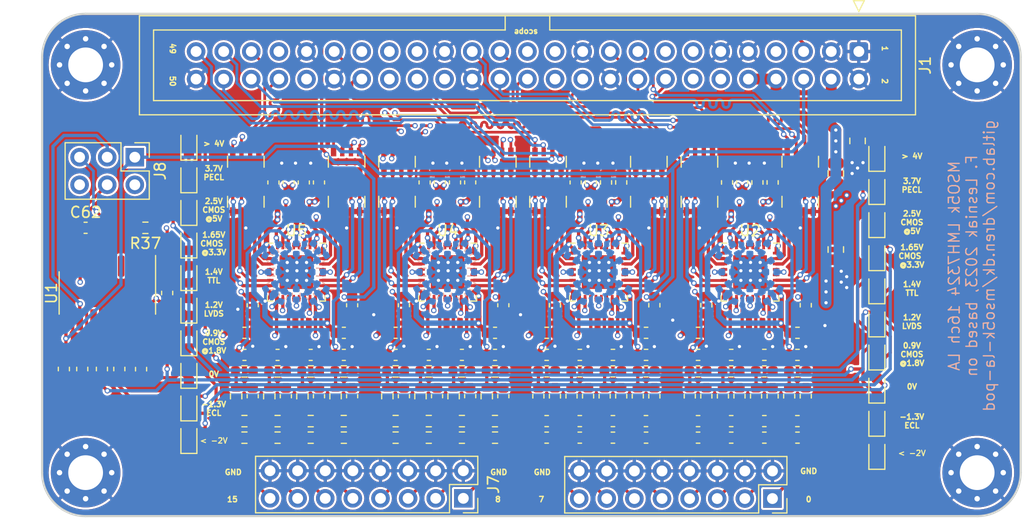
<source format=kicad_pcb>
(kicad_pcb (version 20221018) (generator pcbnew)
  (layers (0 "F.Cu" signal) (1 "In1.Cu" power "2_Ground") (2 "In2.Cu" mixed "3_Misc") (31 "B.Cu" signal) (34 "B.Paste" user) (35 "F.Paste" user) (36 "B.SilkS" user "B.Silkscreen") (37 "F.SilkS" user "F.Silkscreen") (38 "B.Mask" user) (39 "F.Mask" user) (44 "Edge.Cuts" user))
  (net 0 "")
  (net 1 "+4V")
  (net 2 "GND")
  (net 3 "+2V5")
  (net 4 "-2V5")
  (net 5 "Net-(U2D-+)")
  (net 6 "Net-(C13-Pad2)")
  (net 7 "Net-(U2C-+)")
  (net 8 "Net-(C14-Pad2)")
  (net 9 "Net-(U2B-+)")
  (net 10 "Net-(C29-Pad2)")
  (net 11 "Net-(U2A-+)")
  (net 12 "Net-(C30-Pad2)")
  (net 13 "Net-(U3D-+)")
  (net 14 "Net-(C41-Pad2)")
  (net 15 "Net-(U3C-+)")
  (net 16 "Net-(C42-Pad2)")
  (net 17 "Net-(U3B-+)")
  (net 18 "Net-(C57-Pad2)")
  (net 19 "Net-(U3A-+)")
  (net 20 "Net-(C58-Pad2)")
  (net 21 "/Ch 4-7/A-")
  (net 22 "/Ch 4-7/A+")
  (net 23 "/Ch 4-7/B+")
  (net 24 "/Ch 4-7/B-")
  (net 25 "/Ch 4-7/C-")
  (net 26 "/Ch 4-7/C+")
  (net 27 "/Ch 4-7/D+")
  (net 28 "/Ch 4-7/D-")
  (net 29 "/Ch 0-3/D-")
  (net 30 "/Ch 0-3/D+")
  (net 31 "/Ch 0-3/C+")
  (net 32 "/Ch 0-3/C-")
  (net 33 "/Ch 0-3/B-")
  (net 34 "/Ch 0-3/B+")
  (net 35 "/Ch 0-3/A+")
  (net 36 "/Ch 0-3/A-")
  (net 37 "D0-")
  (net 38 "D0+")
  (net 39 "D1-")
  (net 40 "D1+")
  (net 41 "D2-")
  (net 42 "D2+")
  (net 43 "D3-")
  (net 44 "D3+")
  (net 45 "D4-")
  (net 46 "D4+")
  (net 47 "D5-")
  (net 48 "D5+")
  (net 49 "D6-")
  (net 50 "D6+")
  (net 51 "D7-")
  (net 52 "D7+")
  (net 53 "In0")
  (net 54 "In1")
  (net 55 "In2")
  (net 56 "In3")
  (net 57 "In4")
  (net 58 "In5")
  (net 59 "In6")
  (net 60 "In7")
  (net 61 "Vref_0-7")
  (net 62 "Vref_8-15")
  (net 63 "Net-(R1-Pad1)")
  (net 64 "Net-(R2-Pad1)")
  (net 65 "Net-(U4A-+)")
  (net 66 "Net-(R10-Pad1)")
  (net 67 "Net-(R17-Pad1)")
  (net 68 "Net-(R18-Pad1)")
  (net 69 "Net-(C72-Pad2)")
  (net 70 "/LEDs/PB1")
  (net 71 "/LEDs/PB0")
  (net 72 "/LEDs/PB2")
  (net 73 "/LEDs/PB3")
  (net 74 "Net-(U4C-+)")
  (net 75 "Net-(R25-Pad1)")
  (net 76 "Net-(R26-Pad1)")
  (net 77 "Net-(U4D-+)")
  (net 78 "Net-(U4B-+)")
  (net 79 "Net-(U5A-+)")
  (net 80 "Net-(U5C-+)")
  (net 81 "Net-(C73-Pad2)")
  (net 82 "Net-(U5D-+)")
  (net 83 "Net-(C87-Pad2)")
  (net 84 "Net-(U5B-+)")
  (net 85 "Net-(C88-Pad2)")
  (net 86 "Net-(D10-A)")
  (net 87 "Net-(C100-Pad2)")
  (net 88 "Net-(U1-AREF{slash}PA0)")
  (net 89 "Net-(C101-Pad2)")
  (net 90 "Net-(U1-PA1)")
  (net 91 "Net-(C115-Pad2)")
  (net 92 "Net-(U1-PA2)")
  (net 93 "Net-(C116-Pad2)")
  (net 94 "Net-(U1-PA3)")
  (net 95 "D8-")
  (net 96 "D8+")
  (net 97 "D9-")
  (net 98 "D9+")
  (net 99 "D10-")
  (net 100 "D10+")
  (net 101 "D11-")
  (net 102 "D11+")
  (net 103 "D12-")
  (net 104 "D12+")
  (net 105 "D13-")
  (net 106 "D13+")
  (net 107 "D14-")
  (net 108 "D14+")
  (net 109 "D15-")
  (net 110 "D15+")
  (net 111 "In8")
  (net 112 "In9")
  (net 113 "In10")
  (net 114 "In11")
  (net 115 "In12")
  (net 116 "In13")
  (net 117 "In14")
  (net 118 "In15")
  (net 119 "/LEDs/SCL")
  (net 120 "/LEDs/SDA")
  (net 121 "/LEDs/RESET")
  (net 122 "Net-(R11-Pad2)")
  (net 123 "Net-(U1-XTAL1{slash}PB0)")
  (net 124 "Net-(R38-Pad1)")
  (net 125 "Net-(R39-Pad1)")
  (net 126 "Net-(R46-Pad1)")
  (net 127 "Net-(R47-Pad1)")
  (net 128 "Net-(R54-Pad1)")
  (net 129 "Net-(R55-Pad1)")
  (net 130 "Net-(R62-Pad1)")
  (net 131 "Net-(R63-Pad1)")
  (net 132 "/Ch 8-11/B-")
  (net 133 "/Ch 8-11/B+")
  (net 134 "/Ch 8-11/A+")
  (net 135 "/Ch 8-11/A-")
  (net 136 "/Ch 8-11/D-")
  (net 137 "/Ch 8-11/D+")
  (net 138 "/Ch 8-11/C+")
  (net 139 "/Ch 8-11/C-")
  (net 140 "/Ch 12-15/B-")
  (net 141 "/Ch 12-15/B+")
  (net 142 "/Ch 12-15/A+")
  (net 143 "/Ch 12-15/A-")
  (net 144 "/Ch 12-15/D-")
  (net 145 "/Ch 12-15/D+")
  (net 146 "/Ch 12-15/C+")
  (net 147 "/Ch 12-15/C-")
  (footprint "Connector_PinSocket_2.54mm:PinSocket_2x08_P2.54mm_Vertical" (layer "F.Cu") (at 170.673 73.426 -90)
    (fp_text reference "J2")
    (fp_text value "in")
  )
  (footprint "Capacitor_SMD:C_0805_2012Metric" (layer "F.Cu") (at 176.5 43.5 -90)
    (fp_text reference "C1")
    (fp_text value "10uF")
  )
  (footprint "Capacitor_SMD:C_0805_2012Metric" (layer "F.Cu") (at 176.5 50.5 -90)
    (fp_text reference "C2")
    (fp_text value "10uF")
  )
  (footprint "Capacitor_SMD:C_0805_2012Metric" (layer "F.Cu") (at 178.5 40.5 -90)
    (fp_text reference "C3")
    (fp_text value "10uF")
  )
  (footprint "LED_SMD:LED_0603_1608Metric" (layer "F.Cu") (at 180.27601 63.149477 90)
    (fp_text reference "D8")
    (fp_text value "0V")
  )
  (footprint "Capacitor_SMD:C_0603_1608Metric" (layer "F.Cu") (at 115 54.5 -90)
    (fp_text reference "C61")
    (fp_text value "100n")
  )
  (footprint "Resistor_SMD:R_0603_1608Metric" (layer "F.Cu") (at 112.6 61.5125 90)
    (fp_text reference "R33")
    (fp_text value "220")
  )
  (footprint "Resistor_SMD:R_0603_1608Metric" (layer "F.Cu") (at 110.6 61.5 90)
    (fp_text reference "R34")
    (fp_text value "220")
  )
  (footprint "Resistor_SMD:R_0603_1608Metric" (layer "F.Cu") (at 109 61.5 90)
    (fp_text reference "R35")
    (fp_text value "220")
  )
  (footprint "Resistor_SMD:R_0603_1608Metric" (layer "F.Cu") (at 107.19 61.5 90)
    (fp_text reference "R36")
    (fp_text value "220")
  )
  (footprint "LED_SMD:LED_0603_1608Metric" (layer "F.Cu") (at 180.27601 47.908772 90)
    (fp_text reference "D3")
    (fp_text value "CMOS 5 2.5V")
  )
  (footprint "LED_SMD:LED_0603_1608Metric" (layer "F.Cu") (at 180.27601 69.245759 90)
    (fp_text reference "D10")
    (fp_text value "< -2V")
  )
  (footprint "LED_SMD:LED_0603_1608Metric" (layer "F.Cu") (at 180.27601 66.197618 90)
    (fp_text reference "D9")
    (fp_text value "ECL -1.3V")
  )
  (footprint "LED_SMD:LED_0603_1608Metric" (layer "F.Cu") (at 180.27601 57.053195 90)
    (fp_text reference "D6")
    (fp_text value "LVDS 1.2V")
  )
  (footprint "LED_SMD:LED_0603_1608Metric" (layer "F.Cu") (at 180.27601 44.860631 90)
    (fp_text reference "D2")
    (fp_text value "PECL 3.7V")
  )
  (footprint "LED_SMD:LED_0603_1608Metric" (layer "F.Cu") (at 180.27601 60.101336 90)
    (fp_text reference "D7")
    (fp_text value "CMOS 1.8 0.9V")
  )
  (footprint "LED_SMD:LED_0603_1608Metric" (layer "F.Cu") (at 180.27601 41.81249 90)
    (fp_text reference "D1")
    (fp_text value "> 4V")
  )
  (footprint "Capacitor_SMD:C_0603_1608Metric" (layer "F.Cu") (at 105.5 61.5 -90)
    (fp_text reference "C4")
    (fp_text value "100n")
  )
  (footprint "Capacitor_SMD:C_0603_1608Metric" (layer "F.Cu") (at 159.81007 64.008 -90)
    (fp_text reference "C41")
    (fp_text value "3.3p")
  )
  (footprint "Capacitor_SMD:C_0603_1608Metric" (layer "F.Cu") (at 156.76207 64.008 -90)
    (fp_text reference "C42")
    (fp_text value "3.3p")
  )
  (footprint "Capacitor_SMD:C_0603_1608Metric" (layer "F.Cu") (at 159.04807 60.198)
    (fp_text reference "C44")
    (fp_text value "27p")
  )
  (footprint "Capacitor_SMD:C_0603_1608Metric" (layer "F.Cu") (at 156.00007 60.198)
    (fp_text reference "C45")
    (fp_text value "27p")
  )
  (footprint "Capacitor_SMD:C_0603_1608Metric" (layer "F.Cu") (at 155.36507 44.323 90)
    (fp_text reference "C47")
    (fp_text value "10n")
  )
  (footprint "Capacitor_SMD:C_0603_1608Metric" (layer "F.Cu") (at 159.81007 55.626 -90)
    (fp_text reference "C48")
    (fp_text value "10n")
  )
  (footprint "Capacitor_SMD:C_0603_1608Metric" (layer "F.Cu") (at 156.76207 44.323 90)
    (fp_text reference "C50")
    (fp_text value "100n")
  )
  (footprint "Capacitor_SMD:C_0603_1608Metric" (layer "F.Cu") (at 149.90407 58.166)
    (fp_text reference "C51")
    (fp_text value "100n")
  )
  (footprint "Capacitor_SMD:C_0603_1608Metric" (layer "F.Cu") (at 153.96807 44.323 -90)
    (fp_text reference "C53")
    (fp_text value "100n")
  )
  (footprint "Capacitor_SMD:C_0603_1608Metric" (layer "F.Cu") (at 150.66607 55.626 90)
    (fp_text reference "C54")
    (fp_text value "100n")
  )
  (footprint "Capacitor_SMD:C_0603_1608Metric" (layer "F.Cu") (at 152.57107 44.323 -90)
    (fp_text reference "C55")
    (fp_text value "100n")
  )
  (footprint "Capacitor_SMD:C_0603_1608Metric" (layer "F.Cu") (at 159.04807 58.166 180)
    (fp_text reference "C56")
    (fp_text value "100n")
  )
  (footprint "Capacitor_SMD:C_0603_1608Metric" (layer "F.Cu") (at 153.71407 64.008 -90)
    (fp_text reference "C57")
    (fp_text value "3.3p")
  )
  (footprint "Capacitor_SMD:C_0603_1608Metric" (layer "F.Cu") (at 150.66607 64.008 -90)
    (fp_text reference "C58")
    (fp_text value "3.3p")
  )
  (footprint "Capacitor_SMD:C_0603_1608Metric" (layer "F.Cu") (at 152.95207 60.198)
    (fp_text reference "C59")
    (fp_text value "27p")
  )
  (footprint "Capacitor_SMD:C_0603_1608Metric" (layer "F.Cu") (at 149.90407 60.198)
    (fp_text reference "C60")
    (fp_text value "27p")
  )
  (footprint "Capacitor_SMD:C_0603_1608Metric" (layer "F.Cu") (at 173.736 64.008 -90)
    (fp_text reference "C13")
    (fp_text value "3.3p")
  )
  (footprint "Capacitor_SMD:C_0603_1608Metric" (layer "F.Cu") (at 170.688 64.008 -90)
    (fp_text reference "C14")
    (fp_text value "3.3p")
  )
  (footprint "Capacitor_SMD:C_0603_1608Metric" (layer "F.Cu") (at 172.974 60.198)
    (fp_text reference "C16")
    (fp_text value "27p")
  )
  (footprint "Capacitor_SMD:C_0603_1608Metric" (layer "F.Cu") (at 169.926 60.198)
    (fp_text reference "C17")
    (fp_text value "27p")
  )
  (footprint "Capacitor_SMD:C_0603_1608Metric" (layer "F.Cu") (at 169.291 44.323 90)
    (fp_text reference "C19")
    (fp_text value "10n")
  )
  (footprint "Capacitor_SMD:C_0603_1608Metric" (layer "F.Cu") (at 173.736 55.626 -90)
    (fp_text reference "C20")
    (fp_text value "10n")
  )
  (footprint "Capacitor_SMD:C_0603_1608Metric" (layer "F.Cu") (at 170.688 44.323 90)
    (fp_text reference "C22")
    (fp_text value "100n")
  )
  (footprint "Capacitor_SMD:C_0603_1608Metric" (layer "F.Cu") (at 163.83 58.166)
    (fp_text reference "C23")
    (fp_text value "100n")
  )
  (footprint "Capacitor_SMD:C_0603_1608Metric" (layer "F.Cu") (at 167.894 44.323 -90)
    (fp_text reference "C25")
    (fp_text value "100n")
  )
  (footprint "Capacitor_SMD:C_0603_1608Metric" (layer "F.Cu") (at 164.592 55.626 90)
    (fp_text reference "C26")
    (fp_text value "100n")
  )
  (footprint "Capacitor_SMD:C_0603_1608Metric" (layer "F.Cu") (at 166.497 44.323 -90)
    (fp_text reference "C27")
    (fp_text value "100n")
  )
  (footprint "Capacitor_SMD:C_0603_1608Metric" (layer "F.Cu") (at 172.974 58.166 180)
    (fp_text reference "C28")
    (fp_text value "100n")
  )
  (footprint "Capacitor_SMD:C_0603_1608Metric" (layer "F.Cu") (at 167.64 64.008 -90)
    (fp_text reference "C29")
    (fp_text value "3.3p")
  )
  (footprint "Capacitor_SMD:C_0603_1608Metric" (layer "F.Cu") (at 164.592 64.008 -90)
    (fp_text reference "C30")
    (fp_text value "3.3p")
  )
  (footprint "Capacitor_SMD:C_0603_1608Metric" (layer "F.Cu") (at 166.878 60.198)
    (fp_text reference "C31")
    (fp_text value "27p")
  )
  (footprint "Capacitor_SMD:C_0603_1608Metric" (layer "F.Cu") (at 163.83 60.198)
    (fp_text reference "C32")
    (fp_text value "27p")
  )
  (footprint "Resistor_SMD:R_0603_1608Metric" (layer "F.Cu") (at 159.04807 67.818)
    (fp_text reference "R17")
    (fp_text value "300")
  )
  (footprint "Resistor_SMD:R_0603_1608Metric" (layer "F.Cu") (at 156.00007 67.818)
    (fp_text reference "R18")
    (fp_text value "300")
  )
  (footprint "Resistor_SMD:R_0603_1608Metric" (layer "F.Cu") (at 159.03907 66.294 180)
    (fp_text reference "R19")
    (fp_text value "497")
  )
  (footprint "Resistor_SMD:R_0603_1608Metric" (layer "F.Cu") (at 156.00007 66.294 180)
    (fp_text reference "R20")
    (fp_text value "497")
  )
  (footprint "Resistor_SMD:R_0603_1608Metric" (layer "F.Cu") (at 158.28607 64.008 -90)
    (fp_text reference "R21")
    (fp_text value "90k8")
  )
  (footprint "Resistor_SMD:R_0603_1608Metric" (layer "F.Cu") (at 155.23807 64.008 -90)
    (fp_text reference "R22")
    (fp_text value "90k8")
  )
  (footprint "Resistor_SMD:R_0603_1608Metric" (layer "F.Cu") (at 159.04807 61.722)
    (fp_text reference "R23")
    (fp_text value "10k")
  )
  (footprint "Resistor_SMD:R_0603_1608Metric" (layer "F.Cu") (at 156.00007 61.722)
    (fp_text reference "R24")
    (fp_text value "10k")
  )
  (footprint "Resistor_SMD:R_0603_1608Metric" (layer "F.Cu") (at 152.95207 67.818)
    (fp_text reference "R25")
    (fp_text value "300")
  )
  (footprint "Resistor_SMD:R_0603_1608Metric" (layer "F.Cu") (at 149.90407 67.818)
    (fp_text reference "R26")
    (fp_text value "300")
  )
  (footprint "Resistor_SMD:R_0603_1608Metric" (layer "F.Cu") (at 152.95207 66.294 180)
    (fp_text reference "R27")
    (fp_text value "497")
  )
  (footprint "Resistor_SMD:R_0603_1608Metric" (layer "F.Cu") (at 149.90407 66.294 180)
    (fp_text reference "R28")
    (fp_text value "497")
  )
  (footprint "Resistor_SMD:R_0603_1608Metric" (layer "F.Cu") (at 152.19007 64.008 -90)
    (fp_text reference "R29")
    (fp_text value "90k8")
  )
  (footprint "Resistor_SMD:R_0603_1608Metric" (layer "F.Cu") (at 149.14207 64.008 -90)
    (fp_text reference "R30")
    (fp_text value "90k8")
  )
  (footprint "Resistor_SMD:R_0603_1608Metric" (layer "F.Cu") (at 152.95207 61.722)
    (fp_text reference "R31")
    (fp_text value "10k")
  )
  (footprint "Resistor_SMD:R_0603_1608Metric" (layer "F.Cu") (at 149.90407 61.722)
    (fp_text reference "R32")
    (fp_text value "10k")
  )
  (footprint "Resistor_SMD:R_0603_1608Metric" (layer "F.Cu") (at 172.974 67.818)
    (fp_text reference "R1")
    (fp_text value "300")
  )
  (footprint "Resistor_SMD:R_0603_1608Metric" (layer "F.Cu") (at 169.926 67.818)
    (fp_text reference "R2")
    (fp_text value "300")
  )
  (footprint "Resistor_SMD:R_0603_1608Metric" (layer "F.Cu") (at 172.965 66.294 180)
    (fp_text reference "R3")
    (fp_text value "497")
  )
  (footprint "Resistor_SMD:R_0603_1608Metric" (layer "F.Cu") (at 169.926 66.294 180)
    (fp_text reference "R4")
    (fp_text value "497")
  )
  (footprint "Resistor_SMD:R_0603_1608Metric" (layer "F.Cu") (at 172.212 64.008 -90)
    (fp_text reference "R5")
    (fp_text value "90k8")
  )
  (footprint "Resistor_SMD:R_0603_1608Metric" (layer "F.Cu") (at 169.164 64.008 -90)
    (fp_text reference "R6")
    (fp_text value "90k8")
  )
  (footprint "Resistor_SMD:R_0603_1608Metric" (layer "F.Cu") (at 172.974 61.722)
    (fp_text reference "R7")
    (fp_text value "10k")
  )
  (footprint "Resistor_SMD:R_0603_1608Metric" (layer "F.Cu") (at 169.926 61.722)
    (fp_text reference "R8")
    (fp_text value "10k")
  )
  (footprint "Resistor_SMD:R_0603_1608Metric" (layer "F.Cu") (at 166.878 67.818)
    (fp_text reference "R9")
    (fp_text value "300")
  )
  (footprint "Resistor_SMD:R_0603_1608Metric" (layer "F.Cu") (at 163.83 67.818)
    (fp_text reference "R10")
    (fp_text value "300")
  )
  (footprint "Resistor_SMD:R_0603_1608Metric" (layer "F.Cu") (at 166.878 66.294 180)
    (fp_text reference "R11")
    (fp_text value "497")
  )
  (footprint "Resistor_SMD:R_0603_1608Metric" (layer "F.Cu") (at 163.83 66.294 180)
    (fp_text reference "R12")
    (fp_text value "497")
  )
  (footprint "Resistor_SMD:R_0603_1608Metric" (layer "F.Cu") (at 166.116 64.008 -90)
    (fp_text reference "R13")
    (fp_text value "90k8")
  )
  (footprint "Resistor_SMD:R_0603_1608Metric" (layer "F.Cu") (at 163.068 64.008 -90)
    (fp_text reference "R14")
    (fp_text value "90k8")
  )
  (footprint "Resistor_SMD:R_0603_1608Metric" (layer "F.Cu") (at 166.878 61.722)
    (fp_text reference "R15")
    (fp_text value "10k")
  )
  (footprint "Resistor_SMD:R_0603_1608Metric" (layer "F.Cu") (at 163.83 61.722)
    (fp_text reference "R16")
    (fp_text value "10k")
  )
  (footprint "Resistor_SMD:R_Array_Convex_4x0603" (layer "F.Cu") (at 159.30207 46.101 90)
    (fp_text reference "RN5")
    (fp_text value "200")
  )
  (footprint "Resistor_SMD:R_Array_Convex_4x0603" (layer "F.Cu") (at 159.30207 42.418 90)
    (fp_text reference "RN6")
    (fp_text value "49R9")
  )
  (footprint "Resistor_SMD:R_Array_Convex_4x0603" (layer "F.Cu") (at 150.03107 46.101 90)
    (fp_text reference "RN7")
    (fp_text value "200")
  )
  (footprint "Resistor_SMD:R_Array_Convex_4x0603" (layer "F.Cu") (at 150.03107 42.418 90)
    (fp_text reference "RN8")
    (fp_text value "49R9")
  )
  (footprint "Resistor_SMD:R_Array_Convex_4x0603" (layer "F.Cu") (at 173.228 46.101 90)
    (fp_text reference "RN1")
    (fp_text value "200")
  )
  (footprint "Resistor_SMD:R_Array_Convex_4x0603" (layer "F.Cu") (at 173.228 42.418 90)
    (fp_text reference "RN2")
    (fp_text value "49R9")
  )
  (footprint "Resistor_SMD:R_Array_Convex_4x0603" (layer "F.Cu") (at 163.957 46.101 90)
    (fp_text reference "RN3")
    (fp_text value "200")
  )
  (footprint "Resistor_SMD:R_Array_Convex_4x0603" (layer "F.Cu") (at 163.957 42.418 90)
    (fp_text reference "RN4")
    (fp_text value "49R9")
  )
  (footprint "LED_SMD:LED_0603_1608Metric" (layer "F.Cu") (at 180.27601 50.956913 90)
    (fp_text reference "D4")
    (fp_text value "CMOS 3.3 1.65V")
  )
  (footprint "LED_SMD:LED_0603_1608Metric" (layer "F.Cu") (at 180.27601 54.005054 90)
    (fp_text reference "D5")
    (fp_text value "TTL 1.4V")
  )
  (footprint "Capacitor_SMD:C_0603_1608Metric" (layer "F.Cu") (at 132.013 64.010354 -90)
    (fp_text reference "C115")
    (fp_text value "3.3p")
  )
  (footprint "Capacitor_SMD:C_0603_1608Metric" (layer "F.Cu") (at 125.917 64.010354 -90)
    (fp_text reference "C116")
    (fp_text value "3.3p")
  )
  (footprint "Resistor_SMD:R_0603_1608Metric" (layer "F.Cu") (at 125.155 61.724354)
    (fp_text reference "R69")
    (fp_text value "10k")
  )
  (footprint "Capacitor_SMD:C_0603_1608Metric" (layer "F.Cu") (at 136.775449 64.008 -90)
    (fp_text reference "C72")
    (fp_text value "3.3p")
  )
  (footprint "Resistor_SMD:R_0603_1608Metric" (layer "F.Cu") (at 141.347449 64.008 -90)
    (fp_text reference "R43")
    (fp_text value "90k8")
  )
  (footprint "Resistor_SMD:R_0603_1608Metric" (layer "F.Cu") (at 122.107 67.820354)
    (fp_text reference "R54")
    (fp_text value "300")
  )
  (footprint "Resistor_SMD:R_0603_1608Metric" (layer "F.Cu") (at 124.393 64.010354 -90)
    (fp_text reference "R67")
    (fp_text value "90k8")
  )
  (footprint "Resistor_SMD:R_Array_Convex_4x0603" (layer "F.Cu") (at 136.140449 46.101 90)
    (fp_text reference "RN11")
    (fp_text value "200")
  )
  (footprint "Resistor_SMD:R_0603_1608Metric" (layer "F.Cu") (at 145.157449 67.818)
    (fp_text reference "R46")
    (fp_text value "300")
  )
  (footprint "Capacitor_SMD:C_0603_1608Metric" (layer "F.Cu") (at 126.171 44.325354 -90)
    (fp_text reference "C112")
    (fp_text value "100n")
  )
  (footprint "Capacitor_SMD:C_0603_1608Metric" (layer "F.Cu") (at 107.5 48.5)
    (fp_text reference "C62")
    (fp_text value "100n")
  )
  (footprint "Capacitor_SMD:C_0603_1608Metric" (layer "F.Cu") (at 136.775449 55.626 90)
    (fp_text reference "C81")
    (fp_text value "100n")
  )
  (footprint "Capacitor_SMD:C_0603_1608Metric" (layer "F.Cu") (at 140.077449 44.323 -90)
    (fp_text reference "C84")
    (fp_text value "100n")
  )
  (footprint "Resistor_SMD:R_0603_1608Metric" (layer "F.Cu") (at 131.251 61.724354)
    (fp_text reference "R68")
    (fp_text value "10k")
  )
  (footprint "Capacitor_SMD:C_0603_1608Metric" (layer "F.Cu") (at 145.157449 60.198)
    (fp_text reference "C89")
    (fp_text value "27p")
  )
  (footprint "Resistor_SMD:R_0603_1608Metric" (layer "F.Cu") (at 145.157449 61.722)
    (fp_text reference "R52")
    (fp_text value "10k")
  )
  (footprint "Package_DFN_QFN:WQFN-32-1EP_5x5mm_P0.5mm_EP3.1x3.1mm" (layer "F.Cu") (at 168.61193 52.578)
    (fp_text reference "U2")
    (fp_text value "LMH7324")
  )
  (footprint "Resistor_SMD:R_Array_Convex_4x0603" (layer "F.Cu") (at 122.234 42.420354 90)
    (fp_text reference "RN16")
    (fp_text value "49R9")
  )
  (footprint "LED_SMD:LED_0603_1608Metric" (layer "F.Cu") (at 116.99899 43.78649 90)
    (fp_text reference "D12")
    (fp_text value "PECL 3.7V")
  )
  (footprint "Capacitor_SMD:C_0603_1608Metric" (layer "F.Cu") (at 141.474449 44.323 90)
    (fp_text reference "C82")
    (fp_text value "10n")
  )
  (footprint "Resistor_SMD:R_0603_1608Metric" (layer "F.Cu") (at 113 48.5 180)
    (fp_text reference "R37")
    (fp_text value "220")
  )
  (footprint "Capacitor_SMD:C_0603_1608Metric" (layer "F.Cu") (at 124.774 44.325354 -90)
    (fp_text reference "C111")
    (fp_text value "100n")
  )
  (footprint "Capacitor_SMD:C_0603_1608Metric" (layer "F.Cu") (at 139.061449 60.198)
    (fp_text reference "C90")
    (fp_text value "27p")
  )
  (footprint "Resistor_SMD:R_0603_1608Metric" (layer "F.Cu") (at 139.061449 67.818)
    (fp_text reference "R47")
    (fp_text value "300")
  )
  (footprint "LED_SMD:LED_0603_1608Metric" (layer "F.Cu") (at 116.99899 58.78649 90)
    (fp_text reference "D18")
    (fp_text value "0V")
  )
  (footprint "LED_SMD:LED_0603_1608Metric" (layer "F.Cu") (at 116.99899 55.78649 90)
    (fp_text reference "D16")
    (fp_text value "LVDS 1.2V")
  )
  (footprint "MountingHole:MountingHole_3.2mm_M3_Pad_Via" (layer "F.Cu") (at 189.5 71.0412)
    (fp_text reference "H4")
    (fp_text value "M3")
  )
  (footprint "Capacitor_SMD:C_0603_1608Metric" (layer "F.Cu") (at 139.823449 64.008 -90)
    (fp_text reference "C88")
    (fp_text value "3.3p")
  )
  (footprint "Package_DFN_QFN:WQFN-32-1EP_5x5mm_P0.5mm_EP3.1x3.1mm" (layer "F.Cu") (at 140.795379 52.578)
    (fp_text reference "U4")
    (fp_text value "LMH7324")
  )
  (footprint "Resistor_SMD:R_Array_Convex_4x0603" (layer "F.Cu") (at 145.411449 42.418 90)
    (fp_text reference "RN10")
    (fp_text value "49R9")
  )
  (footprint "Resistor_SMD:R_Array_Convex_4x0603" (layer "F.Cu") (at 136.140449 42.418 90)
    (fp_text reference "RN12")
    (fp_text value "49R9")
  )
  (footprint "Resistor_SMD:R_0603_1608Metric" (layer "F.Cu") (at 138.299449 64.008 -90)
    (fp_text reference "R51")
    (fp_text value "90k8")
  )
  (footprint "Capacitor_SMD:C_0603_1608Metric" (layer "F.Cu") (at 128.965 64.010354 -90)
    (fp_text reference "C101")
    (fp_text value "3.3p")
  )
  (footprint "LED_SMD:LED_0603_1608Metric" (layer "F.Cu") (at 116.99899 61.78649 90)
    (fp_text reference "D17")
    (fp_text value "CMOS 1.8 0.9V")
  )
  (footprint "LED_SMD:LED_0603_1608Metric" (layer "F.Cu") (at 116.99899 49.78649 90)
    (fp_text reference "D14")
    (fp_text value "CMOS 3.3 1.65V")
  )
  (footprint "Capacitor_SMD:C_0603_1608Metric" (layer "F.Cu") (at 122.107 58.168354)
    (fp_text reference "C113")
    (fp_text value "100n")
  )
  (footprint "Resistor_SMD:R_0603_1608Metric" (layer "F.Cu") (at 142.109449 66.294 180)
    (fp_text reference "R41")
    (fp_text value "497")
  )
  (footprint "Resistor_SMD:R_0603_1608Metric" (layer "F.Cu") (at 142.109449 67.818)
    (fp_text reference "R39")
    (fp_text value "300")
  )
  (footprint "Resistor_SMD:R_Array_Convex_4x0603" (layer "F.Cu") (at 131.505 42.420354 90)
    (fp_text reference "RN14")
    (fp_text value "49R9")
  )
  (footprint "Resistor_SMD:R_0603_1608Metric" (layer "F.Cu") (at 128.203 66.296354 180)
    (fp_text reference "R57")
    (fp_text value "497")
  )
  (footprint "Resistor_SMD:R_Array_Convex_4x0603" (layer "F.Cu") (at 145.411449 46.101 90)
    (fp_text reference "RN9")
    (fp_text value "200")
  )
  (footprint "Capacitor_SMD:C_0603_1608Metric" (layer "F.Cu") (at 142.109449 60.198)
    (fp_text reference "C78")
    (fp_text value "27p")
  )
  (footprint "Capacitor_SMD:C_0603_1608Metric" (layer "F.Cu") (at 125.155 60.200354)
    (fp_text reference "C118")
    (fp_text value "27p")
  )
  (footprint "Resistor_SMD:R_0603_1608Metric" (layer "F.Cu") (at 139.061449 61.722)
    (fp_text reference "R53")
    (fp_text value "10k")
  )
  (footprint "Capacitor_SMD:C_0603_1608Metric" (layer "F.Cu") (at 142.871449 64.008 -90)
    (fp_text reference "C73")
    (fp_text value "3.3p")
  )
  (footprint "Resistor_SMD:R_0603_1608Metric" (layer "F.Cu") (at 125.155 67.820354)
    (fp_text reference "R63")
    (fp_text value "300")
  )
  (footprint "Capacitor_SMD:C_0603_1608Metric" (layer "F.Cu") (at 122.869 64.010354 -90)
    (fp_text reference "C100")
    (fp_text value "3.3p")
  )
  (footprint "Package_SO:SOIC-14_3.9x8.7mm_P1.27mm" (layer "F.Cu") (at 109.5 54.5 -90)
    (fp_text reference "U1")
    (fp_text value "ATtiny44A-SS")
  )
  (footprint "Capacitor_SMD:C_0603_1608Metric" (layer "F.Cu") (at 122.869 55.628354 90)
    (fp_text reference "C109")
    (fp_text value "100n")
  )
  (footprint "Capacitor_SMD:C_0603_1608Metric" (layer "F.Cu") (at 138.680449 44.323 -90)
    (fp_text reference "C83")
    (fp_text value "100n")
  )
  (footprint "Connector_IDC:IDC-Header_2x25_P2.54mm_Vertical" (layer "F.Cu") (at 178.61907 32.2675 -90)
    (fp_text reference "J1")
    (fp_text value "scope")
  )
  (footprint "Resistor_SMD:R_0603_1608Metric" (layer "F.Cu") (at 136.013449 67.818)
    (fp_text reference "R38")
    (fp_text value "300")
  )
  (footprint "Resistor_SMD:R_0603_1608Metric" (layer "F.Cu") (at 145.148449 66.294 180)
    (fp_text reference "R48")
    (fp_text value "497")
  )
  (footprint "Resistor_SMD:R_0603_1608Metric" (layer "F.Cu") (at 125.155 66.296354 180)
    (fp_text reference "R65")
    (fp_text value "497")
  )
  (footprint "Capacitor_SMD:C_0603_1608Metric" (layer "F.Cu") (at 136.013449 60.198)
    (fp_text reference "C77")
    (fp_text value "27p")
  )
  (footprint "Resistor_SMD:R_0603_1608Metric" (layer "F.Cu") (at 122.107 66.296354 180)
    (fp_text reference "R56")
    (fp_text value "497")
  )
  (footprint "Capacitor_SMD:C_0603_1608Metric" (layer "F.Cu") (at 145.157449 58.166 180)
    (fp_text reference "C80")
    (fp_text value "100n")
  )
  (footprint "Capacitor_SMD:C_0603_1608Metric" (layer "F.Cu") (at 131.251 58.168354 180)
    (fp_text reference "C108")
    (fp_text value "100n")
  )
  (footprint "LED_SMD:LED_0603_1608Metric" (layer "F.Cu") (at 116.99899 46.78649 90)
    (fp_text reference "D13")
    (fp_text value "CMOS 5 2.5V")
  )
  (footprint "Resistor_SMD:R_0603_1608Metric" (layer "F.Cu") (at 127.441 64.010354 -90)
    (fp_text reference "R59")
    (fp_text value "90k8")
  )
  (footprint "Resistor_SMD:R_0603_1608Metric" (layer "F.Cu") (at 144.395449 64.008 -90)
    (fp_text reference "R50")
    (fp_text value "90k8")
  )
  (footprint "Capacitor_SMD:C_0603_1608Metric" (layer "F.Cu") (at 132.013 55.628354 -90)
    (fp_text reference "C107")
    (fp_text value "10n")
  )
  (footprint "Package_DFN_QFN:WQFN-32-1EP_5x5mm_P0.5mm_EP3.1x3.1mm" (layer "F.Cu") (at 154.686 52.578)
    (fp_text reference "U3")
    (fp_text value "LMH7324")
  )
  (footprint "Capacitor_SMD:C_0603_1608Metric" (layer "F.Cu") (at 145.919449 64.008 -90)
    (fp_text reference "C87")
    (fp_text value "3.3p")
  )
  (footprint "Resistor_SMD:R_0603_1608Metric" (layer "F.Cu") (at 131.242 66.296354 180)
    (fp_text reference "R64")
    (fp_text value "497")
  )
  (footprint "Resistor_SMD:R_0603_1608Metric" (layer "F.Cu") (at 136.013449 66.294 180)
    (fp_text reference "R40")
    (fp_text value "497")
  )
  (footprint "LED_SMD:LED_0603_1608Metric" (layer "F.Cu") (at 116.99899 64.78649 90)
    (fp_text reference "D19")
    (fp_text value "ECL -1.3V")
  )
  (footprint "Capacitor_SMD:C_0603_1608Metric" (layer "F.Cu") (at 145.919449 55.626 -90)
    (fp_text reference "C79")
    (fp_text value "10n")
  )
  (footprint "Package_DFN_QFN:WQFN-32-1EP_5x5mm_P0.5mm_EP3.1x3.1mm" (layer "F.Cu") (at 126.88893 52.580354)
    (fp_text reference "U5")
    (fp_text value "LMH7324")
  )
  (footprint "LED_SMD:LED_0603_1608Metric" (layer "F.Cu") (at 116.99899 67.78649 90)
    (fp_text reference "D20")
    (fp_text value "< -2V")
  )
  (footprint "MountingHole:MountingHole_3.2mm_M3_Pad_Via" (layer "F.Cu") (at 189.5 33.5)
    (fp_text reference "H3")
    (fp_text value "M3")
  )
  (footprint "Resistor_SMD:R_Array_Convex_4x0603" (layer "F.Cu") (at 131.505 46.103354 90)
    (fp_text reference "RN13")
    (fp_text value "200")
  )
  (footprint "LED_SMD:LED_0603_1608Metric" (layer "F.Cu") (at 116.99899 52.78649 90)
    (fp_text reference "D15")
    (fp_text value "TTL 1.4V")
  )
  (footprint "Capacitor_SMD:C_0603_1608Metric" (layer "F.Cu") (at 131.251 60.200354)
    (fp_text reference "C117")
    (fp_text value "27p")
  )
  (footprint "LED_SMD:LED_0603_1608Metric" (layer "F.Cu") (at 116.99899 40.78649 90)
    (fp_text reference "D11")
    (fp_text value "> 4V")
  )
  (footprint "Capacitor_SMD:C_0603_1608Metric" (layer "F.Cu") (at 142.871449 44.323 90)
    (fp_text reference "C86")
    (fp_text value "100n")
  )
  (footprint "Capacitor_SMD:C_0603_1608Metric" (layer "F.Cu") (at 127.568 44.325354 90)
    (fp_text reference "C110")
    (fp_text value "10n")
  )
  (footprint "Connector_PinHeader_2.54mm:PinHeader_2x03_P2.54mm_Vertical" (layer "F.Cu") (at 112.025 42 -90)
    (fp_text reference "J8")
    (fp_text value "ISP")
  )
  (footprint "Resistor_SMD:R_0603_1608Metric" (layer "F.Cu") (at 121.345 64.010354 -90)
    (fp_text reference "R58")
    (fp_text value "90k8")
  )
  (footprint "Resistor_SMD:R_0603_1608Metric" (layer "F.Cu") (at 139.061449 66.294 180)
    (fp_text reference "R49")
    (fp_text value "497")
  )
  (footprint "MountingHole:MountingHole_3.2mm_M3_Pad_Via" (layer "F.Cu") (at 107.5 33.5)
    (fp_text reference "H1" hide)
    (fp_text value "M3")
  )
  (footprint "Capacitor_SMD:C_0603_1608Metric" (layer "F.Cu") (at 128.203 60.200354)
    (fp_text reference "C106")
    (fp_text value "27p")
  )
  (footprint "Resistor_SMD:R_0603_1608Metric" (layer "F.Cu") (at 128.203 61.724354)
    (fp_text reference "R61")
    (fp_text value "10k")
  )
  (footprint "MountingHole:MountingHole_3.2mm_M3_Pad_Via" (layer "F.Cu") (at 107.5 71.0412)
    (fp_text reference "H2")
    (fp_text value "M3")
  )
  (footprint "Resistor_SMD:R_0603_1608Metric" (layer "F.Cu") (at 136.013449 61.722)
    (fp_text reference "R44")
    (fp_text value "10k")
  )
  (footprint "Resistor_SMD:R_0603_1608Metric" (layer "F.Cu") (at 122.107 61.724354)
    (fp_text reference "R60")
    (fp_text value "10k")
  )
  (footprint "Connector_PinSocket_2.54mm:PinSocket_2x08_P2.54mm_Vertical" (layer "F.Cu") (at 142.24 73.406 -90)
    (fp_text reference "J7")
    (fp_text value "in")
  )
  (footprint "Capacitor_SMD:C_0603_1608Metric" (layer "F.Cu") (at 128.965 44.325354 90)
    (fp_text reference "C114")
    (fp_text value "100n")
  )
  (footprint "Resistor_SMD:R_Array_Convex_4x0603" (layer "F.Cu") (at 122.234 46.103354 90)
    (fp_text reference "RN15")
    (fp_text value "200")
  )
  (footprint "Resistor_SMD:R_0603_1608Metric" (layer "F.Cu") (at 131.251 67.820354)
    (fp_text reference "R62")
    (fp_text value "300")
  )
  (footprint "Capacitor_SMD:C_0603_1608Metric" (layer "F.Cu") (at 136.013449 58.166)
    (fp_text reference "C85")
    (fp_text value "100n")
  )
  (footprint "Capacitor_SMD:C_0603_1608Metric" (layer "F.Cu") (at 122.107 60.200354)
    (fp_text reference "C105")
    (fp_text value "27p")
  )
  (footprint "Resistor_SMD:R_0603_1608Metric" (layer "F.Cu") (at 142.109449 61.722)
    (fp_text reference "R45")
    (fp_text value "10k")
  )
  (footprint "Resistor_SMD:R_0603_1608Metric" (layer "F.Cu") (at 128.203 67.820354)
    (fp_text reference "R55")
    (fp_text value "300")
  )
  (footprint "Resistor_SMD:R_0603_1608Metric" (layer "F.Cu") (at 135.251449 64.008 -90)
    (fp_text reference "R42")
    (fp_text value "90k8")
  )
  (footprint "Resistor_SMD:R_0603_1608Metric" (layer "F.Cu") (at 130.489 64.010354 -90)
    (fp_text reference "R66")
    (fp_text value "90k8")
  )
  (footprint "Capacitor_SMD:C_0402_1005Metric" (layer "B.Cu") (at 153.32107 50.475646 -60)
    (fp_text reference "C33")
    (fp_text value "10n")
  )
  (footprint "Capacitor_SMD:C_0402_1005Metric" (layer "B.Cu") (at 156.99607 53.900646 150)
    (fp_text reference "C34")
    (fp_text value "10n")
  )
  (footprint "Capacitor_SMD:C_0402_1005Metric" (layer "B.Cu") (at 155.99607 54.825646 120)
    (fp_text reference "C35")
    (fp_text value "10n")
  )
  (footprint "Capacitor_SMD:C_0402_1005Metric" (layer "B.Cu") (at 152.27107 53.900646 30)
    (fp_text reference "C36")
    (fp_text value "10n")
  )
  (footprint "Capacitor_SMD:C_0402_1005Metric" (layer "B.Cu") (at 155.99607 50.375646 -120)
    (fp_text reference "C37")
    (fp_text value "10n")
  )
  (footprint "Capacitor_SMD:C_0402_1005Metric" (layer "B.Cu") (at 157.02107 51.275646 -150)
    (fp_text reference "C38")
    (fp_text value "10n")
  )
  (footprint "Capacitor_SMD:C_0402_1005Metric" (layer "B.Cu") (at 153.42107 54.825646 70)
    (fp_text reference "C39")
    (fp_text value "10n")
  )
  (footprint "Capacitor_SMD:C_0402_1005Metric" (layer "B.Cu") (at 152.22107 51.275646 -30)
    (fp_text reference "C40")
    (fp_text value "10n")
  )
  (footprint "Capacitor_SMD:C_0402_1005Metric" (layer "B.Cu") (at 152.57107 52.575646)
    (fp_text reference "C43")
    (fp_text value "10n")
  )
  (footprint "Capacitor_SMD:C_0402_1005Metric" (layer "B.Cu") (at 154.67107 54.625646 90)
    (fp_text reference "C46")
    (fp_text value "10n")
  )
  (footprint "Capacitor_SMD:C_0402_1005Metric" (layer "B.Cu") (at 156.63507 52.575646 180)
    (fp_text reference "C49")
    (fp_text value "10n")
  )
  (footprint "Capacitor_SMD:C_0402_1005Metric" (layer "B.Cu") (at 154.67107 50.419 -90)
    (fp_text reference "C52")
    (fp_text value "10n")
  )
  (footprint "Capacitor_SMD:C_0402_1005Metric" (layer "B.Cu") (at 167.247 50.475646 -60)
    (fp_text reference "C5")
    (fp_text value "10n")
  )
  (footprint "Capacitor_SMD:C_0402_1005Metric" (layer "B.Cu") (at 170.922 53.900646 150)
    (fp_text reference "C6")
    (fp_text value "10n")
  )
  (footprint "Capacitor_SMD:C_0402_1005Metric" (layer "B.Cu") (at 169.922 54.825646 120)
    (fp_text reference "C7")
    (fp_text value "10n")
  )
  (footprint "Capacitor_SMD:C_0402_1005Metric" (layer "B.Cu") (at 166.197 53.900646 30)
    (fp_text reference "C8")
    (fp_text value "10n")
  )
  (footprint "Capacitor_SMD:C_0402_1005Metric" (layer "B.Cu") (at 169.922 50.375646 -120)
    (fp_text reference "C9")
    (fp_text value "10n")
  )
  (footprint "Capacitor_SMD:C_0402_1005Metric" (layer "B.Cu") (at 170.947 51.275646 -150)
    (fp_text reference "C10")
    (fp_text value "10n")
  )
  (footprint "Capacitor_SMD:C_0402_1005Metric" (layer "B.Cu") (at 167.347 54.825646 70)
    (fp_text reference "C11")
    (fp_text value "10n")
  )
  (footprint "Capacitor_SMD:C_0402_1005Metric" (layer "B.Cu") (at 166.147 51.275646 -30)
    (fp_text reference "C12")
    (fp_text value "10n")
  )
  (footprint "Capacitor_SMD:C_0402_1005Metric" (layer "B.Cu") (at 166.497 52.575646)
    (fp_text reference "C15")
    (fp_text value "10n")
  )
  (footprint "Capacitor_SMD:C_0402_1005Metric" (layer "B.Cu") (at 168.597 54.625646 90)
    (fp_text reference "C18")
    (fp_text value "10n")
  )
  (footprint "Capacitor_SMD:C_0402_1005Metric" (layer "B.Cu") (at 170.561 52.575646 180)
    (fp_text reference "C21")
    (fp_text value "10n")
  )
  (footprint "Capacitor_SMD:C_0402_1005Metric" (layer "B.Cu") (at 168.597 50.419 -90)
    (fp_text reference "C24")
    (fp_text value "10n")
  )
  (footprint "Capacitor_SMD:C_0402_1005Metric" (layer "B.Cu") (at 143.105449 53.900646 150)
    (fp_text reference "C64")
    (fp_text value "10n")
  )
  (footprint "Capacitor_SMD:C_0402_1005Metric" (layer "B.Cu") (at 128.199 54.828 120)
    (fp_text reference "C94")
    (fp_text value "10n")
  )
  (footprint "Capacitor_SMD:C_0402_1005Metric" (layer "B.Cu") (at 129.199 53.903 150)
    (fp_text reference "C92")
    (fp_text value "10n")
  )
  (footprint "Capacitor_SMD:C_0402_1005Metric" (layer "B.Cu") (at 128.199 50.378 -120)
    (fp_text reference "C97")
    (fp_text value "10n")
  )
  (footprint "Capacitor_SMD:C_0402_1005Metric" (layer "B.Cu") (at 138.330449 51.275646 -30)
    (fp_text reference "C75")
    (fp_text value "10n")
  )
  (footprint "Capacitor_SMD:C_0402_1005Metric" (layer "B.Cu") (at 126.874 54.628 90)
    (fp_text reference "C96")
    (fp_text value "10n")
  )
  (footprint "Capacitor_SMD:C_0402_1005Metric" (layer "B.Cu") (at 124.774 52.578)
    (fp_text reference "C93")
    (fp_text value "10n")
  )
  (footprint "Capacitor_SMD:C_0402_1005Metric" (layer "B.Cu") (at 142.105449 54.825646 120)
    (fp_text reference "C66")
    (fp_text value "10n")
  )
  (footprint "Capacitor_SMD:C_0402_1005Metric" (layer "B.Cu") (at 142.744449 52.575646 180)
    (fp_text reference "C71")
    (fp_text value "10n")
  )
  (footprint "Capacitor_SMD:C_0402_1005Metric" (layer "B.Cu") (at 139.430449 50.475646 -60)
    (fp_text reference "C63")
    (fp_text value "10n")
  )
  (footprint "Capacitor_SMD:C_0402_1005Metric" (layer "B.Cu") (at 138.380449 53.900646 30)
    (fp_text reference "C67")
    (fp_text value "10n")
  )
  (footprint "Capacitor_SMD:C_0402_1005Metric" (layer "B.Cu") (at 140.780449 54.625646 90)
    (fp_text reference "C68")
    (fp_text value "10n")
  )
  (footprint "Capacitor_SMD:C_0402_1005Metric" (layer "B.Cu") (at 142.105449 50.375646 -120)
    (fp_text reference "C69")
    (fp_text value "10n")
  )
  (footprint "Capacitor_SMD:C_0402_1005Metric" (layer "B.Cu") (at 129.224 51.278 -150)
    (fp_text reference "C98")
    (fp_text value "10n")
  )
  (footprint "Capacitor_SMD:C_0402_1005Metric" (layer "B.Cu") (at 139.530449 54.825646 70)
    (fp_text reference "C74")
    (fp_text value "10n")
  )
  (footprint "Capacitor_SMD:C_0402_1005Metric" (layer "B.Cu") (at 126.874 50.421354 -90)
    (fp_text reference "C104")
    (fp_text value "10n")
  )
  (footprint "Capacitor_SMD:C_0402_1005Metric" (layer "B.Cu") (at 143.130449 51.275646 -150)
    (fp_text reference "C70")
    (fp_text value "10n")
  )
  (footprint "Capacitor_SMD:C_0402_1005Metric" (layer "B.Cu") (at 140.780449 50.419 -90)
    (fp_text reference "C76")
    (fp_text value "10n")
  )
  (footprint "Capacitor_SMD:C_0402_1005Metric" (layer "B.Cu") (at 125.524 50.478 -60)
    (fp_text reference "C91")
    (fp_text value "10n")
  )
  (footprint "Capacitor_SMD:C_0402_1005Metric" (layer "B.Cu") (at 125.624 54.828 70)
    (fp_text reference "C102")
    (fp_text value "10n")
  )
  (footprint "Capacitor_SMD:C_0402_1005Metric" (layer "B.Cu") (at 124.474 53.903 30)
    (fp_text reference "C95")
    (fp_text value "10n")
  )
  (footprint "Capacitor_SMD:C_0402_1005Metric" (layer "B.Cu") (at 138.680449 52.575646)
    (fp_text reference "C65")
    (fp_text value "10n")
  )
  (footprint "Capacitor_SMD:C_0402_1005Metric" (layer "B.Cu") (at 124.424 51.278 -30)
    (fp_text reference "C103")
    (fp_text value "10n")
  )
  (footprint "Capacitor_SMD:C_0402_1005Metric" (layer "B.Cu") (at 128.838 52.578 180)
    (fp_text reference "C99")
    (fp_text value "10n")
  )
  (gr_line (start 103.5 71.0412) (end 103.5 32.8) (stroke (width 0.2)) (layer "Edge.Cuts"))
  (gr_arc (start 107.5 75.0412) (mid 104.671573 73.869627) (end 103.5 71.0412) (stroke (width 0.2)) (layer "Edge.Cuts"))
  (gr_arc (start 193.5 71.0412) (mid 192.328427 73.869627) (end 189.5 75.0412) (stroke (width 0.2)) (layer "Edge.Cuts"))
  (gr_line (start 193.5 32.8) (end 193.5 71.0412) (stroke (width 0.2)) (layer "Edge.Cuts"))
  (gr_arc (start 189.5 28.8) (mid 192.328427 29.971573) (end 193.5 32.8) (stroke (width 0.2)) (layer "Edge.Cuts"))
  (gr_line (start 107.5 28.8) (end 189.5 28.8) (stroke (width 0.2)) (layer "Edge.Cuts"))
  (gr_arc (start 103.5 32.8) (mid 104.671573 29.971573) (end 107.5 28.8) (stroke (width 0.2)) (layer "Edge.Cuts"))
  (gr_line (start 189.5 75.0412) (end 107.5 75.0412) (stroke (width 0.2)) (layer "Edge.Cuts"))
  (gr_text "MSO5k LMH7324 16ch LA\nF. Lesniak 2023, based on\ngitlab.com/dren.dk/mso5k-la-pod\n" (at 189 52 90) (layer "B.SilkS") (effects (font (size 1 1) (thickness 0.125)) (justify mirror)))
  (gr_text "-1.3V\nECL" (at 183.5 66.3) (layer "F.SilkS") (effects (font (size 0.5 0.5) (thickness 0.125))))
  (gr_text "2.5V\nCMOS\n@5V" (at 183.5 48) (layer "F.SilkS") (effects (font (size 0.5 0.5) (thickness 0.125))))
  (gr_text "1.65V\nCMOS \n@3.3V" (at 183.5 51.1) (layer "F.SilkS") (effects (font (size 0.5 0.5) (thickness 0.125))))
  (gr_text "0.9V\nCMOS\n@1.8V" (at 183.5 60.15) (layer "F.SilkS") (effects (font (size 0.5 0.5) (thickness 0.125))))
  (gr_text "< -2V" (at 183.50101 69.245764) (layer "F.SilkS") (effects (font (size 0.5 0.5) (thickness 0.1))))
  (gr_text "> 4V" (at 183.5 41.9) (layer "F.SilkS") (effects (font (size 0.5 0.5) (thickness 0.125))))
  (gr_text "3.7V\nPECL" (at 183.5 44.6) (layer "F.SilkS") (effects (font (size 0.5 0.5) (thickness 0.125))))
  (gr_text "1.4V\nTTL" (at 183.5 54.1) (layer "F.SilkS") (effects (font (size 0.5 0.5) (thickness 0.125))))
  (gr_text "1.2V\nLVDS" (at 183.5 57.15) (layer "F.SilkS") (effects (font (size 0.5 0.5) (thickness 0.125))))
  (gr_text "0V" (at 183.50101 63.120764) (layer "F.SilkS") (effects (font (size 0.5 0.5) (thickness 0.125))))
  (gr_text "0" (at 174 73.5) (layer "F.SilkS") (effects (font (size 0.5 0.5) (thickness 0.125))))
  (gr_text "1" (at 181 32 270) (layer "F.SilkS") (effects (font (size 0.5 0.5) (thickness 0.125))))
  (gr_text "scope" (at 148 30.5 180) (layer "F.SilkS") (effects (font (size 0.5 0.5) (thickness 0.125))))
  (gr_text "1.2V\nLVDS" (at 119.290071 56) (layer "F.SilkS") (effects (font (size 0.5 0.5) (thickness 0.125))))
  (gr_text "49" (at 115.5 32 270) (layer "F.SilkS") (effects (font (size 0.5 0.5) (thickness 0.125))))
  (gr_text "15" (at 121 73.5) (layer "F.SilkS") (effects (font (size 0.5 0.5) (thickness 0.125))))
  (gr_text "0.9V\nCMOS\n@1.8V" (at 119.290071 59) (layer "F.SilkS") (effects (font (size 0.5 0.5) (thickness 0.125))))
  (gr_text "< -2V" (at 119.291081 68.095764) (layer "F.SilkS") (effects (font (size 0.5 0.5) (thickness 0.1))))
  (gr_text "GND" (at 174.007897 70.902057) (layer "F.SilkS") (effects (font (size 0.5 0.5) (thickness 0.125))))
  (gr_text "1.65V\nCMOS \n@3.3V" (at 119.290071 49.95) (layer "F.SilkS") (effects (font (size 0.5 0.5) (thickness 0.125))))
  (gr_text "2" (at 181 35 270) (layer "F.SilkS") (effects (font (size 0.5 0.5) (thickness 0.125))))
  (gr_text "7" (at 149.421778 73.5) (layer "F.SilkS") (effects (font (size 0.5 0.5) (thickness 0.125))))
  (gr_text "1.4V\nTTL" (at 119.290071 52.95) (layer "F.SilkS") (effects (font (size 0.5 0.5) (thickness 0.125))))
  (gr_text "2.5V\nCMOS\n@5V" (at 119.290071 46.85) (layer "F.SilkS") (effects (font (size 0.5 0.5) (thickness 0.125))))
  (gr_text "> 4V" (at 119.290071 40.75) (layer "F.SilkS") (effects (font (size 0.5 0.5) (thickness 0.125))))
  (gr_text "GND" (at 121.078222 71) (layer "F.SilkS") (effects (font (size 0.5 0.5) (thickness 0.125))))
  (gr_text "8" (at 145.421778 73.5) (layer "F.SilkS") (effects (font (size 0.5 0.5) (thickness 0.125))))
  (gr_text "0V" (at 119.291081 61.970764) (layer "F.SilkS") (effects (font (size 0.5 0.5) (thickness 0.125))))
  (gr_text "GND" (at 145.5 71) (layer "F.SilkS") (effects (font (size 0.5 0.5) (thickness 0.125))))
  (gr_text "3.7V\nPECL" (at 119.290071 43.45) (layer "F.SilkS") (effects (font (size 0.5 0.5) (thickness 0.125))))
  (gr_text "50" (at 115.5 35 270) (layer "F.SilkS") (effects (font (size 0.5 0.5) (thickness 0.125))))
  (gr_text "-1.3V\nECL" (at 119.290071 65.15) (layer "F.SilkS") (effects (font (size 0.5 0.5) (thickness 0.125))))
  (gr_text "GND" (at 149.5 71) (layer "F.SilkS") (effects (font (size 0.5 0.5) (thickness 0.125))))
  (segment (start 138.948449 48.904766) (end 139.823449 48.006) (width 0.3) (layer "F.Cu") (net 1))
  (segment (start 138.970879 55.71657) (end 138.970879 58.25657) (width 0.3) (layer "F.Cu") (net 1))
  (segment (start 170.365 49.600646) (end 170.488989 49.476657) (width 0.3) (layer "F.Cu") (net 1))
  (segment (start 152.936 54.978) (end 152.8615 55.0525) (width 0.3) (layer "F.Cu") (net 1))
  (segment (start 128.965 45.112854) (end 128.965 45.722354) (width 0.5) (layer "F.Cu") (net 1))
  (segment (start 125.06443 55.718924) (end 125.06443 58.258924) (width 0.3) (layer "F.Cu") (net 1))
  (segment (start 169.799 48.084646) (end 169.799 46.101) (width 0.3) (layer "F.Cu") (net 1))
  (segment (start 148.4884 58.166) (end 148.2344 58.42) (width 0.5) (layer "F.Cu") (net 1))
  (segment (start 170.99907 34.8075) (end 170.99907 35.99907) (width 1) (layer "F.Cu") (net 1))
  (segment (start 156.43907 49.600646) (end 156.563059 49.476657) (width 0.3) (layer "F.Cu") (net 1))
  (segment (start 128.63893 55.683284) (end 128.63893 54.980354) (width 0.3) (layer "F.Cu") (net 1))
  (segment (start 125.028 55.755354) (end 125.06443 55.718924) (width 0.3) (layer "F.Cu") (net 1))
  (segment (start 138.553449 55.753) (end 138.934449 55.753) (width 0.3) (layer "F.Cu") (net 1))
  (segment (start 128.965 55.8035) (end 128.759146 55.8035) (width 0.3) (layer "F.Cu") (net 1))
  (segment (start 170.488989 48.774635) (end 169.799 48.084646) (width 0.3) (layer "F.Cu") (net 1))
  (segment (start 142.871449 45.72) (end 142.490449 46.101) (width 0.5) (layer "F.Cu") (net 1))
  (segment (start 170.36193 58.41693) (end 170.36193 55.68093) (width 0.3) (layer "F.Cu") (net 1))
  (segment (start 166.37 55.753) (end 166.751 55.753) (width 0.3) (layer "F.Cu") (net 1))
  (segment (start 156.436 55.68093) (end 156.436 54.978) (width 0.3) (layer "F.Cu") (net 1))
  (segment (start 142.665595 55.801146) (end 142.545379 55.68093) (width 0.3) (layer "F.Cu") (net 1))
  (segment (start 152.93907 49.525646) (end 152.83907 49.425646) (width 0.3) (layer "F.Cu") (net 1))
  (segment (start 170.36193 55.68093) (end 170.36193 54.978) (width 0.3) (layer "F.Cu") (net 1))
  (segment (start 128.63893 58.419284) (end 128.63893 55.683284) (width 0.3) (layer "F.Cu") (net 1))
  (segment (start 152.8615 55.71657) (end 152.8615 58.25657) (width 0.3) (layer "F.Cu") (net 1))
  (segment (start 170.307 46.101) (end 169.799 46.101) (width 0.5) (layer "F.Cu") (net 1))
  (segment (start 174 37) (end 176.5 39.5) (width 1) (layer "F.Cu") (net 1))
  (segment (start 125.142 50.1405) (end 125.142 49.528) (width 0.3) (layer "F.Cu") (net 1))
  (segment (start 152.93907 50.138146) (end 152.93907 49.525646) (width 0.3) (layer "F.Cu") (net 1))
  (segment (start 128.584 46.103354) (end 128.076 46.103354) (width 0.5) (layer "F.Cu") (net 1))
  (segment (start 156.436 58.41693) (end 156.436 55.68093) (width 0.3) (layer "F.Cu") (net 1))
  (segment (start 156.76207 45.72) (end 156.38107 46.101) (width 0.5) (layer "F.Cu") (net 1))
  (segment (start 156.563059 49.476657) (end 156.563059 48.774635) (width 0.3) (layer "F.Cu") (net 1))
  (segment (start 139.045379 54.978) (end 138.970879 55.0525) (width 0.3) (layer "F.Cu") (net 1))
  (segment (start 166.865 50.138146) (end 166.865 49.525646) (width 0.3) (layer "F.Cu") (net 1))
  (segment (start 124.647 55.755354) (end 125.028 55.755354) (width 0.3) (layer "F.Cu") (net 1))
  (segment (start 142.871449 45.1105) (end 142.871449 45.72) (width 0.5) (layer "F.Cu") (net 1))
  (segment (start 170.99907 35.99907) (end 172 37) (width 1) (layer "F.Cu") (net 1))
  (segment (start 128.765989 49.479011) (end 128.765989 48.776989) (width 0.3) (layer "F.Cu") (net 1))
  (segment (start 138.934449 55.753) (end 138.970879 55.71657) (width 0.3) (layer "F.Cu") (net 1))
  (segment (start 121.3195 58.168354) (end 120.393646 58.168354) (width 0.5) (layer "F.Cu") (net 1))
  (segment (start 167.64 48.006) (end 167.64 46.101) (width 0.3) (layer "F.Cu") (net 1))
  (segment (start 152.8615 55.0525) (end 152.8615 55.71657) (width 0.3) (layer "F.Cu") (net 1))
  (segment (start 155.87307 48.084646) (end 155.87307 46.101) (width 0.3) (layer "F.Cu") (net 1))
  (segment (start 134.4676 58.166) (end 134.211246 58.422354) (width 0.5) (layer "F.Cu") (net 1))
  (segment (start 138.970879 58.25657) (end 138.807449 58.42) (width 0.3) (layer "F.Cu") (net 1))
  (segment (start 120.393646 58.168354) (end 120.139646 58.422354) (width 0.5) (layer "F.Cu") (net 1))
  (segment (start 141.982449 48.084646) (end 141.982449 46.101) (width 0.3) (layer "F.Cu") (net 1))
  (segment (start 128.765989 48.776989) (end 128.076 48.087) (width 0.3) (layer "F.Cu") (net 1))
  (segment (start 152.82507 55.753) (end 152.8615 55.71657) (width 0.3) (layer "F.Cu") (net 1))
  (segment (start 152.8615 58.25657) (end 152.69807 58.42) (width 0.3) (layer "F.Cu") (net 1))
  (segment (start 142.545379 55.68093) (end 142.545379 54.978) (width 0.3) (layer "F.Cu") (net 1))
  (segment (start 156.43907 50.138146) (end 156.43907 49.600646) (width 0.3) (layer "F.Cu") (net 1))
  (segment (start 170.482146 55.801146) (end 170.36193 55.68093) (width 0.3) (layer "F.Cu") (net 1))
  (segment (start 128.076 48.087) (end 128.076 46.103354) (width 0.3) (layer "F.Cu") (net 1))
  (segment (start 152.83907 49.425646) (end 152.83907 48.904766) (width 0.3) (layer "F.Cu") (net 1))
  (segment (start 156.563059 48.774635) (end 155.87307 48.084646) (width 0.3) (layer "F.Cu") (net 1))
  (segment (start 170.688 45.72) (end 170.307 46.101) (width 0.5) (layer "F.Cu") (net 1))
  (segment (start 138.970879 55.0525) (end 138.970879 55.71657) (width 0.3) (layer "F.Cu") (net 1))
  (segment (start 162.4595 58.166) (end 162.2055 58.42) (width 0.5) (layer "F.Cu") (net 1))
  (segment (start 170.688 45.1105) (end 170.688 45.72) (width 0.5) (layer "F.Cu") (net 1))
  (segment (start 166.78743 55.0525) (end 166.78743 55.71657) (width 0.3) (layer "F.Cu") (net 1))
  (segment (start 166.86193 54.978) (end 166.78743 55.0525) (width 0.3) (layer "F.Cu") (net 1))
  (segment (start 163.0425 58.166) (end 162.4595 58.166) (width 0.5) (layer "F.Cu") (net 1))
  (segment (start 139.823449 48.006) (end 139.823449 46.101) (width 0.3) (layer "F.Cu") (net 1))
  (segment (start 170.365 50.138146) (end 170.365 49.600646) (width 0.3) (layer "F.Cu") (net 1))
  (segment (start 142.548449 49.600646) (end 142.672438 49.476657) (width 0.3) (layer "F.Cu") (net 1))
  (segment (start 166.765 48.904766) (end 167.64 48.006) (width 0.3) (layer "F.Cu") (net 1))
  (segment (start 142.490449 46.101) (end 141.982449 46.101) (width 0.5) (layer "F.Cu") (net 1))
  (segment (start 135.225949 58.166) (end 134.4676 58.166) (width 0.5) (layer "F.Cu") (net 1))
  (segment (start 170.488989 49.476657) (end 170.488989 48.774635) (width 0.3) (layer "F.Cu") (net 1))
  (segment (start 142.672438 49.476657) (end 142.672438 48.774635) (width 0.3) (layer "F.Cu") (net 1))
  (segment (start 142.871449 55.801146) (end 142.665595 55.801146) (width 0.3) (layer "F.Cu") (net 1))
  (segment (start 125.13893 54.980354) (end 125.06443 55.054854) (width 0.3) (layer "F.Cu") (net 1))
  (segment (start 152.44407 55.753) (end 152.82507 55.753) (width 0.3) (layer "F.Cu") (net 1))
  (segment (start 128.642 50.1405) (end 128.642 49.603) (width 0.3) (layer "F.Cu") (net 1))
  (segment (start 125.042 49.428) (end 125.042 48.90712) (width 0.3) (layer "F.Cu") (net 1))
  (segment (start 168.45907 34.8075) (end 170.99907 34.8075) (width 1) (layer "F.Cu") (net 1))
  (segment (start 125.142 49.528) (end 125.042 49.428) (width 0.3) (layer "F.Cu") (net 1))
  (segment (start 125.042 48.90712) (end 125.917 48.008354) (width 0.3) (layer "F.Cu") (net 1))
  (segment (start 166.78743 58.25657) (end 166.624 58.42) (width 0.3) (layer "F.Cu") (net 1))
  (segment (start 166.765 49.425646) (end 166.765 48.904766) (width 0.3) (layer "F.Cu") (net 1))
  (segment (start 166.78743 55.71657) (end 166.78743 58.25657) (width 0.3) (layer "F.Cu") (net 1))
  (segment (start 125.06443 58.258924) (end 124.901 58.422354) (width 0.3) (layer "F.Cu") (net 1))
  (segment (start 176.5 39.5) (end 176.5 42.5625) (width 1) (layer "F.Cu") (net 1))
  (segment (start 139.048449 50.138146) (end 139.048449 49.525646) (width 0.3) (layer "F.Cu") (net 1))
  (segment (start 156.556216 55.801146) (end 156.436 55.68093) (width 0.3) (layer "F.Cu") (net 1))
  (segment (start 156.38107 46.101) (end 155.87307 46.101) (width 0.5) (layer "F.Cu") (net 1))
  (segment (start 170.688 55.801146) (end 170.482146 55.801146) (width 0.3) (layer "F.Cu") (net 1))
  (segment (start 125.917 48.008354) (end 125.917 46.103354) (width 0.3) (layer "F.Cu") (net 1))
  (segment (start 172 37) (end 174 37) (width 1) (layer "F.Cu") (net 1))
  (segment (start 139.048449 49.525646) (end 138.948449 49.425646) (width 0.3) (layer "F.Cu") (net 1))
  (segment (start 125.06443 55.054854) (end 125.06443 55.718924) (width 0.3) (layer "F.Cu") (net 1))
  (segment (start 142.545379 58.41693) (end 142.545379 55.68093) (width 0.3) (layer "F.Cu") (net 1))
  (segment (start 128.965 45.722354) (end 128.584 46.103354) (width 0.5) (layer "F.Cu") (net 1))
  (segment (start 166.751 55.753) (end 166.78743 55.71657) (width 0.3) (layer "F.Cu") (net 1))
  (segment (start 142.672438 48.774635) (end 141.982449 48.084646) (width 0.3) (layer "F.Cu") (net 1))
  (segment (start 128.642 49.603) (end 128.765989 49.479011) (width 0.3) (layer "F.Cu") (net 1))
  (segment (start 149.11657 58.166) (end 148.4884 58.166) (width 0.5) (layer "F.Cu") (net 1))
  (segment (start 142.548449 50.138146) (end 142.548449 49.600646) (width 0.3) (layer "F.Cu") (net 1))
  (segment (start 156.76207 55.801146) (end 156.556216 55.801146) (width 0.3) (layer "F.Cu") (net 1))
  (segment (start 138.948449 49.425646) (end 138.948449 48.904766) (width 0.3) (layer "F.Cu") (net 1))
  (segment (start 152.83907 48.904766) (end 153.71407 48.006) (width 0.3) (layer "F.Cu") (net 1))
  (segment (start 153.71407 48.006) (end 153.71407 46.101) (width 0.3) (layer "F.Cu") (net 1))
  (segment (start 166.865 49.525646) (end 166.765 49.425646) (width 0.3) (layer "F.Cu") (net 1))
  (segment (start 156.76207 45.1105) (end 156.76207 45.72) (width 0.5) (layer "F.Cu") (net 1))
  (segment (start 128.759146 55.8035) (end 128.63893 55.683284) (width 0.3) (layer "F.Cu") (net 1))
  (via (at 128.965 55.8035) (size 0.5) (drill 0.3) (layers "F.Cu" "B.Cu") (net 1))
  (via (at 176.5 39.5) (size 0.5) (drill 0.3) (layers "F.Cu" "B.Cu") (net 1))
  (via (at 153.71407 46.101) (size 0.5) (drill 0.3) (layers "F.Cu" "B.Cu") (net 1))
  (via (at 128.584 46.103354) (size 0.5) (drill 0.3) (layers "F.Cu" "B.Cu") (net 1))
  (via (at 156.38107 46.101) (size 0.5) (drill 0.3) (layers "F.Cu" "B.Cu") (net 1))
  (via (at 166.765 49.425646) (size 0.5) (drill 0.3) (layers "F.Cu" "B.Cu") (net 1))
  (via (at 156.563059 49.476657) (size 0.5) (drill 0.3) (layers "F.Cu" "B.Cu") (net 1))
  (via (at 141.982449 46.101) (size 0.5) (drill 0.3) (layers "F.Cu" "B.Cu") (net 1))
  (via (at 138.807449 58.42) (size 0.5) (drill 0.3) (layers "F.Cu" "B.Cu") (net 1))
  (via (at 148.2344 58.42) (size 0.5) (drill 0.3) (layers "F.Cu" "B.Cu") (net 1))
  (via (at 128.076 46.103354) (size 0.5) (drill 0.3) (layers "F.Cu" "B.Cu") (net 1))
  (via (at 169.799 46.101) (size 0.5) (drill 0.3) (layers "F.Cu" "B.Cu") (net 1))
  (via (at 166.37 55.753) (size 0.5) (drill 0.3) (layers "F.Cu" "B.Cu") (net 1))
  (via (at 170.36193 58.41693) (size 0.5) (drill 0.3) (layers "F.Cu" "B.Cu") (net 1))
  (via (at 152.83907 49.425646) (size 0.5) (drill 0.3) (layers "F.Cu" "B.Cu") (net 1))
  (via (at 167.64 46.101) (size 0.5) (drill 0.3) (layers "F.Cu" "B.Cu") (net 1))
  (via (at 176.5 41.5) (size 0.5) (drill 0.3) (layers "F.Cu" "B.Cu") (net 1))
  (via (at 120.139646 58.422354) (size 0.5) (drill 0.3) (layers "F.Cu" "B.Cu") (net 1))
  (via (at 152.44407 55.753) (size 0.5) (drill 0.3) (layers "F.Cu" "B.Cu") (net 1))
  (via (at 162.2055 58.42) (size 0.5) (drill 0.3) (layers "F.Cu" "B.Cu") (net 1))
  (via (at 142.672438 49.476657) (size 0.5) (drill 0.3) (layers "F.Cu" "B.Cu") (net 1))
  (via (at 175.6 54.4) (size 0.5) (drill 0.3) (layers "F.Cu" "B.Cu") (net 1))
  (via (at 138.553449 55.753) (size 0.5) (drill 0.3) (layers "F.Cu" "B.Cu") (net 1))
  (via (at 170.488989 49.476657) (size 0.5) (drill 0.3) (layers "F.Cu" "B.Cu") (net 1))
  (via (at 166.624 58.42) (size 0.5) (drill 0.3) (layers "F.Cu" "B.Cu") (net 1))
  (via (at 176.5 40.5) (size 0.5) (drill 0.3) (layers "F.Cu" "B.Cu") (net 1))
  (via (at 134.211246 58.422354) (size 0.5) (drill 0.3) (layers "F.Cu" "B.Cu") (net 1))
  (via (at 125.917 46.103354) (size 0.5) (drill 0.3) (layers "F.Cu" "B.Cu") (net 1))
  (via (at 175.6 55.4) (size 0.5) (drill 0.3) (layers "F.Cu" "B.Cu") (net 1))
  (via (at 125.042 49.428) (size 0.5) (drill 0.3) (layers "F.Cu" "B.Cu") (net 1))
  (via (at 142.545379 58.41693) (size 0.5) (drill 0.3) (layers "F.Cu" "B.Cu") (net 1))
  (via (at 142.871449 55.801146) (size 0.5) (drill 0.3) (layers "F.Cu" "B.Cu") (net 1))
  (via (at 128.765989 49.479011) (size 0.5) (drill 0.3) (layers "F.Cu" "B.Cu") (net 1))
  (via (at 138.948449 49.425646) (size 0.5) (drill 0.3) (layers "F.Cu" "B.Cu") (net 1))
  (via (at 152.69807 58.42) (size 0.5) (drill 0.3) (layers "F.Cu" "B.Cu") (net 1))
  (via (at 156.76207 55.801146) (size 0.5) (drill 0.3) (layers "F.Cu" "B.Cu") (net 1))
  (via (at 170.307 46.101) (size 0.5) (drill 0.3) (layers "F.Cu" "B.Cu") (net 1))
  (via (at 170.688 55.801146) (size 0.5) (drill 0.3) (layers "F.Cu" "B.Cu") (net 1))
  (via (at 124.901 58.422354) (size 0.5) (drill 0.3) (layers "F.Cu" "B.Cu") (net 1))
  (via (at 155.87307 46.101) (size 0.5) (drill 0.3) (layers "F.Cu" "B.Cu") (net 1))
  (via (at 156.436 58.41693) (size 0.5) (drill 0.3) (layers "F.Cu" "B.Cu") (net 1))
  (via (at 139.823449 46.101) (size 0.5) (drill 0.3) (layers "F.Cu" "B.Cu") (net 1))
  (via (at 175.6 53.4) (size 0.5) (drill 0.3) (layers "F.Cu" "B.Cu") (net 1))
  (via (at 128.63893 58.419284) (size 0.5) (drill 0.3) (layers "F.Cu" "B.Cu") (net 1))
  (via (at 124.647 55.755354) (size 0.5) (drill 0.3) (layers "F.Cu" "B.Cu") (net 1))
  (via (at 142.490449 46.101) (size 0.5) (drill 0.3) (layers "F.Cu" "B.Cu") (net 1))
  (segment (start 176.5 39.5) (end 176.5 44) (width 1) (layer "B.Cu") (net 1))
  (segment (start 139.025052 55.281397) (end 138.553449 55.753) (width 0.3) (layer "B.Cu") (net 1))
  (segment (start 170.1645 55.277646) (end 170.688 55.801146) (width 0.3) (layer "B.Cu") (net 1))
  (segment (start 125.042 49.818478) (end 125.2815 50.057978) (width 0.3) (layer "B.Cu") (net 1))
  (segment (start 152.915673 55.281397) (end 152.44407 55.753) (width 0.3) (layer "B.Cu") (net 1))
  (segment (start 170.1645 49.955624) (end 170.1645 49.801146) (width 0.3) (layer "B.Cu") (net 1))
  (segment (start 128.4415 49.8035) (end 128.765989 49.479011) (width 0.3) (layer "B.Cu") (net 1))
  (segment (start 125.45812 55.283751) (end 125.118603 55.283751) (width 0.3) (layer "B.Cu") (net 1))
  (segment (start 152.83907 49.816124) (end 153.07857 50.055624) (width 0.3) (layer "B.Cu") (net 1))
  (segment (start 170.1645 55.245668) (end 170.1645 55.277646) (width 0.3) (layer "B.Cu") (net 1))
  (segment (start 142.347949 55.245668) (end 142.347949 55.277646) (width 0.3) (layer "B.Cu") (net 1))
  (segment (start 176.5 44) (end 175.6 44.9) (width 1) (layer "B.Cu") (net 1))
  (segment (start 153.25519 55.281397) (end 152.915673 55.281397) (width 0.3) (layer "B.Cu") (net 1))
  (segment (start 138.948449 49.425646) (end 138.948449 49.816124) (width 0.3) (layer "B.Cu") (net 1))
  (segment (start 138.948449 49.816124) (end 139.187949 50.055624) (width 0.3) (layer "B.Cu") (net 1))
  (segment (start 166.765 49.425646) (end 166.765 49.816124) (width 0.3) (layer "B.Cu") (net 1))
  (segment (start 142.347949 49.955624) (end 142.347949 49.801146) (width 0.3) (layer "B.Cu") (net 1))
  (segment (start 139.364569 55.281397) (end 139.025052 55.281397) (width 0.3) (layer "B.Cu") (net 1))
  (segment (start 156.23857 55.245668) (end 156.23857 55.277646) (width 0.3) (layer "B.Cu") (net 1))
  (segment (start 156.23857 49.955624) (end 156.23857 49.801146) (width 0.3) (layer "B.Cu") (net 1))
  (segment (start 175.6 44.9) (end 175.6 53.4) (width 1) (layer "B.Cu") (net 1))
  (segment (start 142.347949 55.277646) (end 142.871449 55.801146) (width 0.3) (layer "B.Cu") (net 1))
  (segment (start 125.118603 55.283751) (end 124.647 55.755354) (width 0.3) (layer "B.Cu") (net 1))
  (segment (start 175.6 54.4) (end 175.6 55.4) (width 1) (layer "B.Cu") (net 1))
  (segment (start 170.1645 49.801146) (end 170.488989 49.476657) (width 0.3) (layer "B.Cu") (net 1))
  (segment (start 128.4415 49.957978) (end 128.4415 49.8035) (width 0.3) (layer "B.Cu") (net 1))
  (segment (start 166.765 49.816124) (end 167.0045 50.055624) (width 0.3) (layer "B.Cu") (net 1))
  (segment (start 156.23857 55.277646) (end 156.76207 55.801146) (width 0.3) (layer "B.Cu") (net 1))
  (segment (start 175.6 53.4) (end 175.6 54.4) (width 1) (layer "B.Cu") (net 1))
  (segment (start 156.23857 49.801146) (end 156.563059 49.476657) (width 0.3) (layer "B.Cu") (net 1))
  (segment (start 128.4415 55.248022) (end 128.4415 55.28) (width 0.3) (layer "B.Cu") (net 1))
  (segment (start 166.841603 55.281397) (end 166.37 55.753) (width 0.3) (layer "B.Cu") (net 1))
  (segment (start 142.347949 49.801146) (end 142.672438 49.476657) (width 0.3) (layer "B.Cu") (net 1))
  (segment (start 125.042 49.428) (end 125.042 49.818478) (width 0.3) (layer "B.Cu") (net 1))
  (segment (start 152.83907 49.425646) (end 152.83907 49.816124) (width 0.3) (layer "B.Cu") (net 1))
  (segment (start 167.18112 55.281397) (end 166.841603 55.281397) (width 0.3) (layer "B.Cu") (net 1))
  (segment (start 128.4415 55.28) (end 128.965 55.8035) (width 0.3) (layer "B.Cu") (net 1))
  (segment (start 152.57107 43.5355) (end 153.35857 43.5355) (width 0.5) (layer "F.Cu") (net 2))
  (segment (start 136.129449 47.868) (end 136.129449 47.001) (width 0.5) (layer "F.Cu") (net 2))
  (segment (start 136.800949 60.198) (end 136.800949 59.425646) (width 0.3) (layer "F.Cu") (net 2))
  (segment (start 172.028 47.001) (end 173.217 47.001) (width 0.5) (layer "F.Cu") (net 2))
  (segment (start 136.800949 58.166) (end 136.800949 59.374646) (width 0.5) (layer "F.Cu") (net 2))
  (segment (start 142.896949 60.198) (end 142.896949 59.4615) (width 0.3) (layer "F.Cu") (net 2))
  (segment (start 173.7615 59.4105) (end 173.736 59.436) (width 0.5) (layer "F.Cu") (net 2))
  (segment (start 159.83557 60.198) (end 159.83557 59.4615) (width 0.3) (layer "F.Cu") (net 2))
  (segment (start 166.497 43.5355) (end 167.2845 43.5355) (width 0.5) (layer "F.Cu") (net 2))
  (segment (start 123.434 47.003354) (end 122.223 47.003354) (width 0.5) (layer "F.Cu") (net 2))
  (segment (start 164.6175 60.198) (end 164.6175 59.425646) (width 0.3) (layer "F.Cu") (net 2))
  (segment (start 158.10207 47.001) (end 159.29107 47.001) (width 0.5) (layer "F.Cu") (net 2))
  (segment (start 140.737949 43.5355) (end 142.083949 43.5355) (width 0.5) (layer "F.Cu") (net 2))
  (segment (start 151.23107 47.001) (end 150.02007 47.001) (width 0.5) (layer "F.Cu") (net 2))
  (segment (start 159.29107 47.001) (end 160.50207 47.001) (width 0.5) (layer "F.Cu") (net 2))
  (segment (start 156.78757 59.4615) (end 156.76207 59.436) (width 0.3) (layer "F.Cu") (net 2))
  (segment (start 128.203 43.512354) (end 128.1775 43.537854) (width 0.5) (layer "F.Cu") (net 2))
  (segment (start 150.02007 47.868) (end 150.02007 47.001) (width 0.5) (layer "F.Cu") (net 2))
  (segment (start 142.109449 42.545) (end 142.109449 43.51) (width 0.5) (layer "F.Cu") (net 2))
  (segment (start 170.7135 60.198) (end 170.7135 59.4615) (width 0.3) (layer "F.Cu") (net 2))
  (segment (start 125.9425 61.724354) (end 125.9425 60.200354) (width 0.3) (layer "F.Cu") (net 2))
  (segment (start 145.944949 58.166) (end 145.944949 59.4105) (width 0.5) (layer "F.Cu") (net 2))
  (segment (start 163.946 47.001) (end 162.757 47.001) (width 0.5) (layer "F.Cu") (net 2))
  (segment (start 145.944949 60.198) (end 145.944949 59.4615) (width 0.3) (layer "F.Cu") (net 2))
  (segment (start 139.848949 59.4615) (end 139.818255 59.430806) (width 0.3) (layer "F.Cu") (net 2))
  (segment (start 164.6175 58.166) (end 164.6175 59.374646) (width 0.5) (layer "F.Cu") (net 2))
  (segment (start 153.73957 59.4615) (end 153.708876 59.430806) (width 0.3) (layer "F.Cu") (net 2))
  (segment (start 130.305 47.003354) (end 131.494 47.003354) (width 0.5) (layer "F.Cu") (net 2))
  (segment (start 122.8945 58.168354) (end 122.8945 59.377) (width 0.5) (layer "F.Cu") (net 2))
  (segment (start 156.78757 60.198) (end 156.78757 59.4615) (width 0.3) (layer "F.Cu") (net 2))
  (segment (start 164.6175 59.374646) (end 164.592 59.400146) (width 0.5) (layer "F.Cu") (net 2))
  (segment (start 124.774 43.537854) (end 125.5615 43.537854) (width 0.5) (layer "F.Cu") (net 2))
  (segment (start 167.6655 61.722) (end 167.6655 60.198) (width 0.3) (layer "F.Cu") (net 2))
  (segment (start 142.109449 43.51) (end 142.083949 43.5355) (width 0.5) (layer "F.Cu") (net 2))
  (segment (start 170.7135 59.4615) (end 170.688 59.436) (width 0.3) (layer "F.Cu") (net 2))
  (segment (start 136.800949 58.166) (end 136.800949 56.439) (width 0.5) (layer "F.Cu") (net 2))
  (segment (start 122.223 47.003354) (end 121.034 47.003354) (width 0.5) (layer "F.Cu") (net 2))
  (segment (start 163.957 48.514) (end 163.946 47.868) (width 0.5) (layer "F.Cu") (net 2))
  (segment (start 159.83557 58.166) (end 159.83557 59.4105) (width 0.5) (layer "F.Cu") (net 2))
  (segment (start 168.529 42.545) (end 168.529 43.51) (width 0.5) (layer "F.Cu") (net 2))
  (segment (start 145.411449 48.514) (end 145.400449 47.868) (width 0.5) (layer "F.Cu") (net 2))
  (segment (start 153.33307 43.51) (end 153.35857 43.5355) (width 0.5) (layer "F.Cu") (net 2))
  (segment (start 136.140449 48.514) (end 136.129449 47.868) (width 0.5) (layer "F.Cu") (net 2))
  (segment (start 125.536 42.547354) (end 125.536 43.512354) (width 0.5) (layer "F.Cu") (net 2))
  (segment (start 159.83557 59.4105) (end 159.81007 59.436) (width 0.5) (layer "F.Cu") (net 2))
  (segment (start 145.944949 61.722) (end 145.944949 60.198) (width 0.3) (layer "F.Cu") (net 2))
  (segment (start 150.03107 48.514) (end 150.02007 47.868) (width 0.5) (layer "F.Cu") (net 2))
  (segment (start 167.6655 59.4615) (end 167.634806 59.430806) (width 0.3) (layer "F.Cu") (net 2))
  (segment (start 173.217 47.001) (end 174.428 47.001) (width 0.5) (layer "F.Cu") (net 2))
  (segment (start 138.680449 43.5355) (end 139.467949 43.5355) (width 0.5) (layer "F.Cu") (net 2))
  (segment (start 145.944949 59.4105) (end 145.919449 59.436) (width 0.5) (layer "F.Cu") (net 2))
  (segment (start 145.919449 56.4135) (end 145.919449 58.1405) (width 0.5) (layer "F.Cu") (net 2))
  (segment (start 167.6655 60.198) (end 167.6655 59.4615) (width 0.3) (layer "F.Cu") (net 2))
  (segment (start 156.78757 61.722) (end 156.78757 60.198) (width 0.3) (layer "F.Cu") (net 2))
  (segment (start 170.7135 61.722) (end 170.7135 60.198) (width 0.3) (layer "F.Cu") (net 2))
  (segment (start 165.157 47.001) (end 163.946 47.001) (width 0.5) (layer "F.Cu") (net 2))
  (segment (start 136.129449 47.001) (end 134.940449 47.001) (width 0.5) (layer "F.Cu") (net 2))
  (segment (start 132.0385 60.200354) (end 132.0385 59.463854) (width 0.3) (layer "F.Cu") (net 2))
  (segment (start 159.81007 58.1405) (end 159.83557 58.166) (width 0.5) (layer "F.Cu") (net 2))
  (segment (start 150.69157 58.166) (end 150.69157 59.374646) (width 0.5) (layer "F.Cu") (net 2))
  (segment (start 128.9905 61.724354) (end 128.9905 60.200354) (width 0.3) (layer "F.Cu") (net 2))
  (segment (start 136.800949 59.425646) (end 136.775449 59.400146) (width 0.3) (layer "F.Cu") (net 2))
  (segment (start 145.400449 47.001) (end 146.611449 47.001) (width 0.5) (layer "F.Cu") (net 2))
  (segment (start 122.223 47.870354) (end 122.223 47.003354) (width 0.5) (layer "F.Cu") (net 2))
  (segment (start 173.7615 61.722) (end 173.7615 60.198) (width 0.3) (layer "F.Cu") (net 2))
  (segment (start 128.1775 43.537854) (end 128.965 43.537854) (width 0.5) (layer "F.Cu") (net 2))
  (segment (start 173.736 56.4135) (end 173.736 58.1405) (width 0.5) (layer "F.Cu") (net 2))
  (segment (start 150.69157 58.166) (end 150.69157 56.439) (width 0.5) (layer "F.Cu") (net 2))
  (segment (start 153.33307 42.545) (end 153.33307 43.51) (width 0.5) (layer "F.Cu") (net 2))
  (segment (start 142.083949 43.5355) (end 142.871449 43.5355) (width 0.5) (layer "F.Cu") (net 2))
  (segment (start 122.8945 59.377) (end 122.869 59.4025) (width 0.5) (layer "F.Cu") (net 2))
  (segment (start 132.0385 59.463854) (end 132.013 59.438354) (width 0.3) (layer "F.Cu") (net 2))
  (segment (start 173.7615 59.4615) (end 173.736 59.436) (width 0.3) (layer "F.Cu") (net 2))
  (segment (start 167.259 43.51) (end 167.2845 43.5355) (width 0.5) (layer "F.Cu") (net 2))
  (segment (start 173.7615 58.166) (end 173.7615 59.4105) (width 0.5) (layer "F.Cu") (net 2))
  (segment (start 128.203 42.547354) (end 128.203 43.512354) (width 0.5) (layer "F.Cu") (net 2))
  (segment (start 125.536 43.512354) (end 125.5615 43.537854) (width 0.5) (layer "F.Cu") (net 2))
  (segment (start 145.944949 59.4615) (end 145.919449 59.436) (width 0.3) (layer "F.Cu") (net 2))
  (segment (start 169.926 42.545) (end 169.926 43.51) (width 0.5) (layer "F.Cu") (net 2))
  (segment (start 128.9905 60.200354) (end 128.9905 59.463854) (width 0.3) (layer "F.Cu") (net 2))
  (segment (start 122.8945 60.200354) (end 122.8945 59.428) (width 0.3) (layer "F.Cu") (net 2))
  (segment (start 150.69157 56.439) (end 150.66607 56.4135) (width 0.5) (layer "F.Cu") (net 2))
  (segment (start 140.712449 43.51) (end 140.737949 43.5355) (width 0.5) (layer "F.Cu") (net 2))
  (segment (start 159.29107 47.868) (end 159.29107 47.001) (width 0.5) (layer "F.Cu") (net 2))
  (segment (start 153.73957 61.722) (end 153.73957 60.198) (width 0.3) (layer "F.Cu") (net 2))
  (segment (start 154.60307 43.51) (end 154.62857 43.5355) (width 0.5) (layer "F.Cu") (net 2))
  (segment (start 122.8945 61.724354) (end 122.8945 60.200354) (width 0.3) (layer "F.Cu") (net 2))
  (segment (start 154.60307 42.545) (end 154.60307 43.51) (width 0.5) (layer "F.Cu") (net 2))
  (segment (start 125.5615 43.537854) (end 126.8315 43.537854) (width 0.5) (layer "F.Cu") (net 2))
  (segment (start 126.806 43.512354) (end 126.8315 43.537854) (width 0.5) (layer "F.Cu") (net 2))
  (segment (start 145.400449 47.868) (end 145.400449 47.001) (width 0.5) (layer "F.Cu") (net 2))
  (segment (start 159.83557 59.4615) (end 159.81007 59.436) (width 0.3) (layer "F.Cu") (net 2))
  (segment (start 142.896949 61.722) (end 142.896949 60.198) (width 0.3) (layer "F.Cu") (net 2))
  (segment (start 167.2845 43.5355) (end 168.5545 43.5355) (width 0.5) (layer "F.Cu") (net 2))
  (segment (start 169.9005 43.5355) (end 170.688 43.5355) (width 0.5) (layer "F.Cu") (net 2))
  (segment (start 132.0385 59.412854) (end 132.013 59.438354) (width 0.5) (layer "F.Cu") (net 2))
  (segment (start 150.69157 60.198) (end 150.69157 59.425646) (width 0.3) (layer "F.Cu") (net 2))
  (segment (start 164.6175 61.722) (end 164.6175 60.198) (width 0.3) (layer "F.Cu") (net 2))
  (segment (start 150.02007 47.001) (end 148.83107 47.001) (width 0.5) (layer "F.Cu") (net 2))
  (segment (start 150.69157 59.425646) (end 150.66607 59.400146) (width 0.3) (layer "F.Cu") (net 2))
  (segment (start 168.5545 43.5355) (end 169.9005 43.5355) (width 0.5) (layer "F.Cu") (net 2))
  (segment (start 164.6175 58.166) (end 164.6175 56.439) (width 0.5) (layer "F.Cu") (net 2))
  (segment (start 128.9905 59.463854) (end 128.965 59.438354) (width 0.3) (layer "F.Cu") (net 2))
  (segment (start 164.6175 59.425646) (end 164.592 59.400146) (width 0.3) (layer "F.Cu") (net 2))
  (segment (start 132.013 58.142854) (end 132.0385 58.168354) (width 0.5) (layer "F.Cu") (net 2))
  (segment (start 159.30207 48.514) (end 159.29107 47.868) (width 0.5) (layer "F.Cu") (net 2))
  (segment (start 125.9425 60.200354) (end 125.9425 59.463854) (width 0.3) (layer "F.Cu") (net 2))
  (segment (start 159.81007 56.4135) (end 159.81007 58.1405) (width 0.5) (layer "F.Cu") (net 2))
  (segment (start 140.712449 42.545) (end 140.712449 43.51) (width 0.5) (layer "F.Cu") (net 2))
  (segment (start 137.340449 47.001) (end 136.129449 47.001) (width 0.5) (layer "F.Cu") (net 2))
  (segment (start 132.0385 58.168354) (end 132.0385 59.412854) (width 0.5) (layer "F.Cu") (net 2))
  (segment (start 122.8945 59.428) (end 122.869 59.4025) (width 0.3) (layer "F.Cu") (net 2))
  (segment (start 159.83557 61.722) (end 159.83557 60.198) (width 0.3) (layer "F.Cu") (net 2))
  (segment (start 139.467949 43.5355) (end 140.737949 43.5355) (width 0.5) (layer "F.Cu") (net 2))
  (segment (start 167.259 42.545) (end 167.259 43.51) (width 0.5) (layer "F.Cu") (net 2))
  (segment (start 173.228 48.514) (end 173.217 47.868) (width 0.5) (layer "F.Cu") (net 2))
  (segment (start 169.926 43.51) (end 169.9005 43.5355) (width 0.5) (layer "F.Cu") (net 2))
  (segment (start 122.234 48.516354) (end 122.223 47.870354) (width 0.5) (layer "F.Cu") (net 2))
  (segment (start 145.919449 58.1405) (end 145.944949 58.166) (width 0.5) (layer "F.Cu") (net 2))
  (segment (start 163.946 47.868) (end 163.946 47.001) (width 0.5) (layer "F.Cu") (net 2))
  (segment (start 139.848949 60.198) (end 139.848949 59.4615) (width 0.3) (layer "F.Cu") (net 2))
  (segment (start 131.505 48.516354) (end 131.494 47.870354) (width 0.5) (layer "F.Cu") (net 2))
  (segment (start 139.442449 43.51) (end 139.467949 43.5355) (width 0.5) (layer "F.Cu") (net 2))
  (segment (start 126.806 42.547354) (end 126.806 43.512354) (width 0.5) (layer "F.Cu") (net 2))
  (segment (start 144.211449 47.001) (end 145.400449 47.001) (width 0.5) (layer "F.Cu") (net 2))
  (segment (start 131.494 47.870354) (end 131.494 47.003354) (width 0.5) (layer "F.Cu") (net 2))
  (segment (start 136.800949 59.374646) (end 136.775449 59.400146) (width 0.5) (layer "F.Cu") (net 2))
  (segment (start 156.00007 43.51) (end 155.97457 43.5355) (width 0.5) (layer "F.Cu") (net 2))
  (segment (start 155.97457 43.5355) (end 156.76207 43.5355) (width 0.5) (layer "F.Cu") (net 2))
  (segment (start 173.736 58.1405) (end 173.7615 58.166) (width 0.5) (layer "F.Cu") (net 2))
  (segment (start 153.35857 43.5355) (end 154.62857 43.5355) (width 0.5) (layer "F.Cu") (net 2))
  (segment (start 125.9425 59.463854) (end 125.911806 59.43316) (width 0.3) (layer "F.Cu") (net 2))
  (segment (start 132.013 56.415854) (end 132.013 58.142854) (width 0.5) (layer "F.Cu") (net 2))
  (segment (start 164.6175 56.439) (end 164.592 56.4135) (width 0.5) (layer "F.Cu") (net 2))
  (segment (start 139.442449 42.545) (end 139.442449 43.51) (width 0.5) (layer "F.Cu") (net 2))
  (segment (start 139.848949 61.722) (end 139.848949 60.198) (width 0.3) (layer "F.Cu") (net 2))
  (segment (start 154.62857 43.5355) (end 155.97457 43.5355) (width 0.5) (layer "F.Cu") (net 2))
  (segment (start 122.8945 58.168354) (end 122.8945 56.441354) (width 0.5) (layer "F.Cu") (net 2))
  (segment (start 136.800949 56.439) (end 136.775449 56.4135) (width 0.5) (layer "F.Cu") (net 2))
  (segment (start 131.494 47.003354) (end 132.705 47.003354) (width 0.5) (layer "F.Cu") (net 2))
  (segment (start 122.8945 56.441354) (end 122.869 56.415854) (width 0.5) (layer "F.Cu") (net 2))
  (segment (start 173.7615 60.198) (end 173.7615 59.4615) (width 0.3) (layer "F.Cu") (net 2))
  (segment (start 153.73957 60.198) (end 153.73957 59.4615) (width 0.3) (layer "F.Cu") (net 2))
  (segment (start 150.69157 61.722) (end 150.69157 60.198) (width 0.3) (layer "F.Cu") (net 2))
  (segment (start 156.00007 42.545) (end 156.00007 43.51) (width 0.5) (layer "F.Cu") (net 2))
  (segment (start 132.0385 61.724354) (end 132.0385 60.200354) (width 0.3) (layer "F.Cu") (net 2))
  (segment (start 168.529 43.51) (end 168.5545 43.5355) (width 0.5) (layer "F.Cu") (net 2))
  (segment (start 136.800949 61.722) (end 136.800949 60.198) (width 0.3) (layer "F.Cu") (net 2))
  (segment (start 142.896949 59.4615) (end 142.871449 59.436) (width 0.3) (layer "F.Cu") (net 2))
  (segment (start 150.69157 59.374646) (end 150.66607 59.400146) (width 0.5) (layer "F.Cu") (net 2))
  (segment (start 126.8315 43.537854) (end 128.1775 43.537854) (width 0.5) (layer "F.Cu") (net 2))
  (segment (start 173.217 47.868) (end 173.217 47.001) (width 0.5) (layer "F.Cu") (net 2))
  (via (at 142.871449 59.436) (size 0.5) (drill 0.3) (layers "F.Cu" "B.Cu") (net 2))
  (via (at 155.61907 53.34) (size 0.5) (drill 0.3) (layers "F.Cu" "B.Cu") (net 2))
  (via (at 140.839449 52.451) (size 0.5) (drill 0.3) (layers "F.Cu" "B.Cu") (net 2))
  (via (at 122.869 59.4025) (size 0.5) (drill 0.3) (layers "F.Cu" "B.Cu") (net 2))
  (via (at 136.775449 59.400146) (size 0.5) (drill 0.3) (layers "F.Cu" "B.Cu") (net 2))
  (via (at 156.76207 59.436) (size 0.5) (drill 0.3) (layers "F.Cu" "B.Cu") (net 2))
  (via (at 159.30207 48.514) (size 0.5) (drill 0.3) (layers "F.Cu" "B.Cu") (net 2))
  (via (at 139.442449 42.545) (size 0.5) (drill 0.3) (layers "F.Cu" "B.Cu") (net 2))
  (via (at 142.109449 42.545) (size 0.5) (drill 0.3) (layers "F.Cu" "B.Cu") (net 2))
  (via (at 169.926 42.545) (size 0.5) (drill 0.3) (layers "F.Cu" "B.Cu") (net 2))
  (via (at 179 42.5) (size 0.5) (drill 0.3) (layers "F.Cu" "B.Cu") (net 2))
  (via (at 132.013 59.438354) (size 0.5) (drill 0.3) (layers "F.Cu" "B.Cu") (net 2))
  (via (at 128.203 42.547354) (size 0.5) (drill 0.3) (layers "F.Cu" "B.Cu") (net 2))
  (via (at 150.03107 48.514) (size 0.5) (drill 0.3) (layers "F.Cu" "B.Cu") (net 2))
  (via (at 125.911806 59.43316) (size 0.5) (drill 0.3) (layers "F.Cu" "B.Cu") (net 2))
  (via (at 167.767 53.34) (size 0.5) (drill 0.3) (layers "F.Cu" "B.Cu") (net 2))
  (via (at 121.5 56) (size 0.5) (drill 0.3) (layers "F.Cu" "B.Cu") (net 2))
  (via (at 126.806 42.547354) (size 0.5) (drill 0.3) (layers "F.Cu" "B.Cu") (net 2))
  (via (at 154.73007 51.689) (size 0.5) (drill 0.3) (layers "F.Cu" "B.Cu") (net 2))
  (via (at 155.61907 51.689) (size 0.5) (drill 0.3) (layers "F.Cu" "B.Cu") (net 2))
  (via (at 122.234 48.516354) (size 0.5) (drill 0.3) (layers "F.Cu" "B.Cu") (net 2))
  (via (at 168.656 52.451) (size 0.5) (drill 0.3) (layers "F.Cu" "B.Cu") (net 2))
  (via (at 126.044 53.342354) (size 0.5) (drill 0.3) (layers "F.Cu" "B.Cu") (net 2))
  (via (at 127.822 53.342354) (size 0.5) (drill 0.3) (layers "F.Cu" "B.Cu") (net 2))
  (via (at 126.933 52.453354) (size 0.5) (drill 0.3) (layers "F.Cu" "B.Cu") (net 2))
  (via (at 127.822 52.453354) (size 0.5) (drill 0.3) (layers "F.Cu" "B.Cu") (net 2))
  (via (at 169.545 53.34) (size 0.5) (drill 0.3) (layers "F.Cu" "B.Cu") (net 2))
  (via (at 134 56.5) (size 0.5) (drill 0.3) (layers "F.Cu" "B.Cu") (net 2))
  (via (at 140.839449 51.689) (size 0.5) (drill 0.3) (layers "F.Cu" "B.Cu") (net 2))
  (via (at 153.84107 53.34) (size 0.5) (drill 0.3) (layers "F.Cu" "B.Cu") (net 2))
  (via (at 177.5 53) (size 0.5) (drill 0.3) (layers "F.Cu" "B.Cu") (net 2))
  (via (at 139.950449 52.451) (size 0.5) (drill 0.3) (layers "F.Cu" "B.Cu") (net 2))
  (via (at 167.259 42.545) (size 0.5) (drill 0.3) (layers "F.Cu" "B.Cu") (net 2))
  (via (at 167.767 52.451) (size 0.5) (drill 0.3) (layers "F.Cu" "B.Cu") (net 2))
  (via (at 170.688 59.436) (size 0.5) (drill 0.3) (layers "F.Cu" "B.Cu") (net 2))
  (via (at 159.81007 59.436) (size 0.5) (drill 0.3) (layers "F.Cu" "B.Cu") (net 2))
  (via (at 156.00007 42.545) (size 0.5) (drill 0.3) (layers "F.Cu" "B.Cu") (net 2))
  (via (at 136.140449 48.514) (size 0.5) (drill 0.3) (layers "F.Cu" "B.Cu") (net 2))
  (via (at 147.5 56.5) (size 0.5) (drill 0.3) (layers "F.Cu" "B.Cu") (net 2))
  (via (at 126.044 52.453354) (size 0.5) (drill 0.3) (layers "F.Cu" "B.Cu") (net 2))
  (via (at 177.5 54) (size 0.5) (drill 0.3) (layers "F.Cu" "B.Cu") (net 2))
  (via (at 150.66607 59.400146) (size 0.5) (drill 0.3) (layers "F.Cu" "B.Cu") (net 2))
  (via (at 175.5 57.5) (size 0.5) (drill 0.3) (layers "F.Cu" "B.Cu") (net 2))
  (via (at 177 53.5) (size 0.5) (drill 0.3) (layers "F.Cu" "B.Cu") (net 2))
  (via (at 141.728449 52.451) (size 0.5) (drill 0.3) (layers "F.Cu" "B.Cu") (net 2))
  (via (at 167.767 51.689) (size 0.5) (drill 0.3) (layers "F.Cu" "B.Cu") (net 2))
  (via (at 164.592 59.400146) (size 0.5) (drill 0.3) (layers "F.Cu" "B.Cu") (net 2))
  (via (at 178 43.5) (size 0.5) (drill 0.3) (layers "F.Cu" "B.Cu") (net 2))
  (via (at 178 42.5) (size 0.5) (drill 0.3) (layers "F.Cu" "B.Cu") (net 2))
  (via (at 154.73007 52.451) (size 0.5) (drill 0.3) (layers "F.Cu" "B.Cu") (net 2))
  (via (at 141.728449 53.34) (size 0.5) (drill 0.3) (layers "F.Cu" "B.Cu") (net 2))
  (via (at 168.529 42.545) (size 0.5) (drill 0.3) (layers "F.Cu" "B.Cu") (net 2))
  (via (at 153.84107 51.689) (size 0.5) (drill 0.3) (layers "F.Cu" "B.Cu") (net 2))
  (via (at 177 52.5) (size 0.5) (drill 0.3) (layers "F.Cu" "B.Cu") (net 2))
  (via (at 126.044 51.691354) (size 0.5) (drill 0.3) (layers "F.Cu" "B.Cu") (net 2))
  (via (at 153.33307 42.545) (size 0.5) (drill 0.3) (layers "F.Cu" "B.Cu") (net 2))
  (via (at 139.950449 53.34) (size 0.5) (drill 0.3) (layers "F.Cu" "B.Cu") (net 2))
  (via (at 145.411449 48.514) (size 0.5) (drill 0.3) (layers "F.Cu" "B.Cu") (net 2))
  (via (at 126.933 53.342354) (size 0.5) (drill 0.3) (layers "F.Cu" "B.Cu") (net 2))
  (via (at 167.634806 59.430806) (size 0.5) (drill 0.3) (layers "F.Cu" "B.Cu") (net 2))
  (via (at 154.73007 53.34) (size 0.5) (drill 0.3) (layers "F.Cu" "B.Cu") (net 2))
  (via (at 153.84107 52.451) (size 0.5) (drill 0.3) (layers "F.Cu" "B.Cu") (net 2))
  (via (at 163.957 48.514) (size 0.5) (drill 0.3) (layers "F.Cu" "B.Cu") (net 2))
  (via (at 139.818255 59.430806) (size 0.5) (drill 0.3) (layers "F.Cu" "B.Cu") (net 2))
  (via (at 154.60307 42.545) (size 0.5) (drill 0.3) (layers "F.Cu" "B.Cu") (net 2))
  (via (at 168.656 53.34) (size 0.5) (drill 0.3) (layers "F.Cu" "B.Cu") (net 2))
  (via (at 127.822 51.691354) (size 0.5) (drill 0.3) (layers "F.Cu" "B.Cu") (net 2))
  (via (at 140.839449 53.34) (size 0.5) (drill 0.3) (layers "F.Cu" "B.Cu") (net 2))
  (via (at 128.965 59.438354) (size 0.5) (drill 0.3) (layers "F.Cu" "B.Cu") (net 2))
  (via (at 155.61907 52.451) (size 0.5) (drill 0.3) (layers "F.Cu" "B.Cu") (net 2))
  (via (at 178.5 43) (size 0.5) (drill 0.3) (layers "F.Cu" "B.Cu") (net 2))
  (via (at 161.5 57) (size 0.5) (drill 0.3) (layers "F.Cu" "B.Cu") (net 2))
  (via (at 126.933 51.691354) (size 0.5) (drill 0.3) (layers "F.Cu" "B.Cu") (net 2))
  (via (at 168.656 51.689) (size 0.5) (drill 0.3) (layers "F.Cu" "B.Cu") (net 2))
  (via (at 139.950449 51.689) (size 0.5) (drill 0.3) (layers "F.Cu" "B.Cu") (net 2))
  (via (at 140.712449 42.545) (size 0.5) (drill 0.3) (layers "F.Cu" "B.Cu") (net 2))
  (via (at 125.536 42.547354) (size 0.5) (drill 0.3) (layers "F.Cu" "B.Cu") (net 2))
  (via (at 141.728449 51.689) (size 0.5) (drill 0.3) (layers "F.Cu" "B.Cu") (net 2))
  (via (at 153.708876 59.430806) (size 0.5) (drill 0.3) (layers "F.Cu" "B.Cu") (net 2))
  (via (at 169.545 52.451) (size 0.5) (drill 0.3) (layers "F.Cu" "B.Cu") (net 2))
  (via (at 173.228 48.514) (size 0.5) (drill 0.3) (layers "F.Cu" "B.Cu") (net 2))
  (via (at 131.505 48.516354) (size 0.5) (drill 0.3) (layers "F.Cu" "B.Cu") (net 2))
  (via (at 173.736 59.436) (size 0.5) (drill 0.3) (layers "F.Cu" "B.Cu") (net 2))
  (via (at 145.919449 59.436) (size 0.5) (drill 0.3) (layers "F.Cu" "B.Cu") (net 2))
  (via (at 169.545 51.689) (size 0.5) (drill 0.3) (layers "F.Cu" "B.Cu") (net 2))
  (segment (start 157.086 54.328) (end 157.091424 54.328) (width 0.3) (layer "F.Cu") (net 3))
  (segment (start 166.21193 50.828) (end 166.21193 50.38793) (width 0.3) (layer "F.Cu") (net 3))
  (segment (start 143.381949 50.165) (end 143.381949 48.84775) (width 0.3) (layer "F.Cu") (net 3))
  (segment (start 171.465 57.4445) (end 172.1865 58.166) (width 0.5) (layer "F.Cu") (net 3))
  (segment (start 139.061449 46.101) (end 139.061449 47.244) (width 0.5) (layer "F.Cu") (net 3))
  (segment (start 129.742 54.778) (end 129.742 57.446854) (width 0.5) (layer "F.Cu") (net 3))
  (segment (start 176.5 49.5625) (end 176.5 46.5) (width 1) (layer "F.Cu") (net 3))
  (segment (start 157.086 50.35157) (end 157.27257 50.165) (width 0.3) (layer "F.Cu") (net 3))
  (segment (start 139.061449 47.752) (end 139.061449 47.769214) (width 0.5) (layer "F.Cu") (net 3))
  (segment (start 157.091424 54.328) (end 157.53907 54.775646) (width 0.3) (layer "F.Cu") (net 3))
  (segment (start 165.862 48.785214) (end 165.862 50.038) (width 0.5) (layer "F.Cu") (net 3))
  (segment (start 152.95207 47.752) (end 152.95207 47.769214) (width 0.5) (layer "F.Cu") (net 3))
  (segment (start 143.648449 57.4445) (end 144.369949 58.166) (width 0.5) (layer "F.Cu") (net 3))
  (segment (start 124.774 45.722354) (end 125.155 46.103354) (width 0.5) (layer "F.Cu") (net 3))
  (segment (start 166.497 45.72) (end 166.878 46.101) (width 0.5) (layer "F.Cu") (net 3))
  (segment (start 138.395379 54.76807) (end 137.918449 55.245) (width 0.3) (layer "F.Cu") (net 3))
  (segment (start 129.28893 54.330354) (end 129.294354 54.330354) (width 0.3) (layer "F.Cu") (net 3))
  (segment (start 166.497 45.1105) (end 166.497 45.72) (width 0.5) (layer "F.Cu") (net 3))
  (segment (start 138.395379 54.328) (end 138.395379 54.76807) (width 0.3) (layer "F.Cu") (net 3))
  (segment (start 152.286 54.76807) (end 151.80907 55.245) (width 0.3) (layer "F.Cu") (net 3))
  (segment (start 138.680449 45.1105) (end 138.680449 45.72) (width 0.5) (layer "F.Cu") (net 3))
  (segment (start 142.617449 48.08325) (end 143.381949 48.84775) (width 0.3) (layer "F.Cu") (net 3))
  (segment (start 152.95207 46.101) (end 152.95207 47.244) (width 0.5) (layer "F.Cu") (net 3))
  (segment (start 142.617449 48.08325) (end 142.617449 47.498) (width 0.3) (layer "F.Cu") (net 3))
  (segment (start 113.31 52.025) (end 114.975 52.025) (width 0.3) (layer "F.Cu") (net 3))
  (segment (start 166.21193 50.38793) (end 165.862 50.038) (width 0.3) (layer "F.Cu") (net 3))
  (segment (start 114.975 52.025) (end 115 52) (width 0.3) (layer "F.Cu") (net 3))
  (segment (start 124.48893 54.330354) (end 124.48893 54.770424) (width 0.3) (layer "F.Cu") (net 3))
  (segment (start 143.633449 56.693849) (end 143.648449 56.678849) (width 0.5) (layer "F.Cu") (net 3))
  (segment (start 151.93607 48.785214) (end 151.93607 50.038) (width 0.5) (layer "F.Cu") (net 3))
  (segment (start 129.742 57.446854) (end 130.4635 58.168354) (width 0.5) (layer "F.Cu") (net 3))
  (segment (start 124.139 48.787568) (end 124.139 50.040354) (width 0.5) (layer "F.Cu") (net 3))
  (segment (start 171.465 54.775646) (end 171.465 57.4445) (width 0.5) (layer "F.Cu") (net 3))
  (segment (start 176.5 46.5) (end 177.5 45.5) (width 1) (layer "F.Cu") (net 3))
  (segment (start 124.774 45.112854) (end 124.774 45.722354) (width 0.5) (layer "F.Cu") (net 3))
  (segment (start 152.57107 45.72) (end 152.95207 46.101) (width 0.5) (layer "F.Cu") (net 3))
  (segment (start 124.48893 50.830354) (end 124.48893 50.390284) (width 0.3) (layer "F.Cu") (net 3))
  (segment (start 157.53907 54.775646) (end 157.53907 57.4445) (width 0.5) (layer "F.Cu") (net 3))
  (segment (start 114.9378 48.522203) (end 115 48.584403) (width 0.3) (layer "F.Cu") (net 3))
  (segment (start 166.878 47.769214) (end 165.862 48.785214) (width 0.5) (layer "F.Cu") (net 3))
  (segment (start 171.017354 54.328) (end 171.465 54.775646) (width 0.3) (layer "F.Cu") (net 3))
  (segment (start 128.711 48.085604) (end 128.711 47.500354) (width 0.3) (layer "F.Cu") (net 3))
  (segment (start 139.061449 47.769214) (end 138.045449 48.785214) (width 0.5) (layer "F.Cu") (net 3))
  (segment (start 124.48893 50.390284) (end 124.139 50.040354) (width 0.3) (layer "F.Cu") (net 3))
  (segment (start 171.01193 50.35157) (end 171.1985 50.165) (width 0.3) (layer "F.Cu") (net 3))
  (segment (start 124.48893 54.770424) (end 124.012 55.247354) (width 0.3) (layer "F.Cu") (net 3))
  (segment (start 166.878 46.101) (end 166.878 47.244) (width 0.5) (layer "F.Cu") (net 3))
  (segment (start 129.28893 50.830354) (end 129.28893 50.353924) (width 0.3) (layer "F.Cu") (net 3))
  (segment (start 152.286 50.38793) (end 151.93607 50.038) (width 0.3) (layer "F.Cu") (net 3))
  (segment (start 152.286 50.828) (end 152.286 50.38793) (width 0.3) (layer "F.Cu") (net 3))
  (segment (start 166.878 47.244) (end 166.878 47.752) (width 0.5) (layer "F.Cu") (net 3))
  (segment (start 125.155 47.771568) (end 124.139 48.787568) (width 0.5) (layer "F.Cu") (net 3))
  (segment (start 171.01193 54.328) (end 171.017354 54.328) (width 0.3) (layer "F.Cu") (net 3))
  (segment (start 143.200803 54.328) (end 143.648449 54.775646) (width 0.3) (layer "F.Cu") (net 3))
  (segment (start 156.50807 48.08325) (end 156.50807 47.498) (width 0.3) (layer "F.Cu") (net 3))
  (segment (start 115 52) (end 115 53.7125) (width 0.3) (layer "F.Cu") (net 3))
  (segment (start 152.95207 47.244) (end 152.95207 47.752) (width 0.5) (layer "F.Cu") (net 3))
  (segment (start 170.434 48.08325) (end 171.1985 48.84775) (width 0.3) (layer "F.Cu") (net 3))
  (segment (start 115 48.584403) (end 115 52) (width 0.3) (layer "F.Cu") (net 3))
  (segment (start 125.155 47.246354) (end 125.155 47.754354) (width 0.5) (layer "F.Cu") (net 3))
  (segment (start 128.711 48.085604) (end 129.4755 48.850104) (width 0.3) (layer "F.Cu") (net 3))
  (segment (start 171.01193 50.828) (end 171.01193 50.35157) (width 0.3) (layer "F.Cu") (net 3))
  (segment (start 138.045449 48.785214) (end 138.045449 50.038) (width 0.5) (layer "F.Cu") (net 3))
  (segment (start 125.155 47.754354) (end 125.155 47.771568) (width 0.5) (layer "F.Cu") (net 3))
  (segment (start 171.1985 50.165) (end 171.1985 48.84775) (width 0.3) (layer "F.Cu") (net 3))
  (segment (start 129.4755 50.167354) (end 129.4755 48.850104) (width 0.3) (layer "F.Cu") (net 3))
  (segment (start 125.155 46.103354) (end 125.155 47.246354) (width 0.5) (layer "F.Cu") (net 3))
  (segment (start 157.27257 50.165) (end 157.27257 48.84775) (width 0.3) (layer "F.Cu") (net 3))
  (segment (start 152.95207 47.769214) (end 151.93607 48.785214) (width 0.5) (layer "F.Cu") (net 3))
  (segment (start 138.395379 50.828) (end 138.395379 50.38793) (width 0.3) (layer "F.Cu") (net 3))
  (segment (start 152.286 54.328) (end 152.286 54.76807) (width 0.3) (layer "F.Cu") (net 3))
  (segment (start 156.50807 48.08325) (end 157.27257 48.84775) (width 0.3) (layer "F.Cu") (net 3))
  (segment (start 157.53907 57.4445) (end 158.26057 58.166) (width 0.5) (layer "F.Cu") (net 3))
  (segment (start 143.195379 50.35157) (end 143.381949 50.165) (width 0.3) (layer "F.Cu") (net 3))
  (segment (start 143.633449 57.277) (end 143.633449 56.693849) (width 0.5) (layer "F.Cu") (net 3))
  (segment (start 129.28893 50.353924) (end 129.4755 50.167354) (width 0.3) (layer "F.Cu") (net 3))
  (segment (start 138.680449 45.72) (end 139.061449 46.101) (width 0.5) (layer "F.Cu") (net 3))
  (segment (start 129.294354 54.330354) (end 129.742 54.778) (width 0.3) (layer "F.Cu") (net 3))
  (segment (start 170.434 48.08325) (end 170.434 47.498) (width 0.3) (layer "F.Cu") (net 3))
  (segment (start 166.21193 54.328) (end 166.21193 54.76807) (width 0.3) (layer "F.Cu") (net 3))
  (segment (start 138.395379 50.38793) (end 138.045449 50.038) (width 0.3) (layer "F.Cu") (net 3))
  (segment (start 157.086 50.828) (end 157.086 50.35157) (width 0.3) (layer "F.Cu") (net 3))
  (segment (start 143.195379 50.828) (end 143.195379 50.35157) (width 0.3) (layer "F.Cu") (net 3))
  (segment (start 166.21193 54.76807) (end 165.735 55.245) (width 0.3) (layer "F.Cu") (net 3))
  (segment (start 139.061449 47.244) (end 139.061449 47.752) (width 0.5) (layer "F.Cu") (net 3))
  (segment (start 143.648449 56.678849) (end 143.648449 57.4445) (width 0.5) (layer "F.Cu") (net 3))
  (segment (start 152.57107 45.1105) (end 152.57107 45.72) (width 0.5) (layer "F.Cu") (net 3))
  (segment (start 143.648449 54.775646) (end 143.648449 56.678849) (width 0.5) (layer "F.Cu") (net 3))
  (segment (start 143.195379 54.328) (end 143.200803 54.328) (width 0.3) (layer "F.Cu") (net 3))
  (segment (start 166.878 47.752) (end 166.878 47.769214) (width 0.5) (layer "F.Cu") (net 3))
  (via (at 114.9378 48.522203) (size 0.5) (drill 0.3) (layers "F.Cu" "B.Cu") (net 3))
  (via (at 143.381949 50.165) (size 0.5) (drill 0.3) (layers "F.Cu" "B.Cu") (net 3))
  (via (at 157.53907 54.775646) (size 0.5) (drill 0.3) (layers "F.Cu" "B.Cu") (net 3))
  (via (at 152.95207 47.752) (size 0.5) (drill 0.3) (layers "F.Cu" "B.Cu") (net 3))
  (via (at 165.735 55.245) (size 0.5) (drill 0.3) (layers "F.Cu" "B.Cu") (net 3))
  (via (at 157.52407 57.277) (size 0.5) (drill 0.3) (layers "F.Cu" "B.Cu") (net 3))
  (via (at 151.80907 55.245) (size 0.5) (drill 0.3) (layers "F.Cu" "B.Cu") (net 3))
  (via (at 129.4755 50.167354) (size 0.5) (drill 0.3) (layers "F.Cu" "B.Cu") (net 3))
  (via (at 166.878 47.752) (size 0.5) (drill 0.3) (layers "F.Cu" "B.Cu") (net 3))
  (via (at 151.93607 50.038) (size 0.5) (drill 0.3) (layers "F.Cu" "B.Cu") (net 3))
  (via (at 128.711 47.500354) (size 0.5) (drill 0.3) (layers "F.Cu" "B.Cu") (net 3))
  (via (at 139.061449 47.752) (size 0.5) (drill 0.3) (layers "F.Cu" "B.Cu") (net 3))
  (via (at 137.918449 55.245) (size 0.5) (drill 0.3) (layers "F.Cu" "B.Cu") (net 3))
  (via (at 138.045449 50.038) (size 0.5) (drill 0.3) (layers "F.Cu" "B.Cu") (net 3))
  (via (at 170.434 47.498) (size 0.5) (drill 0.3) (layers "F.Cu" "B.Cu") (net 3))
  (via (at 171.1985 50.165) (size 0.5) (drill 0.3) (layers "F.Cu" "B.Cu") (net 3))
  (via (at 129.742 54.778) (size 0.5) (drill 0.3) (layers "F.Cu" "B.Cu") (net 3))
  (via (at 176.5 46.5) (size 0.5) (drill 0.3) (layers "F.Cu" "B.Cu") (net 3))
  (via (at 177.5 45.5) (size 0.5) (drill 0.3) (layers "F.Cu" "B.Cu") (net 3))
  (via (at 143.633449 57.277) (size 0.5) (drill 0.3) (layers "F.Cu" "B.Cu") (net 3))
  (via (at 171.45 57.277) (size 0.5) (drill 0.3) (layers "F.Cu" "B.Cu") (net 3))
  (via (at 152.95207 47.244) (size 0.5) (drill 0.3) (layers "F.Cu" "B.Cu") (net 3))
  (via (at 129.727 57.279354) (size 0.5) (drill 0.3) (layers "F.Cu" "B.Cu") (net 3))
  (via (at 156.50807 47.498) (size 0.5) (drill 0.3) (layers "F.Cu" "B.Cu") (net 3))
  (via (at 177 46) (size 0.5) (drill 0.3) (layers "F.Cu" "B.Cu") (net 3))
  (via (at 125.155 47.754354) (size 0.5) (drill 0.3) (layers "F.Cu" "B.Cu") (net 3))
  (via (at 142.617449 47.498) (size 0.5) (drill 0.3) (layers "F.Cu" "B.Cu") (net 3))
  (via (at 143.648449 54.775646) (size 0.5) (drill 0.3) (layers "F.Cu" "B.Cu") (net 3))
  (via (at 139.061449 47.244) (size 0.5) (drill 0.3) (layers "F.Cu" "B.Cu") (net 3))
  (via (at 125.155 47.246354) (size 0.5) (drill 0.3) (layers "F.Cu" "B.Cu") (net 3))
  (via (at 124.012 55.247354) (size 0.5) (drill 0.3) (layers "F.Cu" "B.Cu") (net 3))
  (via (at 157.27257 50.165) (size 0.5) (drill 0.3) (layers "F.Cu" "B.Cu") (net 3))
  (via (at 165.862 50.038) (size 0.5) (drill 0.3) (layers "F.Cu" "B.Cu") (net 3))
  (via (at 124.139 50.040354) (size 0.5) (drill 0.3) (layers "F.Cu" "B.Cu") (net 3))
  (via (at 171.465 54.775646) (size 0.5) (drill 0.3) (layers "F.Cu" "B.Cu") (net 3))
  (via (at 166.878 47.244) (size 0.5) (drill 0.3) (layers "F.Cu" "B.Cu") (net 3))
  (segment (start 124.053978 54.1455) (end 124.053978 55.205376) (width 0.3) (layer "B.Cu") (net 3))
  (segment (start 137.910427 51.033146) (end 137.910427 50.173022) (width 0.3) (layer "B.Cu") (net 3))
  (segment (start 124.647 57.279354) (end 129.727 57.279354) (width 0.5) (layer "B.Cu") (net 3))
  (segment (start 143.381949 50.165) (end 143.381949 50.864624) (width 0.3) (layer "B.Cu") (net 3))
  (segment (start 123.997 56.629354) (end 123.997 55.262354) (width 0.5) (layer "B.Cu") (net 3))
  (segment (start 129.4755 50.167354) (end 129.4755 50.866978) (width 0.3) (layer "B.Cu") (net 3))
  (segment (start 137.903449 55.26) (end 137.903449 56.627) (width 0.5) (layer "B.Cu") (net 3))
  (segment (start 166.37 57.277) (end 171.45 57.277) (width 0.5) (layer "B.Cu") (net 3))
  (segment (start 151.851048 54.143146) (end 151.851048 55.203022) (width 0.3) (layer "B.Cu") (net 3))
  (segment (start 151.801048 51.033146) (end 151.801048 50.173022) (width 0.3) (layer "B.Cu") (net 3))
  (segment (start 157.27257 50.864624) (end 157.441092 51.033146) (width 0.3) (layer "B.Cu") (net 3))
  (segment (start 143.648449 54.775646) (end 143.648449 54.266124) (width 0.3) (layer "B.Cu") (net 3))
  (segment (start 165.726978 50.173022) (end 165.862 50.038) (width 0.3) (layer "B.Cu") (net 3))
  (segment (start 152.44407 57.277) (end 157.52407 57.277) (width 0.5) (layer "B.Cu") (net 3))
  (segment (start 136.887449 51.196) (end 136.887449 54.468) (width 0.5) (layer "B.Cu") (net 3))
  (segment (start 137.664449 55.245) (end 137.918449 55.245) (width 0.5) (layer "B.Cu") (net 3))
  (segment (start 124.003978 50.175376) (end 124.139 50.040354) (width 0.3) (layer "B.Cu") (net 3))
  (segment (start 164.704 51.196) (end 164.704 54.468) (width 0.5) (layer "B.Cu") (net 3))
  (segment (start 137.903449 56.627) (end 138.553449 57.277) (width 0.5) (layer "B.Cu") (net 3))
  (segment (start 165.776978 54.143146) (end 165.776978 55.203022) (width 0.3) (layer "B.Cu") (net 3))
  (segment (start 122.981 54.470354) (end 123.758 55.247354) (width 0.5) (layer "B.Cu") (net 3))
  (segment (start 124.139 50.040354) (end 122.981 51.198354) (width 0.5) (layer "B.Cu") (net 3))
  (segment (start 138.553449 57.277) (end 143.633449 57.277) (width 0.5) (layer "B.Cu") (net 3))
  (segment (start 171.465 54.775646) (end 171.465 54.266124) (width 0.3) (layer "B.Cu") (net 3))
  (segment (start 137.910427 50.173022) (end 138.045449 50.038) (width 0.3) (layer "B.Cu") (net 3))
  (segment (start 151.851048 55.203022) (end 151.80907 55.245) (width 0.3) (layer "B.Cu") (net 3))
  (segment (start 165.72 55.26) (end 165.735 55.245) (width 0.5) (layer "B.Cu") (net 3))
  (segment (start 151.79407 55.26) (end 151.80907 55.245) (width 0.5) (layer "B.Cu") (net 3))
  (segment (start 137.960427 55.203022) (end 137.918449 55.245) (width 0.3) (layer "B.Cu") (net 3))
  (segment (start 171.1985 50.165) (end 171.1985 50.864624) (width 0.3) (layer "B.Cu") (net 3))
  (segment (start 151.801048 50.173022) (end 151.93607 50.038) (width 0.3) (layer "B.Cu") (net 3))
  (segment (start 123.997 56.629354) (end 124.647 57.279354) (width 0.5) (layer "B.Cu") (net 3))
  (segment (start 157.53907 54.266124) (end 157.416092 54.143146) (width 0.3) (layer "B.Cu") (net 3))
  (segment (start 137.918449 55.245) (end 137.903449 55.26) (width 0.5) (layer "B.Cu") (net 3))
  (segment (start 123.758 55.247354) (end 124.012 55.247354) (width 0.5) (layer "B.Cu") (net 3))
  (segment (start 171.465 54.266124) (end 171.342022 54.143146) (width 0.3) (layer "B.Cu") (net 3))
  (segment (start 136.887449 54.468) (end 137.664449 55.245) (width 0.5) (layer "B.Cu") (net 3))
  (segment (start 143.381949 50.864624) (end 143.550471 51.033146) (width 0.3) (layer "B.Cu") (net 3))
  (segment (start 129.742 54.268478) (end 129.619022 54.1455) (width 0.3) (layer "B.Cu") (net 3))
  (segment (start 151.93607 50.038) (end 150.77807 51.196) (width 0.5) (layer "B.Cu") (net 3))
  (segment (start 123.997 55.262354) (end 124.012 55.247354) (width 0.5) (layer "B.Cu") (net 3))
  (segment (start 151.79407 56.627) (end 151.79407 55.26) (width 0.5) (layer "B.Cu") (net 3))
  (segment (start 138.045449 50.038) (end 136.887449 51.196) (width 0.5) (layer "B.Cu") (net 3))
  (segment (start 143.648449 54.266124) (end 143.525471 54.143146) (width 0.3) (layer "B.Cu") (net 3))
  (segment (start 151.55507 55.245) (end 151.80907 55.245) (width 0.5) (layer "B.Cu") (net 3))
  (segment (start 164.704 54.468) (end 165.481 55.245) (width 0.5) (layer "B.Cu") (net 3))
  (segment (start 165.776978 55.203022) (end 165.735 55.245) (width 0.3) (layer "B.Cu") (net 3))
  (segment (start 165.726978 51.033146) (end 165.726978 50.173022) (width 0.3) (layer "B.Cu") (net 3))
  (segment (start 171.1985 50.864624) (end 171.367022 51.033146) (width 0.3) (layer "B.Cu") (net 3))
  (segment (start 165.862 50.038) (end 164.704 51.196) (width 0.5) (layer "B.Cu") (net 3))
  (segment (start 150.77807 51.196) (end 150.77807 54.468) (width 0.5) (layer "B.Cu") (net 3))
  (segment (start 122.981 51.198354) (end 122.981 54.470354) (width 0.5) (layer "B.Cu") (net 3))
  (segment (start 129.4755 50.866978) (end 129.644022 51.0355) (width 0.3) (layer "B.Cu") (net 3))
  (segment (start 124.003978 51.0355) (end 124.003978 50.175376) (width 0.3) (layer "B.Cu") (net 3))
  (segment (start 157.53907 54.775646) (end 157.53907 54.266124) (width 0.3) (layer "B.Cu") (net 3))
  (segment (start 165.72 56.627) (end 166.37 57.277) (width 0.5) (layer "B.Cu") (net 3))
  (segment (start 150.77807 54.468) (end 151.55507 55.245) (width 0.5) (layer "B.Cu") (net 3))
  (segment (start 129.742 54.778) (end 129.742 54.268478) (width 0.3) (layer "B.Cu") (net 3))
  (segment (start 165.72 56.627) (end 165.72 55.26) (width 0.5) (layer "B.Cu") (net 3))
  (segment (start 124.053978 55.205376) (end 124.012 55.247354) (width 0.3) (layer "B.Cu") (net 3))
  (segment (start 137.960427 54.143146) (end 137.960427 55.203022) (width 0.3) (layer "B.Cu") (net 3))
  (segment (start 165.481 55.245) (end 165.735 55.245) (width 0.5) (layer "B.Cu") (net 3))
  (segment (start 157.27257 50.165) (end 157.27257 50.864624) (width 0.3) (layer "B.Cu") (net 3))
  (segment (start 151.79407 56.627) (end 152.44407 57.277) (width 0.5) (layer "B.Cu") (net 3))
  (segment (start 140.798449 48.975646) (end 140.798449 45.8315) (width 0.5) (layer "F.Cu") (net 4))
  (segment (start 123.631 52.580354) (end 123.633354 52.578) (width 0.3) (layer "F.Cu") (net 4))
  (segment (start 176.07907 37.07907) (end 178.5 39.5) (width 1) (layer "F.Cu") (net 4))
  (segment (start 138.360949 52.575646) (end 138.360949 52.325646) (width 0.3) (layer "F.Cu") (net 4))
  (segment (start 141.048449 55.013146) (end 140.798449 55.013146) (width 0.3) (layer "F.Cu") (net 4))
  (segment (start 154.68907 45.8315) (end 153.96807 45.1105) (width 0.5) (layer "F.Cu") (net 4))
  (segment (start 122.869 54.840854) (end 122.2725 54.840854) (width 0.3) (layer "F.Cu") (net 4))
  (segment (start 138.360949 52.825646) (end 138.360949 52.575646) (width 0.3) (layer "F.Cu") (net 4))
  (segment (start 157.12657 52.825646) (end 157.12657 52.575646) (width 0.3) (layer "F.Cu") (net 4))
  (segment (start 126.892 45.833854) (end 126.171 45.112854) (width 0.5) (layer "F.Cu") (net 4))
  (segment (start 153.96807 44.958) (end 154.34907 44.577) (width 0.5) (layer "F.Cu") (net 4))
  (segment (start 126.892 55.678) (end 126.892 55.0155) (width 0.3) (layer "F.Cu") (net 4))
  (segment (start 154.68907 50.138146) (end 154.68907 48.975646) (width 0.3) (layer "F.Cu") (net 4))
  (segment (start 113.31 55.69) (end 113.31 56.975) (width 0.3) (layer "F.Cu") (net 4))
  (segment (start 122.2725 54.840854) (end 121.8115 54.379854) (width 0.3) (layer "F.Cu") (net 4))
  (segment (start 126.892 55.0155) (end 126.642 55.0155) (width 0.3) (layer "F.Cu") (net 4))
  (segment (start 129.3295 52.578) (end 129.3295 52.328) (width 0.3) (layer "F.Cu") (net 4))
  (segment (start 140.798449 55.675646) (end 140.798449 55.013146) (width 0.3) (layer "F.Cu") (net 4))
  (segment (start 114 55) (end 113.31 55.69) (width 0.3) (layer "F.Cu") (net 4))
  (segment (start 143.235949 52.575646) (end 143.898449 52.575646) (width 0.3) (layer "F.Cu") (net 4))
  (segment (start 154.68907 48.975646) (end 154.68907 45.8315) (width 0.5) (layer "F.Cu") (net 4))
  (segment (start 152.25157 52.575646) (end 152.25157 52.325646) (width 0.3) (layer "F.Cu") (net 4))
  (segment (start 114 55) (end 114.2875 55.2875) (width 0.3) (layer "F.Cu") (net 4))
  (segment (start 140.798449 55.013146) (end 140.548449 55.013146) (width 0.3) (layer "F.Cu") (net 4))
  (segment (start 126.171 44.960354) (end 125.79 44.579354) (width 0.5) (layer "F.Cu") (net 4))
  (segment (start 167.894 44.958) (end 168.275 44.577) (width 0.5) (layer "F.Cu") (net 4))
  (segment (start 171.0525 52.575646) (end 171.0525 52.325646) (width 0.3) (layer "F.Cu") (net 4))
  (segment (start 154.68907 50.138146) (end 154.43907 50.138146) (width 0.3) (layer "F.Cu") (net 4))
  (segment (start 129.3295 52.578) (end 129.992 52.578) (width 0.3) (layer "F.Cu") (net 4))
  (segment (start 152.25157 52.825646) (end 152.25157 52.575646) (width 0.3) (layer "F.Cu") (net 4))
  (segment (start 126.171 45.112854) (end 126.171 44.960354) (width 0.5) (layer "F.Cu") (net 4))
  (segment (start 126.892 50.1405) (end 126.892 48.978) (width 0.3) (layer "F.Cu") (net 4))
  (segment (start 168.615 48.975646) (end 168.615 45.8315) (width 0.5) (layer "F.Cu") (net 4))
  (segment (start 154.68907 55.675646) (end 154.68907 55.013146) (width 0.3) (layer "F.Cu") (net 4))
  (segment (start 154.93907 55.013146) (end 154.68907 55.013146) (width 0.3) (layer "F.Cu") (net 4))
  (segment (start 153.96807 44.958) (end 153.58707 44.577) (width 0.5) (layer "F.Cu") (net 4))
  (segment (start 167.894 45.1105) (end 167.894 44.958) (width 0.5) (layer "F.Cu") (net 4))
  (segment (start 126.171 44.960354) (end 126.552 44.579354) (width 0.5) (layer "F.Cu") (net 4))
  (segment (start 140.798449 45.8315) (end 140.077449 45.1105) (width 0.5) (layer "F.Cu") (net 4))
  (segment (start 129.3295 52.828) (end 129.3295 52.578) (width 0.3) (layer "F.Cu") (net 4))
  (segment (start 171.0525 52.575646) (end 171.715 52.575646) (width 0.3) (layer "F.Cu") (net 4))
  (segment (start 124.4545 52.828) (end 124.4545 52.578) (width 0.3) (layer "F.Cu") (net 4))
  (segment (start 140.077449 44.958) (end 140.458449 44.577) (width 0.5) (layer "F.Cu") (net 4))
  (segment (start 143.235949 52.825646) (end 143.235949 52.575646) (width 0.3) (layer "F.Cu") (net 4))
  (segment (start 168.615 55.013146) (end 168.365 55.013146) (width 0.3) (layer "F.Cu") (net 4))
  (segment (start 168.865 50.138146) (end 168.615 50.138146) (width 0.3) (layer "F.Cu") (net 4))
  (segment (start 137.539803 52.575646) (end 137.537449 52.578) (width 0.3) (layer "F.Cu") (net 4))
  (segment (start 136.178949 54.8385) (end 135.717949 54.3775) (width 0.3) (layer "F.Cu") (net 4))
  (segment (start 166.1775 52.575646) (end 166.1775 52.325646) (width 0.3) (layer "F.Cu") (net 4))
  (segment (start 150.06957 54.8385) (end 149.60857 54.3775) (width 0.3) (layer "F.Cu") (net 4))
  (segment (start 171.0525 52.825646) (end 171.0525 52.575646) (width 0.3) (layer "F.Cu") (net 4))
  (segment (start 151.430424 52.575646) (end 151.42807 52.578) (width 0.3) (layer "F.Cu") (net 4))
  (segment (start 164.592 54.8385) (end 163.9955 54.8385) (width 0.3) (layer "F.Cu") (net 4))
  (segment (start 154.93907 50.138146) (end 154.68907 50.138146) (width 0.3) (layer "F.Cu") (net 4))
  (segment (start 140.077449 45.1105) (end 140.077449 44.958) (width 0.5) (layer "F.Cu") (net 4))
  (segment (start 150.66607 54.8385) (end 150.06957 54.8385) (width 0.3) (layer "F.Cu") (net 4))
  (segment (start 154.68907 55.013146) (end 154.43907 55.013146) (width 0.3) (layer "F.Cu") (net 4))
  (segment (start 143.235949 52.575646) (end 143.235949 52.325646) (width 0.3) (layer "F.Cu") (net 4))
  (segment (start 152.25157 52.575646) (end 151.430424 52.575646) (width 0.3) (layer "F.Cu") (net 4))
  (segment (start 114.2875 55.2875) (end 115 55.2875) (width 0.3) (layer "F.Cu") (net 4))
  (segment (start 168.615 50.138146) (end 168.615 48.975646) (width 0.3) (layer "F.Cu") (net 4))
  (segment (start 167.894 44.958) (end 167.513 44.577) (width 0.5) (layer "F.Cu") (net 4))
  (segment (start 141.048449 50.138146) (end 140.798449 50.138146) (width 0.3) (layer "F.Cu") (net 4))
  (segment (start 157.12657 52.575646) (end 157.12657 52.325646) (width 0.3) (layer "F.Cu") (net 4))
  (segment (start 124.4545 52.578) (end 124.4545 52.328) (width 0.3) (layer "F.Cu") (net 4))
  (segment (start 138.360949 52.575646) (end 137.539803 52.575646) (width 0.3) (layer "F.Cu") (net 4))
  (segment (start 168.615 50.138146) (end 168.365 50.138146) (width 0.3) (layer "F.Cu") (net 4))
  (segment (start 127.142 50.1405) (end 126.892 50.1405) (width 0.3) (layer "F.Cu") (net 4))
  (segment (start 153.96807 45.1105) (end 153.96807 44.958) (width 0.5) (layer "F.Cu") (net 4))
  (segment (start 157.12657 52.575646) (end 157.78907 52.575646) (width 0.3) (layer "F.Cu") (net 4))
  (segment (start 136.775449 54.8385) (end 136.178949 54.8385) (width 0.3) (layer "F.Cu") (net 4))
  (segment (start 168.615 45.8315) (end 167.894 45.1105) (width 0.5) (layer "F.Cu") (net 4))
  (segment (start 163.9955 54.8385) (end 163.5345 54.3775) (width 0.3) (layer "F.Cu") (net 4))
  (segment (start 127.142 55.0155) (end 126.892 55.0155) (width 0.3) (layer "F.Cu") (net 4))
  (segment (start 168.615 55.675646) (end 168.615 55.013146) (width 0.3) (layer "F.Cu") (net 4))
  (segment (start 168.865 55.013146) (end 168.615 55.013146) (width 0.3) (layer "F.Cu") (net 4))
  (segment (start 123.633354 52.578) (end 124.4545 52.578) (width 0.3) (layer "F.Cu") (net 4))
  (segment (start 126.892 48.978) (end 126.892 45.833854) (width 0.5) (layer "F.Cu") (net 4))
  (segment (start 165.356354 52.575646) (end 165.354 52.578) (width 0.3) (layer "F.Cu") (net 4))
  (segment (start 140.077449 44.958) (end 139.696449 44.577) (width 0.5) (layer "F.Cu") (net 4))
  (segment (start 176.07907 34.8075) (end 176.07907 37.07907) (width 1) (layer "F.Cu") (net 4))
  (segment (start 166.1775 52.575646) (end 165.356354 52.575646) (width 0.3) (layer "F.Cu") (net 4))
  (segment (start 140.798449 50.138146) (end 140.798449 48.975646) (width 0.3) (layer "F.Cu") (net 4))
  (segment (start 166.1775 52.825646) (end 166.1775 52.575646) (width 0.3) (layer "F.Cu") (net 4))
  (segment (start 140.798449 50.138146) (end 140.548449 50.138146) (width 0.3) (layer "F.Cu") (net 4))
  (segment (start 126.892 50.1405) (end 126.642 50.1405) (width 0.3) (layer "F.Cu") (net 4))
  (via (at 154.68907 48.975646) (size 0.5) (drill 0.3) (layers "F.Cu" "B.Cu") (net 4))
  (via (at 129.992 52.578) (size 0.5) (drill 0.3) (layers "F.Cu" "B.Cu") (net 4))
  (via (at 165.354 52.578) (size 0.5) (drill 0.3) (layers "F.Cu" "B.Cu") (net 4))
  (via (at 143.898449 52.575646) (size 0.5) (drill 0.3) (layers "F.Cu" "B.Cu") (net 4))
  (via (at 154.68907 55.675646) (size 0.5) (drill 0.3) (layers "F.Cu" "B.Cu") (net 4))
  (via (at 168.615 48.975646) (size 0.5) (drill 0.3) (layers "F.Cu" "B.Cu") (net 4))
  (via (at 140.458449 44.577) (size 0.5) (drill 0.3) (layers "F.Cu" "B.Cu") (net 4))
  (via (at 140.798449 55.675646) (size 0.5) (drill 0.3) (layers "F.Cu" "B.Cu") (net 4))
  (via (at 135.717949 54.3775) (size 0.5) (drill 0.3) (layers "F.Cu" "B.Cu") (net 4))
  (via (at 140.798449 48.975646) (size 0.5) (drill 0.3) (layers "F.Cu" "B.Cu") (net 4))
  (via (at 167.513 44.577) (size 0.5) (drill 0.3) (layers "F.Cu" "B.Cu") (net 4))
  (via (at 123.631 52.580354) (size 0.5) (drill 0.3) (layers "F.Cu" "B.Cu") (net 4))
  (via (at 168.275 44.577) (size 0.5) (drill 0.3) (layers "F.Cu" "B.Cu") (net 4))
  (via (at 139.696449 44.577) (size 0.5) (drill 0.3) (layers "F.Cu" "B.Cu") (net 4))
  (via (at 149.60857 54.3775) (size 0.5) (drill 0.3) (layers "F.Cu" "B.Cu") (net 4))
  (via (at 154.34907 44.577) (size 0.5) (drill 0.3) (layers "F.Cu" "B.Cu") (net 4))
  (via (at 151.42807 52.578) (size 0.5) (drill 0.3) (layers "F.Cu" "B.Cu") (net 4))
  (via (at 121.8115 54.379854) (size 0.5) (drill 0.3) (layers "F.Cu" "B.Cu") (net 4))
  (via (at 126.892 55.678) (size 0.5) (drill 0.3) (layers "F.Cu" "B.Cu") (net 4))
  (via (at 163.5345 54.3775) (size 0.5) (drill 0.3) (layers "F.Cu" "B.Cu") (net 4))
  (via (at 168.615 55.675646) (size 0.5) (drill 0.3) (layers "F.Cu" "B.Cu") (net 4))
  (via (at 114 55) (size 0.5) (drill 0.3) (layers "F.Cu" "B.Cu") (net 4))
  (via (at 157.78907 52.575646) (size 0.5) (drill 0.3) (layers "F.Cu" "B.Cu") (net 4))
  (via (at 126.892 48.978) (size 0.5) (drill 0.3) (layers "F.Cu" "B.Cu") (net 4))
  (via (at 137.537449 52.578) (size 0.5) (drill 0.3) (layers "F.Cu" "B.Cu") (net 4))
  (via (at 125.79 44.579354) (size 0.5) (drill 0.3) (layers "F.Cu" "B.Cu") (net 4))
  (via (at 153.58707 44.577) (size 0.5) (drill 0.3) (layers "F.Cu" "B.Cu") (net 4))
  (via (at 171.715 52.575646) (size 0.5) (drill 0.3) (layers "F.Cu" "B.Cu") (net 4))
  (via (at 126.552 44.579354) (size 0.5) (drill 0.3) (layers "F.Cu" "B.Cu") (net 4))
  (segment (start 166.012 52.575646) (end 165.356354 52.575646) (width 0.3) (layer "B.Cu") (net 4))
  (segment (start 140.798449 55.128646) (end 140.780449 55.110646) (width 0.3) (layer "B.Cu") (net 4))
  (segment (start 126.892 55.131) (end 126.874 55.113) (width 0.3) (layer "B.Cu") (net 4))
  (segment (start 165.356354 52.575646) (end 165.354 52.578) (width 0.3) (layer "B.Cu") (net 4))
  (segment (start 123.633354 52.578) (end 123.631 52.580354) (width 0.3) (layer "B.Cu") (net 4))
  (segment (start 143.229449 52.575646) (end 143.898449 52.575646) (width 0.3) (layer "B.Cu") (net 4))
  (segment (start 124.294 52.578) (end 123.633354 52.578) (width 0.3) (layer "B.Cu") (net 4))
  (segment (start 126.892 48.978) (end 126.892 49.918354) (width 0.3) (layer "B.Cu") (net 4))
  (segment (start 154.68907 49.916) (end 154.67107 49.934) (width 0.3) (layer "B.Cu") (net 4))
  (segment (start 168.615 48.975646) (end 168.615 49.916) (width 0.3) (layer "B.Cu") (net 4))
  (segment (start 126.892 49.918354) (end 126.874 49.936354) (width 0.3) (layer "B.Cu") (net 4))
  (segment (start 157.12007 52.575646) (end 157.78907 52.575646) (width 0.3) (layer "B.Cu") (net 4))
  (segment (start 129.323 52.578) (end 129.992 52.578) (width 0.3) (layer "B.Cu") (net 4))
  (segment (start 152.08607 52.575646) (end 151.430424 52.575646) (width 0.3) (layer "B.Cu") (net 4))
  (segment (start 154.68907 55.675646) (end 154.68907 55.128646) (width 0.3) (layer "B.Cu") (net 4))
  (segment (start 168.615 55.675646) (end 168.615 55.128646) (width 0.3) (layer "B.Cu") (net 4))
  (segment (start 140.798449 48.975646) (end 140.798449 49.916) (width 0.3) (layer "B.Cu") (net 4))
  (segment (start 137.539803 52.575646) (end 137.537449 52.578) (width 0.3) (layer "B.Cu") (net 4))
  (segment (start 154.68907 55.128646) (end 154.67107 55.110646) (width 0.3) (layer "B.Cu") (net 4))
  (segment (start 168.615 49.916) (end 168.597 49.934) (width 0.3) (layer "B.Cu") (net 4))
  (segment (start 168.615 55.128646) (end 168.597 55.110646) (width 0.3) (layer "B.Cu") (net 4))
  (segment (start 138.200449 52.575646) (end 137.539803 52.575646) (width 0.3) (layer "B.Cu") (net 4))
  (segment (start 140.798449 55.675646) (end 140.798449 55.128646) (width 0.3) (layer "B.Cu") (net 4))
  (segment (start 126.892 55.678) (end 126.892 55.131) (width 0.3) (layer "B.Cu") (net 4))
  (segment (start 154.68907 48.975646) (end 154.68907 49.916) (width 0.3) (layer "B.Cu") (net 4))
  (segment (start 171.046 52.575646) (end 171.715 52.575646) (width 0.3) (layer "B.Cu") (net 4))
  (segment (start 140.798449 49.916) (end 140.780449 49.934) (width 0.3) (layer "B.Cu") (net 4))
  (segment (start 151.430424 52.575646) (end 151.42807 52.578) (width 0.3) (layer "B.Cu") (net 4))
  (segment (start 172.1865 60.198) (end 172.1865 59.4615) (width 0.3) (layer "F.Cu") (net 5))
  (segment (start 172.212 63.2205) (end 172.212 61.7475) (width 0.3) (layer "F.Cu") (net 5))
  (segment (start 172.1865 61.722) (end 172.1865 60.198) (width 0.3) (layer "F.Cu") (net 5))
  (segment (start 169.365 50.138146) (end 169.365 49.377103) (width 0.3) (layer "F.Cu") (net 5))
  (segment (start 169.365 49.377103) (end 169.258854 49.270957) (width 0.3) (layer "F.Cu") (net 5))
  (segment (start 172.1865 59.4615) (end 172.212 59.436) (width 0.3) (layer "F.Cu") (net 5))
  (segment (start 173.736 63.2205) (end 172.212 63.2205) (width 0.3) (layer "F.Cu") (net 5))
  (segment (start 172.212 61.7475) (end 172.1865 61.722) (width 0.3) (layer "F.Cu") (net 5))
  (via (at 169.258854 49.270957) (size 0.5) (drill 0.3) (layers "F.Cu" "B.Cu") (net 5))
  (via (at 172.212 59.436) (size 0.5) (drill 0.3) (layers "F.Cu" "B.Cu") (net 5))
  (segment (start 170.98899 48.876656) (end 170.200988 48.876656) (width 0.3) (layer "B.Cu") (net 5))
  (segment (start 172.465 50.352666) (end 170.98899 48.876656) (width 0.3) (layer "B.Cu") (net 5))
  (segment (start 172.015 55.275646) (end 172.465 54.825646) (width 0.3) (layer "B.Cu") (net 5))
  (segment (start 172.015 59.239) (end 172.015 55.275646) (width 0.3) (layer "B.Cu") (net 5))
  (segment (start 170.200988 48.876656) (end 169.806687 49.270957) (width 0.3) (layer "B.Cu") (net 5))
  (segment (start 169.806687 49.270957) (end 169.258854 49.270957) (width 0.3) (layer "B.Cu") (net 5))
  (segment (start 172.465 54.825646) (end 172.465 50.352666) (width 0.3) (layer "B.Cu") (net 5))
  (segment (start 172.212 59.436) (end 172.015 59.239) (width 0.3) (layer "B.Cu") (net 5))
  (segment (start 173.7525 66.294) (end 173.7525 64.812) (width 0.3) (layer "F.Cu") (net 6))
  (segment (start 173.7525 64.812) (end 173.736 64.7955) (width 0.3) (layer "F.Cu") (net 6))
  (segment (start 170.688 63.2205) (end 169.164 63.2205) (width 0.3) (layer "F.Cu") (net 7))
  (segment (start 169.36193 54.978) (end 169.36193 56.023328) (width 0.3) (layer "F.Cu") (net 7))
  (segment (start 169.36193 56.023328) (end 169.1385 56.246758) (width 0.3) (layer "F.Cu") (net 7))
  (segment (start 169.164 63.2205) (end 169.164 61.7475) (width 0.3) (layer "F.Cu") (net 7))
  (segment (start 169.164 61.7475) (end 169.1385 61.722) (width 0.3) (layer "F.Cu") (net 7))
  (segment (start 169.1385 56.246758) (end 169.1385 60.198) (width 0.3) (layer "F.Cu") (net 7))
  (segment (start 169.1385 61.722) (end 169.1385 60.198) (width 0.3) (layer "F.Cu") (net 7))
  (segment (start 170.7135 64.821) (end 170.688 64.7955) (width 0.3) (layer "F.Cu") (net 8))
  (segment (start 170.7135 66.294) (end 170.7135 64.821) (width 0.3) (layer "F.Cu") (net 8))
  (segment (start 167.88743 58.40107) (end 166.0905 60.198) (width 0.3) (layer "F.Cu") (net 9))
  (segment (start 167.86193 54.978) (end 167.88743 55.0035) (width 0.3) (layer "F.Cu") (net 9))
  (segment (start 167.88743 55.0035) (end 167.88743 58.40107) (width 0.3) (layer "F.Cu") (net 9))
  (segment (start 166.116 61.7475) (end 166.0905 61.722) (width 0.3) (layer "F.Cu") (net 9))
  (segment (start 166.0905 61.722) (end 166.0905 60.198) (width 0.3) (layer "F.Cu") (net 9))
  (segment (start 166.116 63.2205) (end 166.116 61.7475) (width 0.3) (layer "F.Cu") (net 9))
  (segment (start 167.64 63.2205) (end 166.116 63.2205) (width 0.3) (layer "F.Cu") (net 9))
  (segment (start 167.6655 66.294) (end 167.6655 64.821) (width 0.3) (layer "F.Cu") (net 10))
  (segment (start 167.6655 64.821) (end 167.64 64.7955) (width 0.3) (layer "F.Cu") (net 10))
  (segment (start 163.0425 60.198) (end 163.0425 59.848146) (width 0.3) (layer "F.Cu") (net 11))
  (segment (start 167.865 50.138146) (end 167.865 49.476552) (width 0.3) (layer "F.Cu") (net 11))
  (segment (start 163.068 63.2205) (end 163.068 61.7475) (width 0.3) (layer "F.Cu") (net 11))
  (segment (start 163.068 61.7475) (end 163.0425 61.722) (width 0.3) (layer "F.Cu") (net 11))
  (segment (start 163.0425 59.848146) (end 163.365 59.525646) (width 0.3) (layer "F.Cu") (net 11))
  (segment (start 163.0425 61.722) (end 163.0425 60.198) (width 0.3) (layer "F.Cu") (net 11))
  (segment (start 167.865 49.476552) (end 167.971858 49.369694) (width 0.3) (layer "F.Cu") (net 11))
  (segment (start 164.592 63.2205) (end 163.068 63.2205) (width 0.3) (layer "F.Cu") (net 11))
  (via (at 167.971858 49.369694) (size 0.5) (drill 0.3) (layers "F.Cu" "B.Cu") (net 11))
  (via (at 163.365 59.525646) (size 0.5) (drill 0.3) (layers "F.Cu" "B.Cu") (net 11))
  (segment (start 164.084 50.856646) (end 164.084 58.806646) (width 0.3) (layer "B.Cu") (net 11))
  (segment (start 167.971858 49.369694) (end 167.618305 49.369694) (width 0.3) (layer "B.Cu") (net 11))
  (segment (start 164.084 58.806646) (end 163.365 59.525646) (width 0.3) (layer "B.Cu") (net 11))
  (segment (start 166.165 48.775646) (end 164.084 50.856646) (width 0.3) (layer "B.Cu") (net 11))
  (segment (start 167.024257 48.775646) (end 166.165 48.775646) (width 0.3) (layer "B.Cu") (net 11))
  (segment (start 167.618305 49.369694) (end 167.024257 48.775646) (width 0.3) (layer "B.Cu") (net 11))
  (segment (start 164.6175 66.294) (end 164.6175 64.821) (width 0.3) (layer "F.Cu") (net 12))
  (segment (start 164.6175 64.821) (end 164.592 64.7955) (width 0.3) (layer "F.Cu") (net 12))
  (segment (start 158.26057 61.722) (end 158.26057 60.198) (width 0.3) (layer "F.Cu") (net 13))
  (segment (start 155.43907 49.377103) (end 155.332924 49.270957) (width 0.3) (layer "F.Cu") (net 13))
  (segment (start 155.43907 50.138146) (end 155.43907 49.377103) (width 0.3) (layer "F.Cu") (net 13))
  (segment (start 158.28607 61.7475) (end 158.26057 61.722) (width 0.3) (layer "F.Cu") (net 13))
  (segment (start 158.26057 60.198) (end 158.26057 59.4615) (width 0.3) (layer "F.Cu") (net 13))
  (segment (start 158.28607 63.2205) (end 158.28607 61.7475) (width 0.3) (layer "F.Cu") (net 13))
  (segment (start 159.81007 63.2205) (end 158.28607 63.2205) (width 0.3) (layer "F.Cu") (net 13))
  (segment (start 158.26057 59.4615) (end 158.28607 59.436) (width 0.3) (layer "F.Cu") (net 13))
  (via (at 158.28607 59.436) (size 0.5) (drill 0.3) (layers "F.Cu" "B.Cu") (net 13))
  (via (at 155.332924 49.270957) (size 0.5) (drill 0.3) (layers "F.Cu" "B.Cu") (net 13))
  (segment (start 158.28607 59.436) (end 158.08907 59.239) (width 0.3) (layer "B.Cu") (net 13))
  (segment (start 157.06306 48.876656) (end 156.275058 48.876656) (width 0.3) (layer "B.Cu") (net 13))
  (segment (start 155.880757 49.270957) (end 155.332924 49.270957) (width 0.3) (layer "B.Cu") (net 13))
  (segment (start 158.53907 54.825646) (end 158.53907 50.352666) (width 0.3) (layer "B.Cu") (net 13))
  (segment (start 156.275058 48.876656) (end 155.880757 49.270957) (width 0.3) (layer "B.Cu") (net 13))
  (segment (start 158.08907 59.239) (end 158.08907 55.275646) (width 0.3) (layer "B.Cu") (net 13))
  (segment (start 158.08907 55.275646) (end 158.53907 54.825646) (width 0.3) (layer "B.Cu") (net 13))
  (segment (start 158.53907 50.352666) (end 157.06306 48.876656) (width 0.3) (layer "B.Cu") (net 13))
  (segment (start 159.82657 64.812) (end 159.81007 64.7955) (width 0.3) (layer "F.Cu") (net 14))
  (segment (start 159.82657 66.294) (end 159.82657 64.812) (width 0.3) (layer "F.Cu") (net 14))
  (segment (start 155.23807 63.2205) (end 155.23807 61.7475) (width 0.3) (layer "F.Cu") (net 15))
  (segment (start 155.21257 56.246758) (end 155.21257 60.198) (width 0.3) (layer "F.Cu") (net 15))
  (segment (start 155.436 56.023328) (end 155.21257 56.246758) (width 0.3) (layer "F.Cu") (net 15))
  (segment (start 155.21257 61.722) (end 155.21257 60.198) (width 0.3) (layer "F.Cu") (net 15))
  (segment (start 155.23807 61.7475) (end 155.21257 61.722) (width 0.3) (layer "F.Cu") (net 15))
  (segment (start 156.76207 63.2205) (end 155.23807 63.2205) (width 0.3) (layer "F.Cu") (net 15))
  (segment (start 155.436 54.978) (end 155.436 56.023328) (width 0.3) (layer "F.Cu") (net 15))
  (segment (start 156.78757 66.294) (end 156.78757 64.821) (width 0.3) (layer "F.Cu") (net 16))
  (segment (start 156.78757 64.821) (end 156.76207 64.7955) (width 0.3) (layer "F.Cu") (net 16))
  (segment (start 152.16457 61.722) (end 152.16457 60.198) (width 0.3) (layer "F.Cu") (net 17))
  (segment (start 152.19007 63.2205) (end 152.19007 61.7475) (width 0.3) (layer "F.Cu") (net 17))
  (segment (start 153.71407 63.2205) (end 152.19007 63.2205) (width 0.3) (layer "F.Cu") (net 17))
  (segment (start 153.9615 58.40107) (end 152.16457 60.198) (width 0.3) (layer "F.Cu") (net 17))
  (segment (start 153.936 54.978) (end 153.9615 55.0035) (width 0.3) (layer "F.Cu") (net 17))
  (segment (start 153.9615 55.0035) (end 153.9615 58.40107) (width 0.3) (layer "F.Cu") (net 17))
  (segment (start 152.19007 61.7475) (end 152.16457 61.722) (width 0.3) (layer "F.Cu") (net 17))
  (segment (start 153.73957 64.821) (end 153.71407 64.7955) (width 0.3) (layer "F.Cu") (net 18))
  (segment (start 153.73957 66.294) (end 153.73957 64.821) (width 0.3) (layer "F.Cu") (net 18))
  (segment (start 150.66607 63.2205) (end 149.14207 63.2205) (width 0.3) (layer "F.Cu") (net 19))
  (segment (start 153.93907 50.138146) (end 153.93907 49.476552) (width 0.3) (layer "F.Cu") (net 19))
  (segment (start 149.11657 60.198) (end 149.11657 59.848146) (width 0.3) (layer "F.Cu") (net 19))
  (segment (start 149.14207 61.7475) (end 149.11657 61.722) (width 0.3) (layer "F.Cu") (net 19))
  (segment (start 149.11657 59.848146) (end 149.43907 59.525646) (width 0.3) (layer "F.Cu") (net 19))
  (segment (start 153.93907 49.476552) (end 154.045928 49.369694) (width 0.3) (layer "F.Cu") (net 19))
  (segment (start 149.14207 63.2205) (end 149.14207 61.7475) (width 0.3) (layer "F.Cu") (net 19))
  (segment (start 149.11657 61.722) (end 149.11657 60.198) (width 0.3) (layer "F.Cu") (net 19))
  (via (at 149.43907 59.525646) (size 0.5) (drill 0.3) (layers "F.Cu" "B.Cu") (net 19))
  (via (at 154.045928 49.369694) (size 0.5) (drill 0.3) (layers "F.Cu" "B.Cu") (net 19))
  (segment (start 150.15807 50.856646) (end 150.15807 58.806646) (width 0.3) (layer "B.Cu") (net 19))
  (segment (start 152.23907 48.775646) (end 150.15807 50.856646) (width 0.3) (layer "B.Cu") (net 19))
  (segment (start 154.045928 49.369694) (end 153.692375 49.369694) (width 0.3) (layer "B.Cu") (net 19))
  (segment (start 150.15807 58.806646) (end 149.43907 59.525646) (width 0.3) (layer "B.Cu") (net 19))
  (segment (start 153.098327 48.775646) (end 152.23907 48.775646) (width 0.3) (layer "B.Cu") (net 19))
  (segment (start 153.692375 49.369694) (end 153.098327 48.775646) (width 0.3) (layer "B.Cu") (net 19))
  (segment (start 150.69157 64.821) (end 150.66607 64.7955) (width 0.3) (layer "F.Cu") (net 20))
  (segment (start 150.69157 66.294) (end 150.69157 64.821) (width 0.3) (layer "F.Cu") (net 20))
  (segment (start 158.087674 45.201) (end 157.08706 46.201614) (width 0.3) (layer "F.Cu") (net 21))
  (segment (start 157.82207 48.66425) (end 157.82207 51.01) (width 0.3) (layer "F.Cu") (net 21))
  (segment (start 157.50407 51.328) (end 157.086 51.328) (width 0.3) (layer "F.Cu") (net 21))
  (segment (start 158.10207 43.318) (end 158.10207 45.201) (width 0.3) (layer "F.Cu") (net 21))
  (segment (start 157.82207 51.01) (end 157.50407 51.328) (width 0.3) (layer "F.Cu") (net 21))
  (segment (start 158.10207 45.201) (end 158.087674 45.201) (width 0.3) (layer "F.Cu") (net 21))
  (segment (start 157.08706 47.92924) (end 157.82207 48.66425) (width 0.3) (layer "F.Cu") (net 21))
  (segment (start 157.08706 46.201614) (end 157.08706 47.92924) (width 0.3) (layer "F.Cu") (net 21))
  (segment (start 157.686 51.828) (end 158.27207 51.24193) (width 0.3) (layer "F.Cu") (net 22))
  (segment (start 157.086 51.828) (end 157.686 51.828) (width 0.3) (layer "F.Cu") (net 22))
  (segment (start 158.27207 48.477854) (end 157.53706 47.742844) (width 0.3) (layer "F.Cu") (net 22))
  (segment (start 158.90207 43.318) (end 158.90207 45.201) (width 0.3) (layer "F.Cu") (net 22))
  (segment (start 157.53706 46.46901) (end 158.10507 45.901) (width 0.3) (layer "F.Cu") (net 22))
  (segment (start 158.90207 45.612) (end 158.90207 45.201) (width 0.3) (layer "F.Cu") (net 22))
  (segment (start 158.27207 51.24193) (end 158.27207 48.477854) (width 0.3) (layer "F.Cu") (net 22))
  (segment (start 158.10507 45.901) (end 158.61307 45.901) (width 0.3) (layer "F.Cu") (net 22))
  (segment (start 157.53706 47.742844) (end 157.53706 46.46901) (width 0.3) (layer "F.Cu") (net 22))
  (segment (start 158.61307 45.901) (end 158.90207 45.612) (width 0.3) (layer "F.Cu") (net 22))
  (segment (start 159.70207 45.993) (end 159.81007 46.101) (width 0.3) (layer "F.Cu") (net 23))
  (segment (start 158.80607 53.328) (end 159.30207 52.832) (width 0.3) (layer "F.Cu") (net 23))
  (segment (start 159.70207 43.318) (end 159.70207 45.201) (width 0.3) (layer "F.Cu") (net 23))
  (segment (start 157.086 53.328) (end 158.80607 53.328) (width 0.3) (layer "F.Cu") (net 23))
  (segment (start 159.70207 45.201) (end 159.70207 45.993) (width 0.3) (layer "F.Cu") (net 23))
  (via (at 159.81007 46.101) (size 0.5) (drill 0.3) (layers "F.Cu" "B.Cu") (net 23))
  (via (at 159.30207 52.832) (size 0.5) (drill 0.3) (layers "F.Cu" "B.Cu") (net 23))
  (segment (start 159.85207 52.282) (end 159.30207 52.832) (width 0.3) (layer "B.Cu") (net 23))
  (segment (start 159.81007 46.101) (end 159.85207 46.143) (width 0.3) (layer "B.Cu") (net 23))
  (segment (start 159.85207 46.143) (end 159.85207 52.282) (width 0.3) (layer "B.Cu") (net 23))
  (segment (start 157.086 53.828) (end 159.179228 53.828) (width 0.3) (layer "F.Cu") (net 24))
  (segment (start 160.50207 45.201) (end 160.50207 46.044) (width 0.3) (layer "F.Cu") (net 24))
  (segment (start 159.179228 53.828) (end 159.881216 53.126012) (width 0.3) (layer "F.Cu") (net 24))
  (segment (start 160.50207 43.318) (end 160.50207 45.201) (width 0.3) (layer "F.Cu") (net 24))
  (via (at 160.50207 46.044) (size 0.5) (drill 0.3) (layers "F.Cu" "B.Cu") (net 24))
  (via (at 159.881216 53.126012) (size 0.5) (drill 0.3) (layers "F.Cu" "B.Cu") (net 24))
  (segment (start 159.881216 53.126012) (end 160.50207 52.505158) (width 0.3) (layer "B.Cu") (net 24))
  (segment (start 160.50207 52.505158) (end 160.50207 46.044) (width 0.3) (layer "B.Cu") (net 24))
  (segment (start 149.75707 53.828) (end 149.52307 53.594) (width 0.3) (layer "F.Cu") (net 25))
  (segment (start 148.83107 45.201) (end 148.83107 45.980573) (width 0.3) (layer "F.Cu") (net 25))
  (segment (start 148.83107 43.318) (end 148.83107 45.201) (width 0.3) (layer "F.Cu") (net 25))
  (segment (start 152.286 53.828) (end 149.75707 53.828) (width 0.3) (layer "F.Cu") (net 25))
  (segment (start 148.83107 45.980573) (end 148.850497 46) (width 0.3) (layer "F.Cu") (net 25))
  (via (at 149.52307 53.594) (size 0.5) (drill 0.3) (layers "F.Cu" "B.Cu") (net 25))
  (via (at 148.850497 46) (size 0.5) (drill 0.3) (layers "F.Cu" "B.Cu") (net 25))
  (segment (start 148.88807 46.037573) (end 148.850497 46) (width 0.3) (layer "B.Cu") (net 25))
  (segment (start 148.88807 52.959) (end 148.88807 46.101) (width 0.3) (layer "B.Cu") (net 25))
  (segment (start 148.88807 46.101) (end 148.88807 46.037573) (width 0.3) (layer "B.Cu") (net 25))
  (segment (start 149.52307 53.594) (end 148.88807 52.959) (width 0.3) (layer "B.Cu") (net 25))
  (segment (start 149.48107 52.448033) (end 150.382683 53.349646) (width 0.252) (layer "F.Cu") (net 26))
  (segment (start 149.63107 43.318) (end 149.63107 45.201) (width 0.3) (layer "F.Cu") (net 26))
  (segment (start 150.382683 53.349646) (end 152.22757 53.349646) (width 0.252) (layer "F.Cu") (net 26))
  (segment (start 149.63107 45.86893) (end 149.5 46) (width 0.3) (layer "F.Cu") (net 26))
  (segment (start 149.63107 45.201) (end 149.63107 45.86893) (width 0.3) (layer "F.Cu") (net 26))
  (segment (start 152.22757 53.349646) (end 152.25157 53.325646) (width 0.252) (layer "F.Cu") (net 26))
  (via (at 149.48107 52.448033) (size 0.5) (drill 0.3) (layers "F.Cu" "B.Cu") (net 26))
  (via (at 149.5 46) (size 0.5) (drill 0.3) (layers "F.Cu" "B.Cu") (net 26))
  (segment (start 149.48107 46.143) (end 149.52307 46.101) (width 0.3) (layer "B.Cu") (net 26))
  (segment (start 149.52307 46.101) (end 149.5 46.07793) (width 0.3) (layer "B.Cu") (net 26))
  (segment (start 149.5 46.07793) (end 149.5 46) (width 0.3) (layer "B.Cu") (net 26))
  (segment (start 149.48107 52.448033) (end 149.48107 46.143) (width 0.3) (layer "B.Cu") (net 26))
  (segment (start 151.80907 47.498) (end 151.80907 46.395646) (width 0.3) (layer "F.Cu") (net 27))
  (segment (start 152.286 51.828) (end 151.565674 51.828) (width 0.3) (layer "F.Cu") (net 27))
  (segment (start 150.43107 45.866) (end 150.43107 45.201) (width 0.3) (layer "F.Cu") (net 27))
  (segment (start 150.43107 45.201) (end 150.43107 43.318) (width 0.3) (layer "F.Cu") (net 27))
  (segment (start 151.565674 51.828) (end 150.85107 51.113396) (width 0.3) (layer "F.Cu") (net 27))
  (segment (start 151.80907 46.395646) (end 151.534747 46.121323) (width 0.3) (layer "F.Cu") (net 27))
  (segment (start 150.85107 51.113396) (end 150.85107 48.456) (width 0.3) (layer "F.Cu") (net 27))
  (segment (start 151.534747 46.121323) (end 150.686393 46.121323) (width 0.3) (layer "F.Cu") (net 27))
  (segment (start 150.85107 48.456) (end 151.80907 47.498) (width 0.3) (layer "F.Cu") (net 27))
  (segment (start 150.686393 46.121323) (end 150.43107 45.866) (width 0.3) (layer "F.Cu") (net 27))
  (segment (start 151.23107 45.201) (end 151.23107 43.318) (width 0.3) (layer "F.Cu") (net 28))
  (segment (start 151.30107 48.642396) (end 152.25907 47.684396) (width 0.3) (layer "F.Cu") (net 28))
  (segment (start 152.25907 46.20925) (end 151.25082 45.201) (width 0.3) (layer "F.Cu") (net 28))
  (segment (start 152.286 51.328) (end 151.70207 51.328) (width 0.3) (layer "F.Cu") (net 28))
  (segment (start 151.30107 50.927) (end 151.30107 48.642396) (width 0.3) (layer "F.Cu") (net 28))
  (segment (start 151.25082 45.201) (end 151.23107 45.201) (width 0.3) (layer "F.Cu") (net 28))
  (segment (start 152.25907 47.684396) (end 152.25907 46.20925) (width 0.3) (layer "F.Cu") (net 28))
  (segment (start 151.70207 51.328) (end 151.30107 50.927) (width 0.3) (layer "F.Cu") (net 28))
  (segment (start 165.17675 45.201) (end 165.157 45.201) (width 0.3) (layer "F.Cu") (net 29))
  (segment (start 166.185 46.20925) (end 165.17675 45.201) (width 0.3) (layer "F.Cu") (net 29))
  (segment (start 165.227 48.642396) (end 166.185 47.684396) (width 0.3) (layer "F.Cu") (net 29))
  (segment (start 165.227 50.927) (end 165.227 48.642396) (width 0.3) (layer "F.Cu") (net 29))
  (segment (start 166.21193 51.328) (end 165.628 51.328) (width 0.3) (layer "F.Cu") (net 29))
  (segment (start 166.185 47.684396) (end 166.185 46.20925) (width 0.3) (layer "F.Cu") (net 29))
  (segment (start 165.157 45.201) (end 165.157 43.318) (width 0.3) (layer "F.Cu") (net 29))
  (segment (start 165.628 51.328) (end 165.227 50.927) (width 0.3) (layer "F.Cu") (net 29))
  (segment (start 164.357 45.201) (end 164.357 43.318) (width 0.3) (layer "F.Cu") (net 30))
  (segment (start 166.21193 51.828) (end 165.491604 51.828) (width 0.3) (layer "F.Cu") (net 30))
  (segment (start 164.777 48.456) (end 165.735 47.498) (width 0.3) (layer "F.Cu") (net 30))
  (segment (start 164.612323 46.121323) (end 164.357 45.866) (width 0.3) (layer "F.Cu") (net 30))
  (segment (start 165.735 46.395646) (end 165.460677 46.121323) (width 0.3) (layer "F.Cu") (net 30))
  (segment (start 165.491604 51.828) (end 164.777 51.113396) (width 0.3) (layer "F.Cu") (net 30))
  (segment (start 164.777 51.113396) (end 164.777 48.456) (width 0.3) (layer "F.Cu") (net 30))
  (segment (start 164.357 45.866) (end 164.357 45.201) (width 0.3) (layer "F.Cu") (net 30))
  (segment (start 165.460677 46.121323) (end 164.612323 46.121323) (width 0.3) (layer "F.Cu") (net 30))
  (segment (start 165.735 47.498) (end 165.735 46.395646) (width 0.3) (layer "F.Cu") (net 30))
  (segment (start 163.556005 46.094797) (end 163.557 46.093802) (width 0.3) (layer "F.Cu") (net 31))
  (segment (start 164.308613 53.349646) (end 166.1535 53.349646) (width 0.252) (layer "F.Cu") (net 31))
  (segment (start 163.557 46.093802) (end 163.557 45.201) (width 0.3) (layer "F.Cu") (net 31))
  (segment (start 166.1535 53.349646) (end 166.1775 53.325646) (width 0.252) (layer "F.Cu") (net 31))
  (segment (start 163.407 52.448033) (end 164.308613 53.349646) (width 0.252) (layer "F.Cu") (net 31))
  (segment (start 163.557 43.318) (end 163.557 45.201) (width 0.3) (layer "F.Cu") (net 31))
  (via (at 163.556005 46.094797) (size 0.5) (drill 0.3) (layers "F.Cu" "B.Cu") (net 31))
  (via (at 163.407 52.448033) (size 0.5) (drill 0.3) (layers "F.Cu" "B.Cu") (net 31))
  (segment (start 163.556005 46.094797) (end 163.407 46.243802) (width 0.3) (layer "B.Cu") (net 31))
  (segment (start 163.407 46.243802) (end 163.407 52.448033) (width 0.3) (layer "B.Cu") (net 31))
  (segment (start 166.21193 53.828) (end 163.683 53.828) (width 0.3) (layer "F.Cu") (net 32))
  (segment (start 162.757 46.044) (end 162.814 46.101) (width 0.3) (layer "F.Cu") (net 32))
  (segment (start 162.757 45.201) (end 162.757 46.044) (width 0.3) (layer "F.Cu") (net 32))
  (segment (start 163.683 53.828) (end 163.449 53.594) (width 0.3) (layer "F.Cu") (net 32))
  (segment (start 162.757 43.318) (end 162.757 45.201) (width 0.3) (layer "F.Cu") (net 32))
  (via (at 162.814 46.101) (size 0.5) (drill 0.3) (layers "F.Cu" "B.Cu") (net 32))
  (via (at 163.449 53.594) (size 0.5) (drill 0.3) (layers "F.Cu" "B.Cu") (net 32))
  (segment (start 162.814 52.959) (end 162.814 46.101) (width 0.3) (layer "B.Cu") (net 32))
  (segment (start 163.449 53.594) (end 162.814 52.959) (width 0.3) (layer "B.Cu") (net 32))
  (segment (start 173.105158 53.828) (end 173.807146 53.126012) (width 0.3) (layer "F.Cu") (net 33))
  (segment (start 174.428 43.318) (end 174.428 45.201) (width 0.3) (layer "F.Cu") (net 33))
  (segment (start 171.01193 53.828) (end 173.105158 53.828) (width 0.3) (layer "F.Cu") (net 33))
  (segment (start 174.428 45.201) (end 174.428 46.044) (width 0.3) (layer "F.Cu") (net 33))
  (via (at 173.807146 53.126012) (size 0.5) (drill 0.3) (layers "F.Cu" "B.Cu") (net 33))
  (via (at 174.428 46.044) (size 0.5) (drill 0.3) (layers "F.Cu" "B.Cu") (net 33))
  (segment (start 174.428 52.505158) (end 174.428 46.044) (width 0.3) (layer "B.Cu") (net 33))
  (segment (start 173.807146 53.126012) (end 174.428 52.505158) (width 0.3) (layer "B.Cu") (net 33))
  (segment (start 171.01193 53.328) (end 172.732 53.328) (width 0.3) (layer "F.Cu") (net 34))
  (segment (start 173.628 43.318) (end 173.628 45.201) (width 0.3) (layer "F.Cu") (net 34))
  (segment (start 173.628 45.201) (end 173.628 45.993) (width 0.3) (layer "F.Cu") (net 34))
  (segment (start 172.732 53.328) (end 173.228 52.832) (width 0.3) (layer "F.Cu") (net 34))
  (segment (start 173.628 45.993) (end 173.736 46.101) (width 0.3) (layer "F.Cu") (net 34))
  (via (at 173.228 52.832) (size 0.5) (drill 0.3) (layers "F.Cu" "B.Cu") (net 34))
  (via (at 173.736 46.101) (size 0.5) (drill 0.3) (layers "F.Cu" "B.Cu") (net 34))
  (segment (start 173.778 52.282) (end 173.228 52.832) (width 0.3) (layer "B.Cu") (net 34))
  (segment (start 173.778 46.143) (end 173.778 52.282) (width 0.3) (layer "B.Cu") (net 34))
  (segment (start 173.736 46.101) (end 173.778 46.143) (width 0.3) (layer "B.Cu") (net 34))
  (segment (start 172.539 45.901) (end 172.828 45.612) (width 0.3) (layer "F.Cu") (net 35))
  (segment (start 172.198 51.24193) (end 172.198 48.477854) (width 0.3) (layer "F.Cu") (net 35))
  (segment (start 171.61193 51.828) (end 172.198 51.24193) (width 0.3) (layer "F.Cu") (net 35))
  (segment (start 172.828 43.318) (end 172.828 45.201) (width 0.3) (layer "F.Cu") (net 35))
  (segment (start 171.46299 47.742844) (end 171.46299 46.46901) (width 0.3) (layer "F.Cu") (net 35))
  (segment (start 172.198 48.477854) (end 171.46299 47.742844) (width 0.3) (layer "F.Cu") (net 35))
  (segment (start 171.01193 51.828) (end 171.61193 51.828) (width 0.3) (layer "F.Cu") (net 35))
  (segment (start 172.828 45.612) (end 172.828 45.201) (width 0.3) (layer "F.Cu") (net 35))
  (segment (start 172.031 45.901) (end 172.539 45.901) (width 0.3) (layer "F.Cu") (net 35))
  (segment (start 171.46299 46.46901) (end 172.031 45.901) (width 0.3) (layer "F.Cu") (net 35))
  (segment (start 171.43 51.328) (end 171.01193 51.328) (width 0.3) (layer "F.Cu") (net 36))
  (segment (start 172.028 43.318) (end 172.028 45.201) (width 0.3) (layer "F.Cu") (net 36))
  (segment (start 171.01299 46.201614) (end 171.01299 47.92924) (width 0.3) (layer "F.Cu") (net 36))
  (segment (start 172.028 45.201) (end 172.013604 45.201) (width 0.3) (layer "F.Cu") (net 36))
  (segment (start 171.748 48.66425) (end 171.748 51.01) (width 0.3) (layer "F.Cu") (net 36))
  (segment (start 172.013604 45.201) (end 171.01299 46.201614) (width 0.3) (layer "F.Cu") (net 36))
  (segment (start 171.748 51.01) (end 171.43 51.328) (width 0.3) (layer "F.Cu") (net 36))
  (segment (start 171.01299 47.92924) (end 171.748 48.66425) (width 0.3) (layer "F.Cu") (net 36))
  (segment (start 172.065 40.2555) (end 171.704 39.8945) (width 0.25) (layer "F.Cu") (net 37))
  (segment (start 160.83907 35.379533) (end 160.83907 34.8075) (width 0.25) (layer "F.Cu") (net 37))
  (segment (start 159.931533 36.28707) (end 160.83907 35.379533) (width 0.25) (layer "F.Cu") (net 37))
  (segment (start 172.065 41.525646) (end 172.065 40.2555) (width 0.25) (layer "F.Cu") (net 37))
  (segment (start 159.746506 36.28707) (end 159.931533 36.28707) (width 0.25) (layer "F.Cu") (net 37))
  (segment (start 159.62191 36.411666) (end 159.746506 36.28707) (width 0.25) (layer "F.Cu") (net 37))
  (via (at 159.62191 36.411666) (size 0.5) (drill 0.3) (layers "F.Cu" "B.Cu") (net 37))
  (via (at 171.704 39.8945) (size 0.5) (drill 0.3) (layers "F.Cu" "B.Cu") (net 37))
  (segment (start 166.107 37.123937) (end 166.107 37.005) (width 0.25) (layer "B.Cu") (net 37))
  (segment (start 164.907 37.123937) (end 164.907 37.005) (width 0.25) (layer "B.Cu") (net 37))
  (segment (start 163.407 36.705) (end 160.957 36.705) (width 0.25) (layer "B.Cu") (net 37))
  (segment (start 160.957 36.705) (end 159.915244 36.705) (width 0.25) (layer "B.Cu") (net 37))
  (segment (start 171.704 39.8945) (end 171.704 39.681686) (width 0.25) (layer "B.Cu") (net 37))
  (segment (start 168.727314 36.705) (end 167.007 36.705) (width 0.25) (layer "B.Cu") (net 37))
  (segment (start 165.507 37.005) (end 165.507 37.123937) (width 0.25) (layer "B.Cu") (net 37))
  (segment (start 159.915244 36.705) (end 159.62191 36.411666) (width 0.25) (layer "B.Cu") (net 37))
  (segment (start 164.307 37.005) (end 164.307 37.123937) (width 0.25) (layer "B.Cu") (net 37))
  (segment (start 166.707 37.005) (end 166.707 37.123937) (width 0.25) (layer "B.Cu") (net 37))
  (segment (start 171.704 39.681686) (end 168.727314 36.705) (width 0.25) (layer "B.Cu") (net 37))
  (segment (start 163.707 37.123937) (end 163.707 37.005) (width 0.25) (layer "B.Cu") (net 37))
  (arc (start 164.907 37.005) (mid 164.819132 36.792868) (end 164.607 36.705) (width 0.25) (layer "B.Cu") (net 37))
  (arc (start 166.707 37.123937) (mid 166.619132 37.336069) (end 166.407 37.423937) (width 0.25) (layer "B.Cu") (net 37))
  (arc (start 166.407 37.423937) (mid 166.194868 37.336069) (end 166.107 37.123937) (width 0.25) (layer "B.Cu") (net 37))
  (arc (start 166.107 37.005) (mid 166.019132 36.792868) (end 165.807 36.705) (width 0.25) (layer "B.Cu") (net 37))
  (arc (start 164.007 37.423937) (mid 163.794868 37.336069) (end 163.707 37.123937) (width 0.25) (layer "B.Cu") (net 37))
  (arc (start 165.507 37.123937) (mid 165.419132 37.336069) (end 165.207 37.423937) (width 0.25) (layer "B.Cu") (net 37))
  (arc (start 164.607 36.705) (mid 164.394868 36.792868) (end 164.307 37.005) (width 0.25) (layer "B.Cu") (net 37))
  (arc (start 163.707 37.005) (mid 163.619132 36.792868) (end 163.407 36.705) (width 0.25) (layer "B.Cu") (net 37))
  (arc (start 167.007 36.705) (mid 166.794868 36.792868) (end 166.707 37.005) (width 0.25) (layer "B.Cu") (net 37))
  (arc (start 165.807 36.705) (mid 165.594868 36.792868) (end 165.507 37.005) (width 0.25) (layer "B.Cu") (net 37))
  (arc (start 165.207 37.423937) (mid 164.994868 37.336069) (end 164.907 37.123937) (width 0.25) (layer "B.Cu") (net 37))
  (arc (start 164.307 37.123937) (mid 164.219132 37.336069) (end 164.007 37.423937) (width 0.25) (layer "B.Cu") (net 37))
  (segment (start 172.865 41.525646) (end 172.865 40.2935) (width 0.25) (layer "F.Cu") (net 38))
  (segment (start 172.865 40.2935) (end 172.466 39.8945) (width 0.25) (layer "F.Cu") (net 38))
  (segment (start 159.71407 33.6825) (end 158.29907 32.2675) (width 0.25) (layer "F.Cu") (net 38))
  (segment (start 159.71407 35.76207) (end 159.71407 33.6825) (width 0.25) (layer "F.Cu") (net 38))
  (via (at 172.466 39.8945) (size 0.5) (drill 0.3) (layers "F.Cu" "B.Cu") (net 38))
  (via (at 159.71407 35.76207) (size 0.5) (drill 0.3) (layers "F.Cu" "B.Cu") (net 38))
  (segment (start 172.466 39.878) (end 172.466 39.8945) (width 0.25) (layer "B.Cu") (net 38))
  (segment (start 160.257 36.305) (end 168.893 36.305) (width 0.25) (layer "B.Cu") (net 38))
  (segment (start 159.71407 35.76207) (end 160.257 36.305) (width 0.25) (layer "B.Cu") (net 38))
  (segment (start 168.893 36.305) (end 172.466 39.878) (width 0.25) (layer "B.Cu") (net 38))
  (segment (start 173.320342 39.150658) (end 173.139685 38.97) (width 0.25) (layer "F.Cu") (net 39))
  (segment (start 171.488338 38.352614) (end 171.488338 38.639662) (width 0.25) (layer "F.Cu") (net 39))
  (segment (start 165.489347 38.939662) (end 163.995685 37.446) (width 0.25) (layer "F.Cu") (net 39))
  (segment (start 174.465 40.295315) (end 173.320342 39.150658) (width 0.25) (layer "F.Cu") (net 39))
  (segment (start 174.465 41.525646) (end 174.465 40.295315) (width 0.25) (layer "F.Cu") (net 39))
  (segment (start 168.488338 38.639662) (end 168.488338 38.352614) (width 0.25) (layer "F.Cu") (net 39))
  (segment (start 159.741186 37.446) (end 158.29907 36.003884) (width 0.25) (layer "F.Cu") (net 39))
  (segment (start 166.388338 38.939662) (end 166.338338 38.939662) (width 0.25) (layer "F.Cu") (net 39))
  (segment (start 166.688338 38.352614) (end 166.688338 38.639662) (width 0.25) (layer "F.Cu") (net 39))
  (segment (start 163.995685 37.446) (end 159.741186 37.446) (width 0.25) (layer "F.Cu") (net 39))
  (segment (start 169.688338 38.639662) (end 169.688338 38.352614) (width 0.25) (layer "F.Cu") (net 39))
  (segment (start 169.088338 38.352614) (end 169.088338 38.639662) (width 0.25) (layer "F.Cu") (net 39))
  (segment (start 170.288338 38.352614) (end 170.288338 38.639662) (width 0.25) (layer "F.Cu") (net 39))
  (segment (start 167.288338 38.639662) (end 167.288338 38.352614) (width 0.25) (layer "F.Cu") (net 39))
  (segment (start 173.109346 38.939662) (end 172.388338 38.939662) (width 0.25) (layer "F.Cu") (net 39))
  (segment (start 173.320342 39.150658) (end 173.109346 38.939662) (width 0.25) (layer "F.Cu") (net 39))
  (segment (start 158.29907 36.003884) (end 158.29907 34.8075) (width 0.25) (layer "F.Cu") (net 39))
  (segment (start 166.338338 38.939662) (end 165.489347 38.939662) (width 0.25) (layer "F.Cu") (net 39))
  (segment (start 170.888338 38.639662) (end 170.888338 38.352614) (width 0.25) (layer "F.Cu") (net 39))
  (segment (start 167.888338 38.352614) (end 167.888338 38.639662) (width 0.25) (layer "F.Cu") (net 39))
  (segment (start 172.088338 38.639662) (end 172.088338 38.352614) (width 0.25) (layer "F.Cu") (net 39))
  (arc (start 170.888338 38.352614) (mid 170.80047 38.140482) (end 170.588338 38.052614) (width 0.25) (layer "F.Cu") (net 39))
  (arc (start 166.688338 38.639662) (mid 166.60047 38.851794) (end 166.388338 38.939662) (width 0.25) (layer "F.Cu") (net 39))
  (arc (start 167.588338 38.939662) (mid 167.376206 38.851794) (end 167.288338 38.639662) (width 0.25) (layer "F.Cu") (net 39))
  (arc (start 167.288338 38.352614) (mid 167.20047 38.140482) (end 166.988338 38.052614) (width 0.25) (layer "F.Cu") (net 39))
  (arc (start 168.788338 38.939662) (mid 168.576206 38.851794) (end 168.488338 38.639662) (width 0.25) (layer "F.Cu") (net 39))
  (arc (start 166.988338 38.052614) (mid 166.776206 38.140482) (end 166.688338 38.352614) (width 0.25) (layer "F.Cu") (net 39))
  (arc (start 171.188338 38.939662) (mid 170.976206 38.851794) (end 170.888338 38.639662) (width 0.25) (layer "F.Cu") (net 39))
  (arc (start 170.588338 38.052614) (mid 170.376206 38.140482) (end 170.288338 38.352614) (width 0.25) (layer "F.Cu") (net 39))
  (arc (start 170.288338 38.639662) (mid 170.20047 38.851794) (end 169.988338 38.939662) (width 0.25) (layer "F.Cu") (net 39))
  (arc (start 171.488338 38.639662) (mid 171.40047 38.851794) (end 171.188338 38.939662) (width 0.25) (layer "F.Cu") (net 39))
  (arc (start 169.388338 38.052614) (mid 169.176206 38.140482) (end 169.088338 38.352614) (width 0.25) (layer "F.Cu") (net 39))
  (arc (start 169.688338 38.352614) (mid 169.60047 38.140482) (end 169.388338 38.052614) (width 0.25) (layer "F.Cu") (net 39))
  (arc (start 169.088338 38.639662) (mid 169.00047 38.851794) (end 168.788338 38.939662) (width 0.25) (layer "F.Cu") (net 39))
  (arc (start 171.788338 38.052614) (mid 171.576206 38.140482) (end 171.488338 38.352614) (width 0.25) (layer "F.Cu") (net 39))
  (arc (start 172.088338 38.352614) (mid 172.00047 38.140482) (end 171.788338 38.052614) (width 0.25) (layer "F.Cu") (net 39))
  (arc (start 168.488338 38.352614) (mid 168.40047 38.140482) (end 168.188338 38.052614) (width 0.25) (layer "F.Cu") (net 39))
  (arc (start 172.388338 38.939662) (mid 172.176206 38.851794) (end 172.088338 38.639662) (width 0.25) (layer "F.Cu") (net 39))
  (arc (start 167.888338 38.639662) (mid 167.80047 38.851794) (end 167.588338 38.939662) (width 0.25) (layer "F.Cu") (net 39))
  (arc (start 168.188338 38.052614) (mid 167.976206 38.140482) (end 167.888338 38.352614) (width 0.25) (layer "F.Cu") (net 39))
  (arc (start 169.988338 38.939662) (mid 169.776206 38.851794) (end 169.688338 38.639662) (width 0.25) (layer "F.Cu") (net 39))
  (segment (start 173.665 41.525646) (end 173.665 40.061) (width 0.25) (layer "F.Cu") (net 40))
  (segment (start 157.734 36.322) (end 157.17407 35.76207) (width 0.25) (layer "F.Cu") (net 40))
  (segment (start 165.354 39.37) (end 163.83 37.846) (width 0.25) (layer "F.Cu") (net 40))
  (segment (start 157.17407 33.6825) (end 155.75907 32.2675) (width 0.25) (layer "F.Cu") (net 40))
  (segment (start 172.974 39.37) (end 165.354 39.37) (width 0.25) (layer "F.Cu") (net 40))
  (segment (start 157.17407 35.76207) (end 157.17407 33.6825) (width 0.25) (layer "F.Cu") (net 40))
  (segment (start 158.0515 36.322) (end 157.734 36.322) (width 0.25) (layer "F.Cu") (net 40))
  (segment (start 163.83 37.846) (end 159.5755 37.846) (width 0.25) (layer "F.Cu") (net 40))
  (segment (start 173.665 40.061) (end 172.974 39.37) (width 0.25) (layer "F.Cu") (net 40))
  (segment (start 159.5755 37.846) (end 158.0515 36.322) (width 0.25) (layer "F.Cu") (net 40))
  (segment (start 161.225354 39.986) (end 160.693686 39.986) (width 0.25) (layer "F.Cu") (net 41))
  (segment (start 155.837 36.376432) (end 155.837 36.638) (width 0.25) (layer "F.Cu") (net 41))
  (segment (start 152.237 36.376432) (end 152.237 36.638) (width 0.25) (layer "F.Cu") (net 41))
  (segment (start 154.637 36.376432) (end 154.637 36.638) (width 0.25) (layer "F.Cu") (net 41))
  (segment (start 147.485686 36.938) (end 147.212 36.664314) (width 0.25) (layer "F.Cu") (net 41))
  (segment (start 147.7105 34.8075) (end 148.13907 34.8075) (width 0.25) (layer "F.Cu") (net 41))
  (segment (start 153.437 36.376432) (end 153.437 36.638) (width 0.25) (layer "F.Cu") (net 41))
  (segment (start 152.837 36.638) (end 152.837 36.376432) (width 0.25) (layer "F.Cu") (net 41))
  (segment (start 157.645685 36.938) (end 156.737 36.938) (width 0.25) (layer "F.Cu") (net 41))
  (segment (start 147.212 35.306) (end 147.7105 34.8075) (width 0.25) (layer "F.Cu") (net 41))
  (segment (start 151.887 36.938) (end 147.485686 36.938) (width 0.25) (layer "F.Cu") (net 41))
  (segment (start 154.037 36.638) (end 154.037 36.376432) (width 0.25) (layer "F.Cu") (net 41))
  (segment (start 156.437 36.638) (end 156.437 36.376432) (width 0.25) (layer "F.Cu") (net 41))
  (segment (start 162.715 41.475646) (end 161.225354 39.986) (width 0.25) (layer "F.Cu") (net 41))
  (segment (start 147.212 36.664314) (end 147.212 35.306) (width 0.25) (layer "F.Cu") (net 41))
  (segment (start 151.937 36.938) (end 151.887 36.938) (width 0.25) (layer "F.Cu") (net 41))
  (segment (start 160.693686 39.986) (end 157.645685 36.938) (width 0.25) (layer "F.Cu") (net 41))
  (segment (start 155.237 36.638) (end 155.237 36.376432) (width 0.25) (layer "F.Cu") (net 41))
  (arc (start 153.437 36.638) (mid 153.349132 36.850132) (end 153.137 36.938) (width 0.25) (layer "F.Cu") (net 41))
  (arc (start 152.237 36.638) (mid 152.149132 36.850132) (end 151.937 36.938) (width 0.25) (layer "F.Cu") (net 41))
  (arc (start 154.637 36.638) (mid 154.549132 36.850132) (end 154.337 36.938) (width 0.25) (layer "F.Cu") (net 41))
  (arc (start 152.537 36.076432) (mid 152.324868 36.1643) (end 152.237 36.376432) (width 0.25) (layer "F.Cu") (net 41))
  (arc (start 155.537 36.938) (mid 155.324868 36.850132) (end 155.237 36.638) (width 0.25) (layer "F.Cu") (net 41))
  (arc (start 153.737 36.076432) (mid 153.524868 36.1643) (end 153.437 36.376432) (width 0.25) (layer "F.Cu") (net 41))
  (arc (start 154.937 36.076432) (mid 154.724868 36.1643) (end 154.637 36.376432) (width 0.25) (layer "F.Cu") (net 41))
  (arc (start 156.137 36.076432) (mid 155.924868 36.1643) (end 155.837 36.376432) (width 0.25) (layer "F.Cu") (net 41))
  (arc (start 156.437 36.376432) (mid 156.349132 36.1643) (end 156.137 36.076432) (width 0.25) (layer "F.Cu") (net 41))
  (arc (start 156.737 36.938) (mid 156.524868 36.850132) (end 156.437 36.638) (width 0.25) (layer "F.Cu") (net 41))
  (arc (start 154.337 36.938) (mid 154.124868 36.850132) (end 154.037 36.638) (width 0.25) (layer "F.Cu") (net 41))
  (arc (start 155.237 36.376432) (mid 155.149132 36.1643) (end 154.937 36.076432) (width 0.25) (layer "F.Cu") (net 41))
  (arc (start 155.837 36.638) (mid 155.749132 36.850132) (end 155.537 36.938) (width 0.25) (layer "F.Cu") (net 41))
  (arc (start 153.137 36.938) (mid 152.924868 36.850132) (end 152.837 36.638) (width 0.25) (layer "F.Cu") (net 41))
  (arc (start 152.837 36.376432) (mid 152.749132 36.1643) (end 152.537 36.076432) (width 0.25) (layer "F.Cu") (net 41))
  (arc (start 154.037 36.376432) (mid 153.949132 36.1643) (end 153.737 36.076432) (width 0.25) (layer "F.Cu") (net 41))
  (segment (start 146.812 36.83) (end 147.32 37.338) (width 0.25) (layer "F.Cu") (net 42))
  (segment (start 163.515 41.96) (end 163.515 41.475646) (width 0.25) (layer "F.Cu") (net 42))
  (segment (start 162.000677 41.961677) (end 162.232 42.193) (width 0.25) (layer "F.Cu") (net 42))
  (segment (start 147.32 37.338) (end 157.48 37.338) (width 0.25) (layer "F.Cu") (net 42))
  (segment (start 163.282 42.193) (end 163.515 41.96) (width 0.25) (layer "F.Cu") (net 42))
  (segment (start 160.528 40.386) (end 161.036 40.386) (width 0.25) (layer "F.Cu") (net 42))
  (segment (start 162.232 42.193) (end 163.282 42.193) (width 0.25) (layer "F.Cu") (net 42))
  (segment (start 161.036 40.386) (end 162.000677 41.350677) (width 0.25) (layer "F.Cu") (net 42))
  (segment (start 162.000677 41.350677) (end 162.000677 41.961677) (width 0.25) (layer "F.Cu") (net 42))
  (segment (start 146.812 33.48043) (end 146.812 36.83) (width 0.25) (layer "F.Cu") (net 42))
  (segment (start 145.59907 32.2675) (end 146.812 33.48043) (width 0.25) (layer "F.Cu") (net 42))
  (segment (start 157.48 37.338) (end 160.528 40.386) (width 0.25) (layer "F.Cu") (net 42))
  (segment (start 165.115 41.475646) (end 165.115 40.825646) (width 0.25) (layer "F.Cu") (net 43))
  (segment (start 165.115 40.825646) (end 162.897354 38.608) (width 0.25) (layer "F.Cu") (net 43))
  (segment (start 162.897354 38.608) (end 161.5275 38.608) (width 0.25) (layer "F.Cu") (net 43))
  (via (at 161.5275 38.608) (size 0.5) (drill 0.3) (layers "F.Cu" "B.Cu") (net 43))
  (segment (start 154.408 38.608) (end 154.305 38.608) (width 0.25) (layer "B.Cu") (net 43))
  (segment (start 145.59907 35.87107) (end 145.59907 34.8075) (width 0.25) (layer "B.Cu") (net 43))
  (segment (start 156.558 38.308) (end 156.558 38.103845) (width 0.25) (layer "B.Cu") (net 43))
  (segment (start 145.923 36.195) (end 145.59907 35.87107) (width 0.25) (layer "B.Cu") (net 43))
  (segment (start 161.5275 38.608) (end 159.258 38.608) (width 0.25) (layer "B.Cu") (net 43))
  (segment (start 151.892 36.195) (end 145.923 36.195) (width 0.25) (layer "B.Cu") (net 43))
  (segment (start 157.158 38.103845) (end 157.158 38.308) (width 0.25) (layer "B.Cu") (net 43))
  (segment (start 154.305 38.608) (end 151.892 36.195) (width 0.25) (layer "B.Cu") (net 43))
  (segment (start 158.958 38.308) (end 158.958 38.103845) (width 0.25) (layer "B.Cu") (net 43))
  (segment (start 157.758 38.308) (end 157.758 38.103845) (width 0.25) (layer "B.Cu") (net 43))
  (segment (start 155.658 38.608) (end 154.408 38.608) (width 0.25) (layer "B.Cu") (net 43))
  (segment (start 155.958 38.103845) (end 155.958 38.308) (width 0.25) (layer "B.Cu") (net 43))
  (segment (start 158.358 38.103845) (end 158.358 38.308) (width 0.25) (layer "B.Cu") (net 43))
  (arc (start 159.258 38.608) (mid 159.045868 38.520132) (end 158.958 38.308) (width 0.25) (layer "B.Cu") (net 43))
  (arc (start 156.258 37.803845) (mid 156.045868 37.891713) (end 155.958 38.103845) (width 0.25) (layer "B.Cu") (net 43))
  (arc (start 158.058 38.608) (mid 157.845868 38.520132) (end 157.758 38.308) (width 0.25) (layer "B.Cu") (net 43))
  (arc (start 156.858 38.608) (mid 156.645868 38.520132) (end 156.558 38.308) (width 0.25) (layer "B.Cu") (net 43))
  (arc (start 157.458 37.803845) (mid 157.245868 37.891713) (end 157.158 38.103845) (width 0.25) (layer "B.Cu") (net 43))
  (arc (start 155.958 38.308) (mid 155.870132 38.520132) (end 155.658 38.608) (width 0.25) (layer "B.Cu") (net 43))
  (arc (start 158.658 37.803845) (mid 158.445868 37.891713) (end 158.358 38.103845) (width 0.25) (layer "B.Cu") (net 43))
  (arc (start 156.558 38.103845) (mid 156.470132 37.891713) (end 156.258 37.803845) (width 0.25) (layer "B.Cu") (net 43))
  (arc (start 157.158 38.308) (mid 157.070132 38.520132) (end 156.858 38.608) (width 0.25) (layer "B.Cu") (net 43))
  (arc (start 158.358 38.308) (mid 158.270132 38.520132) (end 158.058 38.608) (width 0.25) (layer "B.Cu") (net 43))
  (arc (start 158.958 38.103845) (mid 158.870132 37.891713) (end 158.658 37.803845) (width 0.25) (layer "B.Cu") (net 43))
  (arc (start 157.758 38.103845) (mid 157.670132 37.891713) (end 157.458 37.803845) (width 0.25) (layer "B.Cu") (net 43))
  (segment (start 161.299047 39.243) (end 161.252423 39.196376) (width 0.25) (layer "F.Cu") (net 44))
  (segment (start 164.338 40.614332) (end 162.966668 39.243) (width 0.25) (layer "F.Cu") (net 44))
  (segment (start 164.315 41.475646) (end 164.315 41.017) (width 0.25) (layer "F.Cu") (net 44))
  (segment (start 164.338 40.994) (end 164.338 40.614332) (width 0.25) (layer "F.Cu") (net 44))
  (segment (start 162.966668 39.243) (end 161.299047 39.243) (width 0.25) (layer "F.Cu") (net 44))
  (segment (start 164.315 41.017) (end 164.338 40.994) (width 0.25) (layer "F.Cu") (net 44))
  (via (at 161.252423 39.196376) (size 0.5) (drill 0.3) (layers "F.Cu" "B.Cu") (net 44))
  (segment (start 144.272 33.48043) (end 143.05907 32.2675) (width 0.25) (layer "B.Cu") (net 44))
  (segment (start 161.252423 39.196376) (end 161.064047 39.008) (width 0.25) (layer "B.Cu") (net 44))
  (segment (start 151.726314 36.595) (end 145.757314 36.595) (width 0.25) (layer "B.Cu") (net 44))
  (segment (start 144.272 35.109686) (end 144.272 33.48043) (width 0.25) (layer "B.Cu") (net 44))
  (segment (start 154.139314 39.008) (end 151.726314 36.595) (width 0.25) (layer "B.Cu") (net 44))
  (segment (start 145.757314 36.595) (end 144.272 35.109686) (width 0.25) (layer "B.Cu") (net 44))
  (segment (start 161.064047 39.008) (end 154.139314 39.008) (width 0.25) (layer "B.Cu") (net 44))
  (segment (start 140.925844 39.297) (end 141.659 39.297) (width 0.25) (layer "F.Cu") (net 45))
  (segment (start 149.409 39.020352) (end 149.409 39.047) (width 0.25) (layer "F.Cu") (net 45))
  (segment (start 154.709 39.297) (end 154.768844 39.297) (width 0.25) (layer "F.Cu") (net 45))
  (segment (start 139.782844 38.154) (end 140.925844 39.297) (width 0.25) (layer "F.Cu") (net 45))
  (segment (start 144.409 39.020352) (end 144.409 39.047) (width 0.25) (layer "F.Cu") (net 45))
  (segment (start 156.989844 41.518) (end 158.10207 41.518) (width 0.25) (layer "F.Cu") (net 45))
  (segment (start 135.947628 37.915372) (end 136.186256 38.154) (width 0.25) (layer "F.Cu") (net 45))
  (segment (start 150.659 39.297) (end 154.709 39.297) (width 0.25) (layer "F.Cu") (net 45))
  (segment (start 148.909 39.047) (end 148.909 39.020352) (width 0.25) (layer "F.Cu") (net 45))
  (segment (start 145.909 39.047) (end 145.909 39.020352) (width 0.25) (layer "F.Cu") (net 45))
  (segment (start 150.409 39.020352) (end 150.409 39.047) (width 0.25) (layer "F.Cu") (net 45))
  (segment (start 149.909 39.047) (end 149.909 39.020352) (width 0.25) (layer "F.Cu") (net 45))
  (segment (start 146.409 39.020352) (end 146.409 39.047) (width 0.25) (layer "F.Cu") (net 45))
  (segment (start 144.909 39.047) (end 144.909 39.020352) (width 0.25) (layer "F.Cu") (net 45))
  (segment (start 136.186256 38.154) (end 139.782844 38.154) (width 0.25) (layer "F.Cu") (net 45))
  (segment (start 154.768844 39.297) (end 156.989844 41.518) (width 0.25) (layer "F.Cu") (net 45))
  (segment (start 143.409 39.020352) (end 143.409 39.047) (width 0.25) (layer "F.Cu") (net 45))
  (segment (start 143.909 39.047) (end 143.909 39.020352) (width 0.25) (layer "F.Cu") (net 45))
  (segment (start 141.909 39.047) (end 141.909 39.020352) (width 0.25) (layer "F.Cu") (net 45))
  (segment (start 147.909 39.047) (end 147.909 39.020352) (width 0.25) (layer "F.Cu") (net 45))
  (segment (start 146.909 39.047) (end 146.909 39.020352) (width 0.25) (layer "F.Cu") (net 45))
  (segment (start 145.409 39.020352) (end 145.409 39.047) (width 0.25) (layer "F.Cu") (net 45))
  (segment (start 147.409 39.020352) (end 147.409 39.047) (width 0.25) (layer "F.Cu") (net 45))
  (segment (start 142.409 39.020352) (end 142.409 39.047) (width 0.25) (layer "F.Cu") (net 45))
  (segment (start 148.409 39.020352) (end 148.409 39.047) (width 0.25) (layer "F.Cu") (net 45))
  (segment (start 142.909 39.047) (end 142.909 39.020352) (width 0.25) (layer "F.Cu") (net 45))
  (via (at 135.947628 37.915372) (size 0.5) (drill 0.3) (layers "F.Cu" "B.Cu") (net 45))
  (arc (start 147.909 39.020352) (mid 147.982223 38.843575) (end 148.159 38.770352) (width 0.25) (layer "F.Cu") (net 45))
  (arc (start 142.159 38.770352) (mid 142.335777 38.843575) (end 142.409 39.020352) (width 0.25) (layer "F.Cu") (net 45))
  (arc (start 147.409 39.047) (mid 147.482223 39.223777) (end 147.659 39.297) (width 0.25) (layer "F.Cu") (net 45))
  (arc (start 149.909 39.020352) (mid 149.982223 38.843575) (end 150.159 38.770352) (width 0.25) (layer "F.Cu") (net 45))
  (arc (start 149.409 39.047) (mid 149.482223 39.223777) (end 149.659 39.297) (width 0.25) (layer "F.Cu") (net 45))
  (arc (start 150.409 39.047) (mid 150.482223 39.223777) (end 150.659 39.297) (width 0.25) (layer "F.Cu") (net 45))
  (arc (start 142.909 39.020352) (mid 142.982223 38.843575) (end 143.159 38.770352) (width 0.25) (layer "F.Cu") (net 45))
  (arc (start 145.909 39.020352) (mid 145.982223 38.843575) (end 146.159 38.770352) (width 0.25) (layer "F.Cu") (net 45))
  (arc (start 141.659 39.297) (mid 141.835777 39.223777) (end 141.909 39.047) (width 0.25) (layer "F.Cu") (net 45))
  (arc (start 143.909 39.020352) (mid 143.982223 38.843575) (end 144.159 38.770352) (width 0.25) (layer "F.Cu") (net 45))
  (arc (start 145.659 39.297) (mid 145.835777 39.223777) (end 145.909 39.047) (width 0.25) (layer "F.Cu") (net 45))
  (arc (start 144.409 39.047) (mid 144.482223 39.223777) (end 144.659 39.297) (width 0.25) (layer "F.Cu") (net 45))
  (arc (start 146.659 39.297) (mid 146.835777 39.223777) (end 146.909 39.047) (width 0.25) (layer "F.Cu") (net 45))
  (arc (start 146.159 38.770352) (mid 146.335777 38.843575) (end 146.409 39.020352) (width 0.25) (layer "F.Cu") (net 45))
  (arc (start 149.159 38.770352) (mid 149.335777 38.843575) (end 149.409 39.020352) (width 0.25) (layer "F.Cu") (net 45))
  (arc (start 144.659 39.297) (mid 144.835777 39.223777) (end 144.909 39.047) (width 0.25) (layer "F.Cu") (net 45))
  (arc (start 142.659 39.297) (mid 142.835777 39.223777) (end 142.909 39.047) (width 0.25) (layer "F.Cu") (net 45))
  (arc (start 143.159 38.770352) (mid 143.335777 38.843575) (end 143.409 39.020352) (width 0.25) (layer "F.Cu") (net 45))
  (arc (start 147.159 38.770352) (mid 147.335777 38.843575) (end 147.409 39.020352) (width 0.25) (layer "F.Cu") (net 45))
  (arc (start 145.409 39.047) (mid 145.482223 39.223777) (end 145.659 39.297) (width 0.25) (layer "F.Cu") (net 45))
  (arc (start 145.159 38.770352) (mid 145.335777 38.843575) (end 145.409 39.020352) (width 0.25) (layer "F.Cu") (net 45))
  (arc (start 143.659 39.297) (mid 143.835777 39.223777) (end 143.909 39.047) (width 0.25) (layer "F.Cu") (net 45))
  (arc (start 144.909 39.020352) (mid 144.982223 38.843575) (end 145.159 38.770352) (width 0.25) (layer "F.Cu") (net 45))
  (arc (start 142.409 39.047) (mid 142.482223 39.223777) (end 142.659 39.297) (width 0.25) (layer "F.Cu") (net 45))
  (arc (start 148.659 39.297) (mid 148.835777 39.223777) (end 148.909 39.047) (width 0.25) (layer "F.Cu") (net 45))
  (arc (start 148.409 39.047) (mid 148.482223 39.223777) (end 148.659 39.297) (width 0.25) (layer "F.Cu") (net 45))
  (arc (start 150.159 38.770352) (mid 150.335777 38.843575) (end 150.409 39.020352) (width 0.25) (layer "F.Cu") (net 45))
  (arc (start 148.159 38.770352) (mid 148.335777 38.843575) (end 148.409 39.020352) (width 0.25) (layer "F.Cu") (net 45))
  (arc (start 144.159 38.770352) (mid 144.335777 38.843575) (end 144.409 39.020352) (width 0.25) (layer "F.Cu") (net 45))
  (arc (start 141.909 39.020352) (mid 141.982223 38.843575) (end 142.159 38.770352) (width 0.25) (layer "F.Cu") (net 45))
  (arc (start 146.409 39.047) (mid 146.482223 39.223777) (end 146.659 39.297) (width 0.25) (layer "F.Cu") (net 45))
  (arc (start 147.659 39.297) (mid 147.835777 39.223777) (end 147.909 39.047) (width 0.25) (layer "F.Cu") (net 45))
  (arc (start 146.909 39.020352) (mid 146.982223 38.843575) (end 147.159 38.770352) (width 0.25) (layer "F.Cu") (net 45))
  (arc (start 148.909 39.020352) (mid 148.982223 38.843575) (end 149.159 38.770352) (width 0.25) (layer "F.Cu") (net 45))
  (arc (start 149.659 39.297) (mid 149.835777 39.223777) (end 149.909 39.047) (width 0.25) (layer "F.Cu") (net 45))
  (arc (start 143.409 39.047) (mid 143.482223 39.223777) (end 143.659 39.297) (width 0.25) (layer "F.Cu") (net 45))
  (segment (start 135.843793 38.554) (end 139.617156 38.554) (width 0.25) (layer "F.Cu") (net 46))
  (segment (start 158.62707 42.193) (end 158.90207 41.918) (width 0.25) (layer "F.Cu") (net 46))
  (segment (start 157.099156 42.193) (end 158.62707 42.193) (width 0.25) (layer "F.Cu") (net 46))
  (segment (start 135.194035 37.904242) (end 135.843793 38.554) (width 0.25) (layer "F.Cu") (net 46))
  (segment (start 135.022079 37.904242) (end 135.194035 37.904242) (width 0.25) (layer "F.Cu") (net 46))
  (segment (start 158.90207 41.918) (end 158.90207 41.518) (width 0.25) (layer "F.Cu") (net 46))
  (segment (start 140.760156 39.697) (end 154.603156 39.697) (width 0.25) (layer "F.Cu") (net 46))
  (segment (start 154.603156 39.697) (end 157.099156 42.193) (width 0.25) (layer "F.Cu") (net 46))
  (segment (start 139.617156 38.554) (end 140.760156 39.697) (width 0.25) (layer "F.Cu") (net 46))
  (via (at 135.022079 37.904242) (size 0.5) (drill 0.3) (layers "F.Cu" "B.Cu") (net 46))
  (segment (start 132.88957 34.798) (end 132.89907 34.8075) (width 0.25) (layer "F.Cu") (net 47))
  (segment (start 139.446 36.322) (end 132.411222 36.322) (width 0.25) (layer "F.Cu") (net 47))
  (segment (start 132.334 34.798) (end 132.88957 34.798) (width 0.25) (layer "F.Cu") (net 47))
  (segment (start 160.53907 41.525646) (end 160.53907 41.324605) (width 0.25) (layer "F.Cu") (net 47))
  (segment (start 141.053 37.929) (end 139.446 36.322) (width 0.25) (layer "F.Cu") (net 47))
  (segment (start 131.997 35.907778) (end 131.997 35.135) (width 0.25) (layer "F.Cu") (net 47))
  (segment (start 143.652 37.416928) (end 143.652 37.629) (width 0.25) (layer "F.Cu") (net 47))
  (segment (start 144.852 37.416928) (end 144.852 37.629) (width 0.25) (layer "F.Cu") (net 47))
  (segment (start 143.352 37.929) (end 141.053 37.929) (width 0.25) (layer "F.Cu") (net 47))
  (segment (start 157.143465 37.929) (end 145.752 37.929) (width 0.25) (layer "F.Cu") (net 47))
  (segment (start 131.997 35.135) (end 132.334 34.798) (width 0.25) (layer "F.Cu") (net 47))
  (segment (start 132.411222 36.322) (end 131.997 35.907778) (width 0.25) (layer "F.Cu") (net 47))
  (segment (start 144.252 37.629) (end 144.252 37.416928) (width 0.25) (layer "F.Cu") (net 47))
  (segment (start 145.452 37.629) (end 145.452 37.416928) (width 0.25) (layer "F.Cu") (net 47))
  (segment (start 160.53907 41.324605) (end 157.143465 37.929) (width 0.25) (layer "F.Cu") (net 47))
  (arc (start 143.652 37.629) (mid 143.564132 37.841132) (end 143.352 37.929) (width 0.25) (layer "F.Cu") (net 47))
  (arc (start 144.852 37.629) (mid 144.764132 37.841132) (end 144.552 37.929) (width 0.25) (layer "F.Cu") (net 47))
  (arc (start 145.452 37.416928) (mid 145.364132 37.204796) (end 145.152 37.116928) (width 0.25) (layer "F.Cu") (net 47))
  (arc (start 144.552 37.929) (mid 144.339868 37.841132) (end 144.252 37.629) (width 0.25) (layer "F.Cu") (net 47))
  (arc (start 143.952 37.116928) (mid 143.739868 37.204796) (end 143.652 37.416928) (width 0.25) (layer "F.Cu") (net 47))
  (arc (start 144.252 37.416928) (mid 144.164132 37.204796) (end 143.952 37.116928) (width 0.25) (layer "F.Cu") (net 47))
  (arc (start 145.152 37.116928) (mid 144.939868 37.204796) (end 144.852 37.416928) (width 0.25) (layer "F.Cu") (net 47))
  (arc (start 145.752 37.929) (mid 145.539868 37.841132) (end 145.452 37.629) (width 0.25) (layer "F.Cu") (net 47))
  (segment (start 132.245537 36.722) (end 131.597 36.073463) (width 0.25) (layer "F.Cu") (net 48))
  (segment (start 131.597 36.073463) (end 131.597 33.50543) (width 0.25) (layer "F.Cu") (net 48))
  (segment (start 159.70207 41.053291) (end 156.977779 38.329) (width 0.25) (layer "F.Cu") (net 48))
  (segment (start 159.70207 41.518) (end 159.70207 41.053291) (width 0.25) (layer "F.Cu") (net 48))
  (segment (start 156.977779 38.329) (end 140.887314 38.329) (width 0.25) (layer "F.Cu") (net 48))
  (segment (start 131.597 33.50543) (end 130.35907 32.2675) (width 0.25) (layer "F.Cu") (net 48))
  (segment (start 140.887314 38.329) (end 139.280314 36.722) (width 0.25) (layer "F.Cu") (net 48))
  (segment (start 139.280314 36.722) (end 132.245537 36.722) (width 0.25) (layer "F.Cu") (net 48))
  (segment (start 148.83107 40.3865) (end 148.83107 41.518) (width 0.25) (layer "F.Cu") (net 49))
  (via (at 148.83107 40.3865) (size 0.5) (drill 0.3) (layers "F.Cu" "B.Cu") (net 49))
  (segment (start 148.83107 40.3865) (end 148.654293 40.3865) (width 0.25) (layer "B.Cu") (net 49))
  (segment (start 145.165686 38.6) (end 143.503686 36.938) (width 0.25) (layer "B.Cu") (net 49))
  (segment (start 143.503686 36.938) (end 124.86957 36.938) (width 0.25) (layer "B.Cu") (net 49))
  (segment (start 148.654293 40.3865) (end 146.867793 38.6) (width 0.25) (layer "B.Cu") (net 49))
  (segment (start 124.86957 36.938) (end 122.73907 34.8075) (width 0.25) (layer "B.Cu") (net 49))
  (segment (start 146.867793 38.6) (end 145.165686 38.6) (width 0.25) (layer "B.Cu") (net 49))
  (segment (start 149.63107 41.518) (end 149.63107 40.91907) (width 0.25) (layer "F.Cu") (net 50))
  (segment (start 149.63107 40.91907) (end 149.58907 40.87707) (width 0.25) (layer "F.Cu") (net 50))
  (via (at 149.58907 40.87707) (size 0.5) (drill 0.3) (layers "F.Cu" "B.Cu") (net 50))
  (segment (start 121.412 35.179) (end 121.412 33.48043) (width 0.25) (layer "B.Cu") (net 50))
  (segment (start 148.613607 40.9115) (end 146.702107 39) (width 0.25) (layer "B.Cu") (net 50))
  (segment (start 143.338 37.338) (end 123.571 37.338) (width 0.25) (layer "B.Cu") (net 50))
  (segment (start 145 39) (end 143.338 37.338) (width 0.25) (layer "B.Cu") (net 50))
  (segment (start 149.55514 40.911) (end 149.049033 40.911) (width 0.25) (layer "B.Cu") (net 50))
  (segment (start 149.048533 40.9115) (end 148.613607 40.9115) (width 0.25) (layer "B.Cu") (net 50))
  (segment (start 149.58907 40.87707) (end 149.55514 40.911) (width 0.25) (layer "B.Cu") (net 50))
  (segment (start 149.049033 40.911) (end 149.048533 40.9115) (width 0.25) (layer "B.Cu") (net 50))
  (segment (start 146.702107 39) (end 145 39) (width 0.25) (layer "B.Cu") (net 50))
  (segment (start 121.412 33.48043) (end 120.19907 32.2675) (width 0.25) (layer "B.Cu") (net 50))
  (segment (start 123.571 37.338) (end 121.412 35.179) (width 0.25) (layer "B.Cu") (net 50))
  (segment (start 151.23107 41.518) (end 151.23107 42.06293) (width 0.25) (layer "F.Cu") (net 51))
  (segment (start 151.23107 42.06293) (end 151.13 42.164) (width 0.25) (layer "F.Cu") (net 51))
  (via (at 151.13 42.164) (size 0.5) (drill 0.3) (layers "F.Cu" "B.Cu") (net 51))
  (segment (start 132.466 38.162) (end 132.466 38.066573) (width 0.25) (layer "B.Cu") (net 51))
  (segment (start 127.666 38.162) (end 127.666 38.066573) (width 0.25) (layer "B.Cu") (net 51))
  (segment (start 151.13 42.164) (end 150.605 41.639) (width 0.25) (layer "B.Cu") (net 51))
  (segment (start 133.066 38.066573) (end 133.066 38.162) (width 0.25) (layer "B.Cu") (net 51))
  (segment (start 127.066 38.066573) (end 127.066 38.162) (width 0.25) (layer "B.Cu") (net 51))
  (segment (start 128.266 38.066573) (end 128.266 38.162) (width 0.25) (layer "B.Cu") (net 51))
  (segment (start 123.166 38.462) (end 122.811296 38.462) (width 0.25) (layer "B.Cu") (net 51))
  (segment (start 128.866 38.162) (end 128.866 38.066573) (width 0.25) (layer "B.Cu") (net 51))
  (segment (start 136.5775 38.1745) (end 136.29 38.462) (width 0.25) (layer "B.Cu") (net 51))
  (segment (start 133.666 38.162) (end 133.666 38.066573) (width 0.25) (layer "B.Cu") (net 51))
  (segment (start 120.19907 35.849774) (end 120.19907 35.849777) (width 0.25) (layer "B.Cu") (net 51))
  (segment (start 123.466 38.066573) (end 123.466 38.162) (width 0.25) (layer "B.Cu") (net 51))
  (segment (start 125.266 38.162) (end 125.266 38.066573) (width 0.25) (layer "B.Cu") (net 51))
  (segment (start 124.666 38.066573) (end 124.666 38.162) (width 0.25) (layer "B.Cu") (net 51))
  (segment (start 146.033 41.639) (end 142.5685 38.1745) (width 0.25) (layer "B.Cu") (net 51))
  (segment (start 136.29 38.462) (end 133.966 38.462) (width 0.25) (layer "B.Cu") (net 51))
  (segment (start 131.866 38.066573) (end 131.866 38.162) (width 0.25) (layer "B.Cu") (net 51))
  (segment (start 130.066 38.162) (end 130.066 38.066573) (width 0.25) (layer "B.Cu") (net 51))
  (segment (start 124.066 38.162) (end 124.066 38.066573) (width 0.25) (layer "B.Cu") (net 51))
  (segment (start 129.466 38.066573) (end 129.466 38.162) (width 0.25) (layer "B.Cu") (net 51))
  (segment (start 125.866 38.066573) (end 125.866 38.162) (width 0.25) (layer "B.Cu") (net 51))
  (segment (start 131.266 38.162) (end 131.266 38.066573) (width 0.25) (layer "B.Cu") (net 51))
  (segment (start 126.466 38.162) (end 126.466 38.066573) (width 0.25) (layer "B.Cu") (net 51))
  (segment (start 130.666 38.066573) (end 130.666 38.162) (width 0.25) (layer "B.Cu") (net 51))
  (segment (start 142.5685 38.1745) (end 136.5775 38.1745) (width 0.25) (layer "B.Cu") (net 51))
  (segment (start 150.605 41.639) (end 146.033 41.639) (width 0.25) (layer "B.Cu") (net 51))
  (segment (start 120.19907 34.8075) (end 120.19907 35.849774) (width 0.25) (layer "B.Cu") (net 51))
  (segment (start 120.19907 35.849777) (end 122.811293 38.462) (width 0.25) (layer "B.Cu") (net 51))
  (arc (start 129.466 38.162) (mid 129.378132 38.374132) (end 129.166 38.462) (width 0.25) (layer "B.Cu") (net 51))
  (arc (start 128.266 38.162) (mid 128.178132 38.374132) (end 127.966 38.462) (width 0.25) (layer "B.Cu") (net 51))
  (arc (start 131.866 38.162) (mid 131.778132 38.374132) (end 131.566 38.462) (width 0.25) (layer "B.Cu") (net 51))
  (arc (start 133.966 38.462) (mid 133.753868 38.374132) (end 133.666 38.162) (width 0.25) (layer "B.Cu") (net 51))
  (arc (start 132.166 37.766573) (mid 131.953868 37.854441) (end 131.866 38.066573) (width 0.25) (layer "B.Cu") (net 51))
  (arc (start 124.966 37.766573) (mid 124.753868 37.854441) (end 124.666 38.066573) (width 0.25) (layer "B.Cu") (net 51))
  (arc (start 128.866 38.066573) (mid 128.778132 37.854441) (end 128.566 37.766573) (width 0.25) (layer "B.Cu") (net 51))
  (arc (start 133.066 38.162) (mid 132.978132 38.374132) (end 132.766 38.462) (width 0.25) (layer "B.Cu") (net 51))
  (arc (start 126.766 38.462) (mid 126.553868 38.374132) (end 126.466 38.162) (width 0.25) (layer "B.Cu") (net 51))
  (arc (start 124.366 38.462) (mid 124.153868 38.374132) (end 124.066 38.162) (width 0.25) (layer "B.Cu") (net 51))
  (arc (start 129.766 37.766573) (mid 129.553868 37.854441) (end 129.466 38.066573) (width 0.25) (layer "B.Cu") (net 51))
  (arc (start 132.766 38.462) (mid 132.553868 38.374132) (end 132.466 38.162) (width 0.25) (layer "B.Cu") (net 51))
  (arc (start 128.566 37.766573) (mid 128.353868 37.854441) (end 128.266 38.066573) (width 0.25) (layer "B.Cu") (net 51))
  (arc (start 126.166 37.766573) (mid 125.953868 37.854441) (end 125.866 38.066573) (width 0.25) (layer "B.Cu") (net 51))
  (arc (start 133.666 38.066573) (mid 133.578132 37.854441) (end 133.366 37.766573) (width 0.25) (layer "B.Cu") (net 51))
  (arc (start 131.266 38.066573) (mid 131.178132 37.854441) (end 130.966 37.766573) (width 0.25) (layer "B.Cu") (net 51))
  (arc (start 127.966 38.462) (mid 127.753868 38.374132) (end 127.666 38.162) (width 0.25) (layer "B.Cu") (net 51))
  (arc (start 133.366 37.766573) (mid 133.153868 37.854441) (end 133.066 38.066573) (width 0.25) (layer "B.Cu") (net 51))
  (arc (start 126.466 38.066573) (mid 126.378132 37.854441) (end 126.166 37.766573) (width 0.25) (layer "B.Cu") (net 51))
  (arc (start 127.366 37.766573) (mid 127.153868 37.854441) (end 127.066 38.066573) (width 0.25) (layer "B.Cu") (net 51))
  (arc (start 123.466 38.162) (mid 123.378132 38.374132) (end 123.166 38.462) (width 0.25) (layer "B.Cu") (net 51))
  (arc (start 125.266 38.066573) (mid 125.178132 37.854441) (end 124.966 37.766573) (width 0.25) (layer "B.Cu") (net 51))
  (arc (start 127.666 38.066573) (mid 127.578132 37.854441) (end 127.366 37.766573) (width 0.25) (layer "B.Cu") (net 51))
  (arc (start 130.966 37.766573) (mid 130.753868 37.854441) (end 130.666 38.066573) (width 0.25) (layer "B.Cu") (net 51))
  (arc (start 123.766 37.766573) (mid 123.553868 37.854441) (end 123.466 38.066573) (width 0.25) (layer "B.Cu") (net 51))
  (arc (start 130.366 38.462) (mid 130.153868 38.374132) (end 130.066 38.162) (width 0.25) (layer "B.Cu") (net 51))
  (arc (start 124.666 38.162) (mid 124.578132 38.374132) (end 124.366 38.462) (width 0.25) (layer "B.Cu") (net 51))
  (arc (start 124.066 38.066573) (mid 123.978132 37.854441) (end 123.766 37.766573) (width 0.25) (layer "B.Cu") (net 51))
  (arc (start 125.866 38.162) (mid 125.778132 38.374132) (end 125.566 38.462) (width 0.25) (layer "B.Cu") (net 51))
  (arc (start 130.066 38.066573) (mid 129.978132 37.854441) (end 129.766 37.766573) (width 0.25) (layer "B.Cu") (net 51))
  (arc (start 127.066 38.162) (mid 126.978132 38.374132) (end 126.766 38.462) (width 0.25) (layer "B.Cu") (net 51))
  (arc (start 130.666 38.162) (mid 130.578132 38.374132) (end 130.366 38.462) (width 0.25) (layer "B.Cu") (net 51))
  (arc (start 131.566 38.462) (mid 131.353868 38.374132) (end 131.266 38.162) (width 0.25) (layer "B.Cu") (net 51))
  (arc (start 125.566 38.462) (mid 125.353868 38.374132) (end 125.266 38.162) (width 0.25) (layer "B.Cu") (net 51))
  (arc (start 129.166 38.462) (mid 128.953868 38.374132) (end 128.866 38.162) (width 0.25) (layer "B.Cu") (net 51))
  (arc (start 132.466 38.066573) (mid 132.378132 37.854441) (end 132.166 37.766573) (width 0.25) (layer "B.Cu") (net 51))
  (segment (start 150.43107 41.518) (end 150.43107 42.10093) (width 0.25) (layer "F.Cu") (net 52))
  (segment (start 150.43107 42.10093) (end 150.368 42.164) (width 0.25) (layer "F.Cu") (net 52))
  (via (at 150.368 42.164) (size 0.5) (drill 0.3) (layers "F.Cu" "B.Cu") (net 52))
  (segment (start 136.743186 38.5745) (end 142.402814 38.5745) (width 0.25) (layer "B.Cu") (net 52))
  (segment (start 122.645607 38.862) (end 136.455686 38.862) (width 0.25) (layer "B.Cu") (net 52))
  (segment (start 136.455686 38.862) (end 136.743186 38.5745) (width 0.25) (layer "B.Cu") (net 52))
  (segment (start 119.07407 33.6825) (end 119.07407 35.290463) (width 0.25) (layer "B.Cu") (net 52))
  (segment (start 117.65907 32.2675) (end 119.07407 33.6825) (width 0.25) (layer "B.Cu") (net 52))
  (segment (start 145.992314 42.164) (end 150.368 42.164) (width 0.25) (layer "B.Cu") (net 52))
  (segment (start 119.07407 35.290463) (end 122.645607 38.862) (width 0.25) (layer "B.Cu") (net 52))
  (segment (start 142.402814 38.5745) (end 145.992314 42.164) (width 0.25) (layer "B.Cu") (net 52))
  (segment (start 173.7615 70.3375) (end 170.673 73.426) (width 0.3) (layer "F.Cu") (net 53))
  (segment (start 173.7615 67.818) (end 173.7615 70.3375) (width 0.3) (layer "F.Cu") (net 53))
  (segment (start 169.523 69.0085) (end 169.523 72.036) (width 0.3) (layer "F.Cu") (net 54))
  (segment (start 169.523 72.036) (end 168.133 73.426) (width 0.3) (layer "F.Cu") (net 54))
  (segment (start 170.7135 67.818) (end 169.523 69.0085) (width 0.3) (layer "F.Cu") (net 54))
  (segment (start 166.983 68.5005) (end 166.983 72.036) (width 0.3) (layer "F.Cu") (net 55))
  (segment (start 167.6655 67.818) (end 166.983 68.5005) (width 0.3) (layer "F.Cu") (net 55))
  (segment (start 166.983 72.036) (end 165.593 73.426) (width 0.3) (layer "F.Cu") (net 55))
  (segment (start 164.6175 67.818) (end 164.443 67.9925) (width 0.3) (layer "F.Cu") (net 56))
  (segment (start 164.443 67.9925) (end 164.443 72.036) (width 0.3) (layer "F.Cu") (net 56))
  (segment (start 164.443 72.036) (end 163.053 73.426) (width 0.3) (layer "F.Cu") (net 56))
  (segment (start 159.363 68.29057) (end 159.363 72.276) (width 0.3) (layer "F.Cu") (net 57))
  (segment (start 159.363 72.276) (end 160.513 73.426) (width 0.3) (layer "F.Cu") (net 57))
  (segment (start 159.83557 67.818) (end 159.363 68.29057) (width 0.3) (layer "F.Cu") (net 57))
  (segment (start 156.78757 72.24057) (end 157.973 73.426) (width 0.3) (layer "F.Cu") (net 58))
  (segment (start 156.78757 67.818) (end 156.78757 72.24057) (width 0.3) (layer "F.Cu") (net 58))
  (segment (start 154.043 72.036) (end 155.433 73.426) (width 0.3) (layer "F.Cu") (net 59))
  (segment (start 154.043 68.12143) (end 154.043 72.036) (width 0.3) (layer "F.Cu") (net 59))
  (segment (start 153.73957 67.818) (end 154.043 68.12143) (width 0.3) (layer "F.Cu") (net 59))
  (segment (start 150.69157 71.22457) (end 152.893 73.426) (width 0.3) (layer "F.Cu") (net 60))
  (segment (start 150.69157 67.818) (end 150.69157 71.22457) (width 0.3) (layer "F.Cu") (net 60))
  (segment (start 169.865 50.138146) (end 169.865 49.088) (width 0.3) (layer "F.Cu") (net 61))
  (segment (start 155.8865 56.303206) (end 155.8865 56.350646) (width 0.3) (layer "F.Cu") (net 61))
  (segment (start 169.865 56.250636) (end 169.81243 56.303206) (width 0.3) (layer "F.Cu") (net 61))
  (segment (start 155.32307 48.472) (end 155.49207 48.641) (width 0.3) (layer "F.Cu") (net 61))
  (segment (start 169.865 49.088) (end 169.418 48.641) (width 0.3) (layer "F.Cu") (net 61))
  (segment (start 167.36193 50.178) (end 167.36193 49.17307) (width 0.3) (layer "F.Cu") (net 61))
  (segment (start 153.436 54.978) (end 153.436 56.10993) (width 0.3) (layer "F.Cu") (net 61))
  (segment (start 155.32307 45.1525) (end 155.32307 48.472) (width 0.3) (layer "F.Cu") (net 61))
  (segment (start 169.249 48.472) (end 169.418 48.641) (width 0.3) (layer "F.Cu") (net 61))
  (segment (start 169.865 55.013146) (end 169.865 56.250636) (width 0.3) (layer "F.Cu") (net 61))
  (segment (start 155.93907 56.250636) (end 155.8865 56.303206) (width 0.3) (layer "F.Cu") (net 61))
  (segment (start 159.087018 54.866935) (end 159.781635 54.866935) (width 0.3) (layer "F.Cu") (net 61))
  (segment (start 155.93907 50.138146) (end 155.93907 49.088) (width 0.3) (layer "F.Cu") (net 61))
  (segment (start 155.36507 45.1105) (end 155.32307 45.1525) (width 0.3) (layer "F.Cu") (net 61))
  (segment (start 167.36193 49.17307) (end 167.894 48.641) (width 0.3) (layer "F.Cu") (net 61))
  (segment (start 167.36193 54.978) (end 167.36193 56.10993) (width 0.3) (layer "F.Cu") (net 61))
  (segment (start 153.436 50.178) (end 153.436 49.17307) (width 0.3) (layer "F.Cu") (net 61))
  (segment (start 159.781635 54.866935) (end 159.81007 54.8385) (width 0.3) (layer "F.Cu") (net 61))
  (segment (start 105.5 60.7125) (end 105.69 60.5225) (width 0.3) (layer "F.Cu") (net 61))
  (segment (start 169.81243 56.303206) (end 169.81243 56.350646) (width 0.3) (layer "F.Cu") (net 61))
  (segment (start 155.93907 55.013146) (end 155.93907 56.250636) (width 0.3) (layer "F.Cu") (net 61))
  (segment (start 173.012948 54.866935) (end 173.707565 54.866935) (width 0.3) (layer "F.Cu") (net 61))
  (segment (start 173.707565 54.866935) (end 173.736 54.8385) (width 0.3) (layer "F.Cu") (net 61))
  (segment (start 169.291 45.1105) (end 169.249 45.1525) (width 0.3) (layer "F.Cu") (net 61))
  (segment (start 153.436 49.17307) (end 153.96807 48.641) (width 0.3) (layer "F.Cu") (net 61))
  (segment (start 155.93907 49.088) (end 155.49207 48.641) (width 0.3) (layer "F.Cu") (net 61))
  (segment (start 169.249 45.1525) (end 169.249 48.472) (width 0.3) (layer "F.Cu") (net 61))
  (segment (start 105.69 60.5225) (end 105.69 56.975) (width 0.3) (layer "F.Cu") (net 61))
  (via (at 167.894 48.641) (size 0.5) (drill 0.3) (layers "F.Cu" "B.Cu") (net 61))
  (via (at 153.412 56.10993) (size 0.5) (drill 0.3) (layers "F.Cu" "B.Cu") (net 61))
  (via (at 155.8865 56.350646) (size 0.5) (drill 0.3) (layers "F.Cu" "B.Cu") (net 61))
  (via (at 155.49207 48.641) (size 0.5) (drill 0.3) (layers "F.Cu" "B.Cu") (net 61))
  (via (at 159.087018 54.866935) (size 0.5) (drill 0.3) (layers "F.Cu" "B.Cu") (net 61))
  (via (at 169.81243 56.350646) (size 0.5) (drill 0.3) (layers "F.Cu" "B.Cu") (net 61))
  (via (at 153.96807 48.641) (size 0.5) (drill 0.3) (layers "F.Cu" "B.Cu") (net 61))
  (via (at 169.418 48.641) (size 0.5) (drill 0.3) (layers "F.Cu" "B.Cu") (net 61))
  (via (at 173.012948 54.866935) (size 0.5) (drill 0.3) (layers "F.Cu" "B.Cu") (net 61))
  (via (at 167.33793 56.10993) (size 0.5) (drill 0.3) (layers "F.Cu" "B.Cu") (net 61))
  (via (at 105.69 58.69) (size 0.5) (drill 0.3) (layers "F.Cu" "B.Cu") (net 61))
  (segment (start 130.5 41) (end 131 41.5) (width 0.3) (layer "B.Cu") (net 61))
  (segment (start 168.148 48.387) (end 169.164 48.387) (width 0.3) (layer "B.Cu") (net 61))
  (segment (start 110.753444 53.746556) (end 110.753444 43.271556) (width 0.3) (layer "B.Cu") (net 61))
  (segment (start 159.633065 54.866935) (end 161.5 53) (width 0.3) (layer "B.Cu") (net 61))
  (segment (start 155.23807 48.387) (end 155.49207 48.641) (width 0.3) (layer "B.Cu") (net 61))
  (segment (start 110.753444 43.271556) (end 112.025 42) (width 0.3) (layer "B.Cu") (net 61))
  (segment (start 161 43.5) (end 161.75 42.75) (width 0.3) (layer "B.Cu") (net 61))
  (segment (start 167.894 48.641) (end 168.148 48.387) (width 0.3) (layer "B.Cu") (net 61))
  (segment (start 131 41.5) (end 132.5 41.5) (width 0.3) (layer "B.Cu") (net 61))
  (segment (start 105.81 58.69) (end 110.753444 53.746556) (width 0.3) (layer "B.Cu") (net 61))
  (segment (start 159.087018 54.866935) (end 159.633065 54.866935) (width 0.3) (layer "B.Cu") (net 61))
  (segment (start 161.5 43) (end 161.75 42.75) (width 0.3) (layer "B.Cu") (net 61))
  (segment (start 124 42) (end 125 41) (width 0.3) (layer "B.Cu") (net 61))
  (segment (start 134.5 43.5) (end 161 43.5) (width 0.3) (layer "B.Cu") (net 61))
  (segment (start 125 41) (end 130.5 41) (width 0.3) (layer "B.Cu") (net 61))
  (segment (start 161.5 53) (end 161.5 43) (width 0.3) (layer "B.Cu") (net 61))
  (segment (start 112.025 42) (end 124 42) (width 0.3) (layer "B.Cu") (net 61))
  (segment (start 163 41.5) (end 172.5 41.5) (width 0.3) (layer "B.Cu") (net 61))
  (segment (start 161.75 42.75) (end 163 41.5) (width 0.3) (layer "B.Cu") (net 61))
  (segment (start 154.22207 48.387) (end 155.23807 48.387) (width 0.3) (layer "B.Cu") (net 61))
  (segment (start 169.164 48.387) (end 169.418 48.641) (width 0.3) (layer "B.Cu") (net 61))
  (segment (start 173.53907 40.46093) (end 173.53907 34.8075) (width 0.3) (layer "B.Cu") (net 61))
  (segment (start 172.5 41.5) (end 173.53907 40.46093) (width 0.3) (layer "B.Cu") (net 61))
  (segment (start 105.69 58.69) (end 105.81 58.69) (width 0.3) (layer "B.Cu") (net 61))
  (segment (start 153.96807 48.641) (end 154.22207 48.387) (width 0.3) (layer "B.Cu") (net 61))
  (segment (start 132.5 41.5) (end 134.5 43.5) (width 0.3) (layer "B.Cu") (net 61))
  (segment (start 139.545379 50.178) (end 139.545379 49.17307) (width 0.3) (layer "F.Cu") (net 62))
  (segment (start 130 30.5) (end 172.5 30.5) (width 0.3) (layer "F.Cu") (net 62))
  (segment (start 142.048449 56.250636) (end 141.995879 56.303206) (width 0.3) (layer "F.Cu") (net 62))
  (segment (start 141.432449 48.472) (end 141.601449 48.641) (width 0.3) (layer "F.Cu") (net 62))
  (segment (start 173.53907 31.53907) (end 173.53907 32.2675) (width 0.3) (layer "F.Cu") (net 62))
  (segment (start 128.142 55.0155) (end 128.142 56.25299) (width 0.3) (layer "F.Cu") (net 62))
  (segment (start 129.20907 31.29093) (end 130 30.5) (width 0.3) (layer "F.Cu") (net 62))
  (segment (start 106.96 48.735) (end 106.725 48.5) (width 0.3) (layer "F.Cu") (net 62))
  (segment (start 127.526 45.154854) (end 127.526 48.474354) (width 0.3) (layer "F.Cu") (net 62))
  (segment (start 107 53.5) (end 107 52.065) (width 0.3) (layer "F.Cu") (net 62))
  (segment (start 139.545379 54.978) (end 139.545379 56.10993) (width 0.3) (layer "F.Cu") (net 62))
  (segment (start 142.048449 49.088) (end 141.601449 48.641) (width 0.3) (layer "F.Cu") (net 62))
  (segment (start 142.048449 55.013146) (end 142.048449 56.250636) (width 0.3) (layer "F.Cu") (net 62))
  (segment (start 142.048449 50.138146) (end 142.048449 49.088) (width 0.3) (layer "F.Cu") (net 62))
  (segment (start 131.984565 54.869289) (end 132.013 54.840854) (width 0.3) (layer "F.Cu") (net 62))
  (segment (start 125.63893 50.180354) (end 125.63893 49.175424) (width 0.3) (layer "F.Cu") (net 62))
  (segment (start 141.474449 45.1105) (end 141.432449 45.1525) (width 0.3) (layer "F.Cu") (net 62))
  (segment (start 107 52.065) (end 106.96 52.025) (width 0.3) (layer "F.Cu") (net 62))
  (segment (start 172.5 30.5) (end 173.53907 31.53907) (width 0.3) (layer "F.Cu") (net 62))
  (segment (start 129.655498 41.655498) (end 129.20907 41.20907) (width 0.3) (layer "F.Cu") (net 62))
  (segment (start 129.20907 41.20907) (end 129.20907 31.29093) (width 0.3) (layer "F.Cu") (net 62))
  (segment (start 127.568 45.112854) (end 127.526 45.154854) (width 0.3) (layer "F.Cu") (net 62))
  (segment (start 127.526 48.474354) (end 127.695 48.643354) (width 0.3) (layer "F.Cu") (net 62))
  (segment (start 128.08943 56.30556) (end 128.08943 56.353) (width 0.3) (layer "F.Cu") (net 62))
  (segment (start 139.545379 49.17307) (end 140.077449 48.641) (width 0.3) (layer "F.Cu") (net 62))
  (segment (start 145.196397 54.866935) (end 145.891014 54.866935) (width 0.3) (layer "F.Cu") (net 62))
  (segment (start 125.63893 54.980354) (end 125.63893 56.112284) (width 0.3) (layer "F.Cu") (net 62))
  (segment (start 106.96 52.025) (end 106.96 48.735) (width 0.3) (layer "F.Cu") (net 62))
  (segment (start 128.142 49.090354) (end 127.695 48.643354) (width 0.3) (layer "F.Cu") (net 62))
  (segment (start 128.142 50.1405) (end 128.142 49.090354) (width 0.3) (layer "F.Cu") (net 62))
  (segment (start 125.63893 49.175424) (end 126.171 48.643354) (width 0.3) (layer "F.Cu") (net 62))
  (segment (start 131.289948 54.869289) (end 131.984565 54.869289) (width 0.3) (layer "F.Cu") (net 62))
  (segment (start 141.432449 45.1525) (end 141.432449 48.472) (width 0.3) (layer "F.Cu") (net 62))
  (segment (start 141.995879 56.303206) (end 141.995879 56.350646) (width 0.3) (layer "F.Cu") (net 62))
  (segment (start 145.891014 54.866935) (end 145.919449 54.8385) (width 0.3) (layer "F.Cu") (net 62))
  (segment (start 128.142 56.25299) (end 128.08943 56.30556) (width 0.3) (layer "F.Cu") (net 62))
  (segment (start 129.655498 41.75) (end 129.655498 41.655498) (width 0.3) (layer "F.Cu") (net 62))
  (via (at 141.601449 48.641) (size 0.5) (drill 0.3) (layers "F.Cu" "B.Cu") (net 62))
  (via (at 139.521379 56.10993) (size 0.5) (drill 0.3) (layers "F.Cu" "B.Cu") (net 62))
  (via (at 107 53.5) (size 0.5) (drill 0.3) (layers "F.Cu" "B.Cu") (net 62))
  (via (at 128.08943 56.353) (size 0.5) (drill 0.3) (layers "F.Cu" "B.Cu") (net 62))
  (via (at 131.289948 54.869289) (size 0.5) (drill 0.3) (layers "F.Cu" "B.Cu") (net 62))
  (via (at 127.695 48.643354) (size 0.5) (drill 0.3) (layers "F.Cu" "B.Cu") (net 62))
  (via (at 145.196397 54.866935) (size 0.5) (drill 0.3) (layers "F.Cu" "B.Cu") (net 62))
  (via (at 126.171 48.643354) (size 0.5) (drill 0.3) (layers "F.Cu" "B.Cu") (net 62))
  (via (at 125.61493 56.112284) (size 0.5) (drill 0.3) (layers "F.Cu" "B.Cu") (net 62))
  (via (at 140.077449 48.641) (size 0.5) (drill 0.3) (layers "F.Cu" "B.Cu") (net 62))
  (via (at 129.655498 41.75) (size 0.5) (drill 0.3) (layers "F.Cu" "B.Cu") (net 62))
  (via (at 141.995879 56.350646) (size 0.5) (drill 0.3) (layers "F.Cu" "B.Cu") (net 62))
  (segment (start 126.425 48.389354) (end 127.441 48.389354) (width 0.3) (layer "B.Cu") (net 62))
  (segment (start 140.077449 48.641) (end 140.331449 48.387) (width 0.3) (layer "B.Cu") (net 62))
  (segment (start 130.405498 42.5) (end 132.5 42.5) (width 0.3) (layer "B.Cu") (net 62))
  (segment (start 129.655498 41.75) (end 130.405498 42.5) (width 0.3) (layer "B.Cu") (net 62))
  (segment (start 133.130711 54.869289) (end 131.289948 54.869289) (width 0.3) (layer "B.Cu") (net 62))
  (segment (start 134 44) (end 134 54) (width 0.3) (layer "B.Cu") (net 62))
  (segment (start 127.441 48.389354) (end 127.695 48.643354) (width 0.3) (layer "B.Cu") (net 62))
  (segment (start 126.171 48.643354) (end 126.425 48.389354) (width 0.3) (layer "B.Cu") (net 62))
  (segment (start 141.347449 48.387) (end 141.601449 48.641) (width 0.3) (layer "B.Cu") (net 62))
  (segment (start 134 54) (end 133.130711 54.869289) (width 0.3) (layer "B.Cu") (net 62))
  (segment (start 140.331449 48.387) (end 141.347449 48.387) (width 0.3) (layer "B.Cu") (net 62))
  (segment (start 132.5 42.5) (end 134 44) (width 0.3) (layer "B.Cu") (net 62))
  (segment (start 172.1865 66.303) (end 172.1775 66.294) (width 0.3) (layer "F.Cu") (net 63))
  (segment (start 172.1775 66.294) (end 172.1775 64.83) (width 0.3) (layer "F.Cu") (net 63))
  (segment (start 172.1775 64.83) (end 172.212 64.7955) (width 0.3) (layer "F.Cu") (net 63))
  (segment (start 172.1865 67.818) (end 172.1865 66.303) (width 0.3) (layer "F.Cu") (net 63))
  (segment (start 169.1385 67.818) (end 169.1385 66.294) (width 0.3) (layer "F.Cu") (net 64))
  (segment (start 169.1385 66.294) (end 169.1385 64.821) (width 0.3) (layer "F.Cu") (net 64))
  (segment (start 169.1385 64.821) (end 169.164 64.7955) (width 0.3) (layer "F.Cu") (net 64))
  (segment (start 135.251449 61.7475) (end 135.225949 61.722) (width 0.3) (layer "F.Cu") (net 65))
  (segment (start 135.251449 63.2205) (end 135.251449 61.7475) (width 0.3) (layer "F.Cu") (net 65))
  (segment (start 135.225949 59.848146) (end 135.548449 59.525646) (width 0.3) (layer "F.Cu") (net 65))
  (segment (start 140.048449 50.138146) (end 140.048449 49.476552) (width 0.3) (layer "F.Cu") (net 65))
  (segment (start 135.225949 61.722) (end 135.225949 60.198) (width 0.3) (layer "F.Cu") (net 65))
  (segment (start 140.048449 49.476552) (end 140.155307 49.369694) (width 0.3) (layer "F.Cu") (net 65))
  (segment (start 135.225949 60.198) (end 135.225949 59.848146) (width 0.3) (layer "F.Cu") (net 65))
  (segment (start 136.775449 63.2205) (end 135.251449 63.2205) (width 0.3) (layer "F.Cu") (net 65))
  (via (at 140.155307 49.369694) (size 0.5) (drill 0.3) (layers "F.Cu" "B.Cu") (net 65))
  (via (at 135.548449 59.525646) (size 0.5) (drill 0.3) (layers "F.Cu" "B.Cu") (net 65))
  (segment (start 136.267449 58.806646) (end 135.548449 59.525646) (width 0.3) (layer "B.Cu") (net 65))
  (segment (start 140.155307 49.369694) (end 139.801754 49.369694) (width 0.3) (layer "B.Cu") (net 65))
  (segment (start 136.267449 50.856646) (end 136.267449 58.806646) (width 0.3) (layer "B.Cu") (net 65))
  (segment (start 138.348449 48.775646) (end 136.267449 50.856646) (width 0.3) (layer "B.Cu") (net 65))
  (segment (start 139.207706 48.775646) (end 138.348449 48.775646) (width 0.3) (layer "B.Cu") (net 65))
  (segment (start 139.801754 49.369694) (end 139.207706 48.775646) (width 0.3) (layer "B.Cu") (net 65))
  (segment (start 163.0425 64.821) (end 163.068 64.7955) (width 0.3) (layer "F.Cu") (net 66))
  (segment (start 163.0425 66.294) (end 163.0425 64.821) (width 0.3) (layer "F.Cu") (net 66))
  (segment (start 163.0425 67.818) (end 163.0425 66.294) (width 0.3) (layer "F.Cu") (net 66))
  (segment (start 158.26057 67.818) (end 158.26057 66.303) (width 0.3) (layer "F.Cu") (net 67))
  (segment (start 158.25157 64.83) (end 158.28607 64.7955) (width 0.3) (layer "F.Cu") (net 67))
  (segment (start 158.26057 66.303) (end 158.25157 66.294) (width 0.3) (layer "F.Cu") (net 67))
  (segment (start 158.25157 66.294) (end 158.25157 64.83) (width 0.3) (layer "F.Cu") (net 67))
  (segment (start 155.21257 67.818) (end 155.21257 66.294) (width 0.3) (layer "F.Cu") (net 68))
  (segment (start 155.21257 64.821) (end 155.23807 64.7955) (width 0.3) (layer "F.Cu") (net 68))
  (segment (start 155.21257 66.294) (end 155.21257 64.821) (width 0.3) (layer "F.Cu") (net 68))
  (segment (start 136.800949 64.821) (end 136.775449 64.7955) (width 0.3) (layer "F.Cu") (net 69))
  (segment (start 136.800949 66.294) (end 136.800949 64.821) (width 0.3) (layer "F.Cu") (net 69))
  (segment (start 118.5 44) (end 118.5 44.5) (width 0.3) (layer "F.Cu") (net 70))
  (segment (start 110.6 63.1) (end 110.6 62.2875) (width 0.3) (layer "F.Cu") (net 70))
  (segment (start 118 40) (end 118.5 40.5) (width 0.3) (layer "F.Cu") (net 70))
  (segment (start 115.99899 67.57399) (end 115.99899 63.99899) (width 0.3) (layer "F.Cu") (net 70))
  (segment (start 118.5 58) (end 118.5 44) (width 0.3) (layer "F.Cu") (net 70))
  (segment (start 116.99899 44.57399) (end 118.42601 44.57399) (width 0.3) (layer "F.Cu") (net 70))
  (segment (start 118.5 40.5) (end 118.5 41) (width 0.3) (layer "F.Cu") (net 70))
  (segment (start 115.99899 63.99899) (end 111.49899 63.99899) (width 0.3) (layer "F.Cu") (net 70))
  (segment (start 181.351869 45.648131) (end 181.5 45.5) (width 0.3) (layer "F.Cu") (net 70))
  (segment (start 180.27601 41.02499) (end 181.02499 41.02499) (width 0.3) (layer "F.Cu") (net 70))
  (segment (start 118.5 41) (end 118.5 44) (width 0.3) (layer "F.Cu") (net 70))
  (segment (start 180.27601 50.169413) (end 180.27601 48.696272) (width 0.3) (layer "F.Cu") (net 70))
  (segment (start 118.42601 44.57399) (end 118.5 44.5) (width 0.3) (layer "F.Cu") (net 70))
  (segment (start 111.49899 63.99899) (end 110.6 63.1) (width 0.3) (layer "F.Cu") (net 70))
  (segment (start 180.27601 48.696272) (end 180.803728 48.696272) (width 0.3) (layer "F.Cu") (net 70))
  (segment (start 181.5 45.5) (end 181.5 44.5) (width 0.3) (layer "F.Cu") (net 70))
  (segment (start 116.99899 68.57399) (end 115.99899 67.57399) (width 0.3) (layer "F.Cu") (net 70))
  (segment (start 118.49899 63.99899) (end 116.99899 63.99899) (width 0.3) (layer "F.Cu") (net 70))
  (segment (start 180.27601 45.648131) (end 181.351869 45.648131) (width 0.3) (layer "F.Cu") (net 70))
  (segment (start 116.99899 39.99899) (end 117 40) (width 0.3) (layer "F.Cu") (net 70))
  (segment (start 181.5 50.5) (end 181.169413 50.169413) (width 0.3) (layer "F.Cu") (net 70))
  (segment (start 181.02499 41.02499) (end 181.5 41.5) (width 0.3) (layer "F.Cu") (net 70))
  (segment (start 116.99899 63.99899) (end 115.99899 63.99899) (width 0.3) (layer "F.Cu") (net 70))
  (segment (start 181.169413 50.169413) (end 180.27601 50.169413) (width 0.3) (layer "F.Cu") (net 70))
  (segment (start 181.5 44.5) (end 181.5 41.5) (width 0.3) (layer "F.Cu") (net 70))
  (segment (start 117 40) (end 118 40) (width 0.3) (layer "F.Cu") (net 70))
  (segment (start 181.5 48) (end 181.5 45.5) (width 0.3) (layer "F.Cu") (net 70))
  (segment (start 180.803728 48.696272) (end 181.5 48) (width 0.3) (layer "F.Cu") (net 70))
  (via (at 118.5 58) (size 0.5) (drill 0.3) (layers "F.Cu" "B.Cu") (net 70))
  (via (at 181.5 50.5) (size 0.5) (drill 0.3) (layers "F.Cu" "B.Cu") (net 70))
  (via (at 118.49899 63.99899) (size 0.5) (drill 0.3) (layers "F.Cu" "B.Cu") (net 70))
  (segment (start 180.05 62.95) (end 119.54798 62.95) (width 0.3) (layer "B.Cu") (net 70))
  (segment (start 181.5 50.5) (end 181.5 61.5) (width 0.3) (layer "B.Cu") (net 70))
  (segment (start 119.54798 62.95) (end 118.49899 63.99899) (width 0.3) (layer "B.Cu") (net 70))
  (segment (start 181.5 61.5) (end 180.05 62.95) (width 0.3) (layer "B.Cu") (net 70))
  (segment (start 118 50.5) (end 118 46.5) (width 0.3) (layer "F.Cu") (net 71))
  (segment (start 116.22399 61.79899) (end 116.99899 62.57399) (width 0.3) (layer "F.Cu") (net 71))
  (segment (start 115.72298 62.3) (end 116.22399 61.79899) (width 0.3) (layer "F.Cu") (net 71))
  (segment (start 116.99899 57.99899) (end 116 58.99798) (width 0.3) (layer "F.Cu") (net 71))
  (segment (start 116 58.99798) (end 116 61.575) (width 0.3) (layer "F.Cu") (net 71))
  (segment (start 116.99899 50.57399) (end 117.92601 50.57399) (width 0.3) (layer "F.Cu") (net 71))
  (segment (start 118 50.5) (end 118 52.57298) (width 0.3) (layer "F.Cu") (net 71))
  (segment (start 118 46.5) (end 117.49899 45.99899) (width 0.3) (layer "F.Cu") (net 71))
  (segment (start 118 56.99798) (end 116.99899 57.99899) (width 0.3) (layer "F.Cu") (net 71))
  (segment (start 180.27601 44.073131) (end 179.426869 44.073131) (width 0.3) (layer "F.Cu") (net 71))
  (segment (start 117.92601 50.57399) (end 118 50.5) (width 0.3) (layer "F.Cu") (net 71))
  (segment (start 116.99899 57.99899) (end 119.5 60.5) (width 0.3) (layer "F.Cu") (net 71))
  (segment (start 118 56) (end 118 56.99798) (width 0.3) (layer "F.Cu") (net 71))
  (segment (start 112.6 62.3) (end 115.72298 62.3) (width 0.3) (layer "F.Cu") (net 71))
  (segment (start 180.27601 44.073131) (end 180.27601 42.59999) (width 0.3) (layer "F.Cu") (net 71))
  (segment (start 116 61.575) (end 116.22399 61.79899) (width 0.3) (layer "F.Cu") (net 71))
  (segment (start 118 52.57298) (end 116.99899 53.57399) (width 0.3) (layer "F.Cu") (net 71))
  (segment (start 179.426869 44.073131) (end 179 44.5) (width 0.3) (layer "F.Cu") (net 71))
  (segment (start 116.99899 54.99899) (end 118 56) (width 0.3) (layer "F.Cu") (net 71))
  (segment (start 116.99899 54.99899) (end 116.99899 53.57399) (width 0.3) (layer "F.Cu") (net 71))
  (segment (start 117.49899 45.99899) (end 116.99899 45.99899) (width 0.3) (layer "F.Cu") (net 71))
  (segment (start 179 44.5) (end 179 45.5) (width 0.3) (layer "F.Cu") (net 71))
  (via (at 179 45.5) (size 0.5) (drill 0.3) (layers "F.Cu" "B.Cu") (net 71))
  (via (at 119.5 60.5) (size 0.5) (drill 0.3) (layers "F.Cu" "B.Cu") (net 71))
  (segment (start 119.5 60.5) (end 120.6 61.6) (width 0.3) (layer "B.Cu") (net 71))
  (segment (start 179 46) (end 179 45.5) (width 0.3) (layer "B.Cu") (net 71))
  (segment (start 178.5 46.5) (end 179 46) (width 0.3) (layer "B.Cu") (net 71))
  (segment (start 178.5 60) (end 178.5 46.5) (width 0.3) (layer "B.Cu") (net 71))
  (segment (start 120.6 61.6) (end 176.9 61.6) (width 0.3) (layer "B.Cu") (net 71))
  (segment (start 176.9 61.6) (end 178.5 60) (width 0.3) (layer "B.Cu") (net 71))
  (segment (start 180.744413 51.744413) (end 181.5 52.5) (width 0.3) (layer "F.Cu") (net 72))
  (segment (start 181.5 65.410118) (end 181.5 64.5) (width 0.3) (layer "F.Cu") (net 72))
  (segment (start 180.27601 51.744413) (end 180.744413 51.744413) (width 0.3) (layer "F.Cu") (net 72))
  (segment (start 181.5 54) (end 180.707446 54.792554) (width 0.3) (layer "F.Cu") (net 72))
  (segment (start 180.27601 56.265695) (end 180.27601 54.792554) (width 0.3) (layer "F.Cu") (net 72))
  (segment (start 181.5 69.5) (end 181.5 64.5) (width 0.3) (layer "F.Cu") (net 72))
  (segment (start 115 58.57298) (end 116.99899 56.57399) (width 0.3) (layer "F.Cu") (net 72))
  (segment (start 109 62.2875) (end 109 63) (width 0.3) (layer "F.Cu") (net 72))
  (segment (start 180.27601 65.410118) (end 181.5 65.410118) (width 0.3) (layer "F.Cu") (net 72))
  (segment (start 115 61.5) (end 115 58.57298) (width 0.3) (layer "F.Cu") (net 72))
  (segment (start 116 55.575) (end 116.99899 56.57399) (width 0.3) (layer "F.Cu") (net 72))
  (segment (start 179.744413 51.744413) (end 180.27601 51.744413) (width 0.3) (layer "F.Cu") (net 72))
  (segment (start 179.878728 47.121272) (end 179 48) (width 0.3) (layer "F.Cu") (net 72))
  (segment (start 180.27601 47.121272) (end 179.878728 47.121272) (width 0.3) (layer "F.Cu") (net 72))
  (segment (start 180.966741 70.033259) (end 181.5 69.5) (width 0.3) (layer "F.Cu") (net 72))
  (segment (start 109 63) (end 109.5 63.5) (width 0.3) (layer "F.Cu") (net 72))
  (segment (start 181.5 52.5) (end 181.5 54) (width 0.3) (layer "F.Cu") (net 72))
  (segment (start 180.27601 70.033259) (end 180.966741 70.033259) (width 0.3) (layer "F.Cu") (net 72))
  (segment (start 180.27601 56.265695) (end 182 57.989685) (width 0.3) (layer "F.Cu") (net 72))
  (segment (start 180.707446 54.792554) (end 180.27601 54.792554) (width 0.3) (layer "F.Cu") (net 72))
  (segment (start 116.99899 51.99899) (end 116 52.99798) (width 0.3) (layer "F.Cu") (net 72))
  (segment (start 179 51) (end 179.744413 51.744413) (width 0.3) (layer "F.Cu") (net 72))
  (segment (start 182 57.989685) (end 182 64) (width 0.3) (layer "F.Cu") (net 72))
  (segment (start 182 64) (end 181.5 64.5) (width 0.3) (layer "F.Cu") (net 72))
  (segment (start 179.234305 56.265695) (end 180.27601 56.265695) (width 0.3) (layer "F.Cu") (net 72))
  (segment (start 116 52.99798) (end 116 55.575) (width 0.3) (layer "F.Cu") (net 72))
  (segment (start 179 48) (end 179 51) (width 0.3) (layer "F.Cu") (net 72))
  (via (at 115 61.5) (size 0.5) (drill 0.3) (layers "F.Cu" "B.Cu") (net 72))
  (via (at 109.5 63.5) (size 0.5) (drill 0.3) (layers "F.Cu" "B.Cu") (net 72))
  (via (at 179.234305 56.265695) (size 0.5) (drill 0.3) (layers "F.Cu" "B.Cu") (net 72))
  (segment (start 179 61.5) (end 178 62.5) (width 0.3) (layer "B.Cu") (net 72))
  (segment (start 109.5 63.5) (end 114 63.5) (width 0.3) (layer "B.Cu") (net 72))
  (segment (start 178 62.5) (end 115 62.5) (width 0.3) (layer "B.Cu") (net 72))
  (segment (start 179.234305 56.265695) (end 179 56.5) (width 0.3) (layer "B.Cu") (net 72))
  (segment (start 115 62.5) (end 115 61.5) (width 0.3) (layer "B.Cu") (net 72))
  (segment (start 179 56.5) (end 179 61.5) (width 0.3) (layer "B.Cu") (net 72))
  (segment (start 114 63.5) (end 115 62.5) (width 0.3) (layer "B.Cu") (net 72))
  (segment (start 179.282446 53.217554) (end 180.27601 53.217554) (width 0.3) (layer "F.Cu") (net 73))
  (segment (start 180.27601 57.840695) (end 179.340695 57.840695) (width 0.3) (layer "F.Cu") (net 73))
  (segment (start 178.5 57) (end 178.5 54) (width 0.3) (layer "F.Cu") (net 73))
  (segment (start 117 67) (end 116.99899 66.99899) (width 0.3) (layer "F.Cu") (net 73))
  (segment (start 116.99899 65.57399) (end 118.92601 65.57399) (width 0.3) (layer "F.Cu") (net 73))
  (segment (start 107.19 62.2875) (end 115.4025 70.5) (width 0.3) (layer "F.Cu") (net 73))
  (segment (start 180.27601 60.888836) (end 180.611164 60.888836) (width 0.3) (layer "F.Cu") (net 73))
  (segment (start 119.5 65) (end 119.5 63) (width 0.3) (layer "F.Cu") (net 73))
  (segment (start 118.5 70) (end 118.5 67) (width 0.3) (layer "F.Cu") (net 73))
  (segment (start 180.914033 63) (end 180.27601 62.361977) (width 0.3) (layer "F.Cu") (net 73))
  (segment (start 118.92601 65.57399) (end 119.5 65) (width 0.3) (layer "F.Cu") (net 73))
  (segment (start 181.5 60) (end 181.5 58.5) (width 0.3) (layer "F.Cu") (net 73))
  (segment (start 181.5 58.5) (end 180.840695 57.840695) (width 0.3) (layer "F.Cu") (net 73))
  (segment (start 180.840695 57.840695) (end 180.27601 57.840695) (width 0.3) (layer "F.Cu") (net 73))
  (segment (start 118.5 67) (end 117 67) (width 0.3) (layer "F.Cu") (net 73))
  (segment (start 119.5 63) (end 117.49899 60.99899) (width 0.3) (layer "F.Cu") (net 73))
  (segment (start 181 63) (end 180.914033 63) (width 0.3) (layer "F.Cu") (net 73))
  (segment (start 115.4025 70.5) (end 118 70.5) (width 0.3) (layer "F.Cu") (net 73))
  (segment (start 118.5 66.5) (end 118.5 67) (width 0.3) (layer "F.Cu") (net 73))
  (segment (start 116.99899 59.57399) (end 116.99899 60.99899) (width 0.3) (layer "F.Cu") (net 73))
  (segment (start 180.611164 60.888836) (end 181.5 60) (width 0.3) (layer "F.Cu") (net 73))
  (segment (start 178.5 54) (end 179.282446 53.217554) (width 0.3) (layer "F.Cu") (net 73))
  (segment (start 180.27601 62.361977) (end 180.27601 60.888836) (width 0.3) (layer "F.Cu") (net 73))
  (segment (start 117.49899 60.99899) (end 116.99899 60.99899) (width 0.3) (layer "F.Cu") (net 73))
  (segment (start 118 70.5) (end 118.5 70) (width 0.3) (layer "F.Cu") (net 73))
  (segment (start 116.99899 66.99899) (end 116.99899 65.57399) (width 0.3) (layer "F.Cu") (net 73))
  (segment (start 179.340695 57.840695) (end 178.5 57) (width 0.3) (layer "F.Cu") (net 73))
  (via (at 181 63) (size 0.5) (drill 0.3) (layers "F.Cu" "B.Cu") (net 73))
  (via (at 118.5 66.5) (size 0.5) (drill 0.3) (layers "F.Cu" "B.Cu") (net 73))
  (segment (start 177.9 63.4) (end 180.6 63.4) (width 0.3) (layer "B.Cu") (net 73))
  (segment (start 118.5 66.5) (end 118.5 65) (width 0.3) (layer "B.Cu") (net 73))
  (segment (start 118.5 65) (end 120.1 63.4) (width 0.3) (layer "B.Cu") (net 73))
  (segment (start 180.6 63.4) (end 181 63) (width 0.3) (layer "B.Cu") (net 73))
  (segment (start 120.1 63.4) (end 177.9 63.4) (width 0.3) (layer "B.Cu") (net 73))
  (segment (start 141.545379 56.023328) (end 141.321949 56.246758) (width 0.3) (layer "F.Cu") (net 74))
  (segment (start 141.347449 63.2205) (end 141.347449 61.7475) (width 0.3) (layer "F.Cu") (net 74))
  (segment (start 141.321949 56.246758) (end 141.321949 60.198) (width 0.3) (layer "F.Cu") (net 74))
  (segment (start 141.347449 61.7475) (end 141.321949 61.722) (width 0.3) (layer "F.Cu") (net 74))
  (segment (start 141.545379 54.978) (end 141.545379 56.023328) (width 0.3) (layer "F.Cu") (net 74))
  (segment (start 142.871449 63.2205) (end 141.347449 63.2205) (width 0.3) (layer "F.Cu") (net 74))
  (segment (start 141.321949 61.722) (end 141.321949 60.198) (width 0.3) (layer "F.Cu") (net 74))
  (segment (start 152.16457 67.818) (end 152.16457 66.294) (width 0.3) (layer "F.Cu") (net 75))
  (segment (start 152.16457 64.821) (end 152.19007 64.7955) (width 0.3) (layer "F.Cu") (net 75))
  (segment (start 152.16457 66.294) (end 152.16457 64.821) (width 0.3) (layer "F.Cu") (net 75))
  (segment (start 149.11657 64.821) (end 149.14207 64.7955) (width 0.3) (layer "F.Cu") (net 76))
  (segment (start 149.11657 67.818) (end 149.11657 66.294) (width 0.3) (layer "F.Cu") (net 76))
  (segment (start 149.11657 66.294) (end 149.11657 64.821) (width 0.3) (layer "F.Cu") (net 76))
  (segment (start 141.548449 49.377103) (end 141.442303 49.270957) (width 0.3) (layer "F.Cu") (net 77))
  (segment (start 145.919449 63.2205) (end 144.395449 63.2205) (width 0.3) (layer "F.Cu") (net 77))
  (segment (start 144.369949 60.198) (end 144.369949 59.4615) (width 0.3) (layer "F.Cu") (net 77))
  (segment (start 144.369949 61.722) (end 144.369949 60.198) (width 0.3) (layer "F.Cu") (net 77))
  (segment (start 141.548449 50.138146) (end 141.548449 49.377103) (width 0.3) (layer "F.Cu") (net 77))
  (segment (start 144.395449 63.2205) (end 144.395449 61.7475) (width 0.3) (layer "F.Cu") (net 77))
  (segment (start 144.395449 61.7475) (end 144.369949 61.722) (width 0.3) (layer "F.Cu") (net 77))
  (segment (start 144.369949 59.4615) (end 144.395449 59.436) (width 0.3) (layer "F.Cu") (net 77))
  (via (at 141.442303 49.270957) (size 0.5) (drill 0.3) (layers "F.Cu" "B.Cu") (net 77))
  (via (at 144.395449 59.436) (size 0.5) (drill 0.3) (layers "F.Cu" "B.Cu") (net 77))
  (segment (start 144.395449 59.436) (end 144.198449 59.239) (width 0.3) (layer "B.Cu") (net 77))
  (segment (start 144.648449 54.825646) (end 144.648449 50.352666) (width 0.3) (layer "B.Cu") (net 77))
  (segment (start 142.384437 48.876656) (end 141.990136 49.270957) (width 0.3) (layer "B.Cu") (net 77))
  (segment (start 144.648449 50.352666) (end 143.172439 48.876656) (width 0.3) (layer "B.Cu") (net 77))
  (segment (start 144.198449 59.239) (end 144.198449 55.275646) (width 0.3) (layer "B.Cu") (net 77))
  (segment (start 143.172439 48.876656) (end 142.384437 48.876656) (width 0.3) (layer "B.Cu") (net 77))
  (segment (start 141.990136 49.270957) (end 141.442303 49.270957) (width 0.3) (layer "B.Cu") (net 77))
  (segment (start 144.198449 55.275646) (end 144.648449 54.825646) (width 0.3) (layer "B.Cu") (net 77))
  (segment (start 138.299449 63.2205) (end 138.299449 61.7475) (width 0.3) (layer "F.Cu") (net 78))
  (segment (start 140.070879 55.0035) (end 140.070879 58.40107) (width 0.3) (layer "F.Cu") (net 78))
  (segment (start 139.823449 63.2205) (end 138.299449 63.2205) (width 0.3) (layer "F.Cu") (net 78))
  (segment (start 138.273949 61.722) (end 138.273949 60.198) (width 0.3) (layer "F.Cu") (net 78))
  (segment (start 138.299449 61.7475) (end 138.273949 61.722) (width 0.3) (layer "F.Cu") (net 78))
  (segment (start 140.070879 58.40107) (end 138.273949 60.198) (width 0.3) (layer "F.Cu") (net 78))
  (segment (start 140.045379 54.978) (end 140.070879 55.0035) (width 0.3) (layer "F.Cu") (net 78))
  (segment (start 121.345 63.222854) (end 121.345 61.749854) (width 0.3) (layer "F.Cu") (net 79))
  (segment (start 126.142 49.478906) (end 126.248858 49.372048) (width 0.3) (layer "F.Cu") (net 79))
  (segment (start 121.345 61.749854) (end 121.3195 61.724354) (width 0.3) (layer "F.Cu") (net 79))
  (segment (start 122.869 63.222854) (end 121.345 63.222854) (width 0.3) (layer "F.Cu") (net 79))
  (segment (start 121.3195 61.724354) (end 121.3195 60.200354) (width 0.3) (layer "F.Cu") (net 79))
  (segment (start 126.142 50.1405) (end 126.142 49.478906) (width 0.3) (layer "F.Cu") (net 79))
  (segment (start 121.3195 60.200354) (end 121.3195 59.8505) (width 0.3) (layer "F.Cu") (net 79))
  (segment (start 121.3195 59.8505) (end 121.642 59.528) (width 0.3) (layer "F.Cu") (net 79))
  (via (at 121.642 59.528) (size 0.5) (drill 0.3) (layers "F.Cu" "B.Cu") (net 79))
  (via (at 126.248858 49.372048) (size 0.5) (drill 0.3) (layers "F.Cu" "B.Cu") (net 79))
  (segment (start 122.361 58.809) (end 121.642 59.528) (width 0.3) (layer "B.Cu") (net 79))
  (segment (start 124.442 48.778) (end 122.361 50.859) (width 0.3) (layer "B.Cu") (net 79))
  (segment (start 126.248858 49.372048) (end 125.895305 49.372048) (width 0.3) (layer "B.Cu") (net 79))
  (segment (start 125.301257 48.778) (end 124.442 48.778) (width 0.3) (layer "B.Cu") (net 79))
  (segment (start 122.361 50.859) (end 122.361 58.809) (width 0.3) (layer "B.Cu") (net 79))
  (segment (start 125.895305 49.372048) (end 125.301257 48.778) (width 0.3) (layer "B.Cu") (net 79))
  (segment (start 127.441 61.749854) (end 127.4155 61.724354) (width 0.3) (layer "F.Cu") (net 80))
  (segment (start 127.63893 54.980354) (end 127.63893 56.025682) (width 0.3) (layer "F.Cu") (net 80))
  (segment (start 128.965 63.222854) (end 127.441 63.222854) (width 0.3) (layer "F.Cu") (net 80))
  (segment (start 127.4155 61.724354) (end 127.4155 60.200354) (width 0.3) (layer "F.Cu") (net 80))
  (segment (start 127.4155 56.249112) (end 127.4155 60.200354) (width 0.3) (layer "F.Cu") (net 80))
  (segment (start 127.63893 56.025682) (end 127.4155 56.249112) (width 0.3) (layer "F.Cu") (net 80))
  (segment (start 127.441 63.222854) (end 127.441 61.749854) (width 0.3) (layer "F.Cu") (net 80))
  (segment (start 142.896949 66.294) (end 142.896949 64.821) (width 0.3) (layer "F.Cu") (net 81))
  (segment (start 142.896949 64.821) (end 142.871449 64.7955) (width 0.3) (layer "F.Cu") (net 81))
  (segment (start 132.013 63.222854) (end 130.489 63.222854) (width 0.3) (layer "F.Cu") (net 82))
  (segment (start 127.642 49.379457) (end 127.535854 49.273311) (width 0.3) (layer "F.Cu") (net 82))
  (segment (start 130.4635 60.200354) (end 130.4635 59.463854) (width 0.3) (layer "F.Cu") (net 82))
  (segment (start 130.489 63.222854) (end 130.489 61.749854) (width 0.3) (layer "F.Cu") (net 82))
  (segment (start 130.489 61.749854) (end 130.4635 61.724354) (width 0.3) (layer "F.Cu") (net 82))
  (segment (start 127.642 50.1405) (end 127.642 49.379457) (width 0.3) (layer "F.Cu") (net 82))
  (segment (start 130.4635 59.463854) (end 130.489 59.438354) (width 0.3) (layer "F.Cu") (net 82))
  (segment (start 130.4635 61.724354) (end 130.4635 60.200354) (width 0.3) (layer "F.Cu") (net 82))
  (via (at 127.535854 49.273311) (size 0.5) (drill 0.3) (layers "F.Cu" "B.Cu") (net 82))
  (via (at 130.489 59.438354) (size 0.5) (drill 0.3) (layers "F.Cu" "B.Cu") (net 82))
  (segment (start 130.489 59.438354) (end 130.292 59.241354) (width 0.3) (layer "B.Cu") (net 82))
  (segment (start 129.26599 48.87901) (end 128.477988 48.87901) (width 0.3) (layer "B.Cu") (net 82))
  (segment (start 130.742 54.828) (end 130.742 50.35502) (width 0.3) (layer "B.Cu") (net 82))
  (segment (start 130.292 59.241354) (end 130.292 55.278) (width 0.3) (layer "B.Cu") (net 82))
  (segment (start 130.742 50.35502) (end 129.26599 48.87901) (width 0.3) (layer "B.Cu") (net 82))
  (segment (start 128.477988 48.87901) (end 128.083687 49.273311) (width 0.3) (layer "B.Cu") (net 82))
  (segment (start 128.083687 49.273311) (end 127.535854 49.273311) (width 0.3) (layer "B.Cu") (net 82))
  (segment (start 130.292 55.278) (end 130.742 54.828) (width 0.3) (layer "B.Cu") (net 82))
  (segment (start 145.935949 66.294) (end 145.935949 64.812) (width 0.3) (layer "F.Cu") (net 83))
  (segment (start 126.13893 54.980354) (end 126.16443 55.005854) (width 0.3) (layer "F.Cu") (net 84))
  (segment (start 124.393 61.749854) (end 124.3675 61.724354) (width 0.3) (layer "F.Cu") (net 84))
  (segment (start 124.3675 61.724354) (end 124.3675 60.200354) (width 0.3) (layer "F.Cu") (net 84))
  (segment (start 125.917 63.222854) (end 124.393 63.222854) (width 0.3) (layer "F.Cu") (net 84))
  (segment (start 126.16443 55.005854) (end 126.16443 58.403424) (width 0.3) (layer "F.Cu") (net 84))
  (segment (start 126.16443 58.403424) (end 124.3675 60.200354) (width 0.3) (layer "F.Cu") (net 84))
  (segment (start 124.393 63.222854) (end 124.393 61.749854) (width 0.3) (layer "F.Cu") (net 84))
  (segment (start 139.848949 66.294) (end 139.848949 64.821) (width 0.3) (layer "F.Cu") (net 85))
  (segment (start 179 66.5) (end 179 64.5) (width 0.3) (layer "F.Cu") (net 86))
  (segment (start 180.27601 68.458259) (end 180.27601 66.985118) (width 0.3) (layer "F.Cu") (net 86))
  (segment (start 116.50101 42.99899) (end 115.5 44) (width 0.3) (layer "F.Cu") (net 86))
  (segment (start 179 62.660967) (end 180.27601 63.936977) (width 0.3) (layer "F.Cu") (net 86))
  (segment (start 179 60) (end 179 61.5) (width 0.3) (layer "F.Cu") (net 86))
  (segment (start 115.5 44) (end 115.5 47.5) (width 0.3) (layer "F.Cu") (net 86))
  (segment (start 179 61.5) (end 177.901 61.5) (width 0.3) (layer "F.Cu") (net 86))
  (segment (start 116.99899 42.99899) (end 116.50101 42.99899) (width 0.3) (layer "F.Cu") (net 86))
  (segment (start 180.27601 66.985118) (end 179.485118 66.985118) (width 0.3) (layer "F.Cu") (net 86))
  (segment (start 179.563023 63.936977) (end 180.27601 63.936977) (width 0.3) (layer "F.Cu") (net 86))
  (segment (start 179.485118 66.985118) (end 179 66.5) (width 0.3) (layer "F.Cu") (net 86))
  (segment (start 116.99899 47.57399) (end 116.99899 48.99899) (width 0.3) (layer "F.Cu") (net 86))
  (segment (start 115.5495 48.303854) (end 115.5495 47.5495) (width 0.3) (layer "F.Cu") (net 86))
  (segment (start 179 64.5) (end 179.563023 63.936977) (width 0.3) (layer "F.Cu") (net 86))
  (segment (start 179.686164 59.313836) (end 180.27601 59.313836) (width 0.3) (layer "F.Cu") (net 86))
  (segment (start 115.5495 47.5495) (end 115.5 47.5) (width 0.3) (layer "F.Cu") (net 86))
  (segment (start 179.686164 59.313836) (end 179 60) (width 0.3) (layer "F.Cu") (net 86))
  (segment (start 116.99899 41.57399) (end 116.99899 42.99899) (width 0.3) (layer "F.Cu") (net 86))
  (segment (start 114.75101 47.57399) (end 113.825 48.5) (width 0.3) (layer "F.Cu") (net 86))
  (segment (start 115.57399 47.57399) (end 114.75101 47.57399) (width 0.3) (layer "F.Cu") (net 86))
  (segment (start 179 61.5) (end 179 62.660967) (width 0.3) (layer "F.Cu") (net 86))
  (segment (start 115.5 47.5) (end 115.57399 47.57399) (width 0.3) (layer "F.Cu") (net 86))
  (segment (start 116.99899 47.57399) (end 115.57399 47.57399) (width 0.3) (layer "F.Cu") (net 86))
  (via (at 177.901 61.5) (size 0.5) (drill 0.3) (layers "F.Cu" "B.Cu") (net 86))
  (via (at 115.5495 48.303854) (size 0.5) (drill 0.3) (layers "F.Cu" "B.Cu") (net 86))
  (segment (start 117 59.5) (end 119.55 62.05) (width 0.3) (layer "B.Cu") (net 86))
  (segment (start 115.5495 48.303854) (end 117 49.754354) (width 0.3) (layer "B.Cu") (net 86))
  (segment (start 117 49.754354) (end 117 59.5) (width 0.3) (layer "B.Cu") (net 86))
  (segment (start 119.55 62.05) (end 177.351 62.05) (width 0.3) (layer "B.Cu") (net 86))
  (segment (start 177.351 62.05) (end 177.901 61.5) (width 0.3) (layer "B.Cu") (net 86))
  (segment (start 122.8945 64.823354) (end 122.869 64.797854) (width 0.3) (layer "F.Cu") (net 87))
  (segment (start 122.8945 66.296354) (end 122.8945 64.823354) (width 0.3) (layer "F.Cu") (net 87))
  (segment (start 112.6 60.725) (end 112.6 59.1) (width 0.3) (layer "F.Cu") (net 88))
  (segment (start 112.04 58.54) (end 112.04 56.975) (width 0.3) (layer "F.Cu") (net 88))
  (segment (start 112.6 59.1) (end 112.04 58.54) (width 0.3) (layer "F.Cu") (net 88))
  (segment (start 128.9905 66.296354) (end 128.9905 64.823354) (width 0.3) (layer "F.Cu") (net 89))
  (segment (start 110.6 58.9) (end 110.77 58.73) (width 0.3) (layer "F.Cu") (net 90))
  (segment (start 110.77 56.975) (end 110.77 58.73) (width 0.3) (layer "F.Cu") (net 90))
  (segment (start 110.6 60.7125) (end 110.6 58.9) (width 0.3) (layer "F.Cu") (net 90))
  (segment (start 132.0295 64.814354) (end 132.013 64.797854) (width 0.3) (layer "F.Cu") (net 91))
  (segment (start 132.0295 66.296354) (end 132.0295 64.814354) (width 0.3) (layer "F.Cu") (net 91))
  (segment (start 109.5 58.5) (end 109 59) (width 0.3) (layer "F.Cu") (net 92))
  (segment (start 109.5 56.975) (end 109.5 58.5) (width 0.3) (layer "F.Cu") (net 92))
  (segment (start 109 59) (end 109 60.7125) (width 0.3) (layer "F.Cu") (net 92))
  (segment (start 125.9425 66.296354) (end 125.9425 64.823354) (width 0.3) (layer "F.Cu") (net 93))
  (segment (start 125.9425 64.823354) (end 125.917 64.797854) (width 0.3) (layer "F.Cu") (net 93))
  (segment (start 107.19 59.31) (end 107.19 60.7125) (width 0.3) (layer "F.Cu") (net 94))
  (segment (start 108.23 56.975) (end 108.23 58.27) (width 0.3) (layer "F.Cu") (net 94))
  (segment (start 108.23 58.27) (end 107.19 59.31) (width 0.3) (layer "F.Cu") (net 94))
  (segment (start 144.211449 41.997123) (end 144.510195 42.295869) (width 0.25) (layer "F.Cu") (net 95))
  (segment (start 144.211449 41.518) (end 144.211449 41.997123) (width 0.25) (layer "F.Cu") (net 95))
  (via (at 144.510195 42.295869) (size 0.5) (drill 0.3) (layers "F.Cu" "B.Cu") (net 95))
  (segment (start 145.011449 42.141449) (end 145.161 42.291) (width 0.25) (layer "F.Cu") (net 96))
  (segment (start 145.011449 41.518) (end 145.011449 42.141449) (width 0.25) (layer "F.Cu") (net 96))
  (via (at 145.161 42.291) (size 0.5) (drill 0.3) (layers "F.Cu" "B.Cu") (net 96))
  (segment (start 146.572503 40.386) (end 146.611449 40.424946) (width 0.25) (layer "F.Cu") (net 97))
  (segment (start 146.611449 40.424946) (end 146.611449 41.518) (width 0.25) (layer "F.Cu") (net 97))
  (via (at 146.572503 40.386) (size 0.5) (drill 0.3) (layers "F.Cu" "B.Cu") (net 97))
  (segment (start 145.811449 40.497551) (end 145.923 40.386) (width 0.25) (layer "F.Cu") (net 98))
  (segment (start 145.811449 41.518) (end 145.811449 40.497551) (width 0.25) (layer "F.Cu") (net 98))
  (via (at 145.923 40.386) (size 0.5) (drill 0.3) (layers "F.Cu" "B.Cu") (net 98))
  (segment (start 134.940449 41.518) (end 134.940449 42.033646) (width 0.25) (layer "F.Cu") (net 99))
  (segment (start 134.940449 42.033646) (end 134.848449 42.125646) (width 0.25) (layer "F.Cu") (net 99))
  (via (at 134.848449 42.125646) (size 0.5) (drill 0.3) (layers "F.Cu" "B.Cu") (net 99))
  (via (at 135.648449 42.125646) (size 0.5) (drill 0.3) (layers "F.Cu" "B.Cu") (net 100))
  (segment (start 137.340449 40.883686) (end 137.340449 41.518) (width 0.25) (layer "F.Cu") (net 101))
  (segment (start 138.75092 39.649285) (end 138.57485 39.649285) (width 0.25) (layer "F.Cu") (net 101))
  (segment (start 138.57485 39.649285) (end 137.340449 40.883686) (width 0.25) (layer "F.Cu") (net 101))
  (via (at 138.75092 39.649285) (size 0.5) (drill 0.3) (layers "F.Cu" "B.Cu") (net 101))
  (segment (start 138.559449 39.099) (end 136.540449 41.118) (width 0.25) (layer "F.Cu") (net 102))
  (segment (start 136.540449 41.118) (end 136.540449 41.518) (width 0.25) (layer "F.Cu") (net 102))
  (segment (start 139.192 39.099) (end 138.559449 39.099) (width 0.25) (layer "F.Cu") (net 102))
  (via (at 139.192 39.099) (size 0.5) (drill 0.3) (layers "F.Cu" "B.Cu") (net 102))
  (segment (start 132.625 39.099) (end 131.661704 39.099) (width 0.25) (layer "F.Cu") (net 103))
  (segment (start 131.661704 39.099) (end 130.305 40.455704) (width 0.25) (layer "F.Cu") (net 103))
  (segment (start 132.975 38.430182) (end 132.975 38.799) (width 0.25) (layer "F.Cu") (net 103))
  (segment (start 130.305 40.455704) (end 130.305 41.520354) (width 0.25) (layer "F.Cu") (net 103))
  (segment (start 132.675 39.099) (end 132.625 39.099) (width 0.25) (layer "F.Cu") (net 103))
  (segment (start 133.575 38.799) (end 133.575 38.430182) (width 0.25) (layer "F.Cu") (net 103))
  (segment (start 137.795 39.099) (end 133.875 39.099) (width 0.25) (layer "F.Cu") (net 103))
  (via (at 137.795 39.099) (size 0.5) (drill 0.3) (layers "F.Cu" "B.Cu") (net 103))
  (arc (start 133.275 38.130182) (mid 133.062868 38.21805) (end 132.975 38.430182) (width 0.25) (layer "F.Cu") (net 103))
  (arc (start 133.875 39.099) (mid 133.662868 39.011132) (end 133.575 38.799) (width 0.25) (layer "F.Cu") (net 103))
  (arc (start 132.975 38.799) (mid 132.887132 39.011132) (end 132.675 39.099) (width 0.25) (layer "F.Cu") (net 103))
  (arc (start 133.575 38.430182) (mid 133.487132 38.21805) (end 133.275 38.130182) (width 0.25) (layer "F.Cu") (net 103))
  (segment (start 131.105 40.22139) (end 131.82739 39.499) (width 0.25) (layer "F.Cu") (net 104))
  (segment (start 131.105 41.520354) (end 131.105 40.22139) (width 0.25) (layer "F.Cu") (net 104))
  (segment (start 136.4 39.499) (end 136.524547 39.623547) (width 0.25) (layer "F.Cu") (net 104))
  (segment (start 131.82739 39.499) (end 136.4 39.499) (width 0.25) (layer "F.Cu") (net 104))
  (via (at 136.524547 39.623547) (size 0.5) (drill 0.3) (layers "F.Cu" "B.Cu") (net 104))
  (segment (start 132.705 41.520354) (end 132.705 40.9045) (width 0.25) (layer "F.Cu") (net 105))
  (segment (start 132.705 40.9045) (end 132.969 40.6405) (width 0.25) (layer "F.Cu") (net 105))
  (via (at 132.969 40.6405) (size 0.5) (drill 0.3) (layers "F.Cu" "B.Cu") (net 105))
  (segment (start 131.905 41.520354) (end 131.905 40.942) (width 0.25) (layer "F.Cu") (net 106))
  (segment (start 131.905 40.942) (end 132.207 40.64) (width 0.25) (layer "F.Cu") (net 106))
  (via (at 132.207 40.64) (size 0.5) (drill 0.3) (layers "F.Cu" "B.Cu") (net 106))
  (segment (start 121.034 41.520354) (end 121.034 40.764) (width 0.25) (layer "F.Cu") (net 107))
  (segment (start 121.034 40.764) (end 121.158 40.64) (width 0.25) (layer "F.Cu") (net 107))
  (via (at 121.158 40.64) (size 0.5) (drill 0.3) (layers "F.Cu" "B.Cu") (net 107))
  (segment (start 121.834 41.520354) (end 121.834 40.2015) (width 0.25) (layer "F.Cu") (net 108))
  (segment (start 121.834 40.2015) (end 121.92 40.1155) (width 0.25) (layer "F.Cu") (net 108))
  (via (at 121.92 40.1155) (size 0.5) (drill 0.3) (layers "F.Cu" "B.Cu") (net 108))
  (segment (start 123.392 40.622) (end 123.392 41.274192) (width 0.25) (layer "F.Cu") (net 109))
  (segment (start 124.46 38.264) (end 124.46 38.354) (width 0.25) (layer "F.Cu") (net 109))
  (segment (start 124.46 38.214) (end 124.46 38.264) (width 0.25) (layer "F.Cu") (net 109))
  (segment (start 124.76 36.114) (end 124.969509 36.114) (width 0.25) (layer "F.Cu") (net 109))
  (segment (start 123.392 41.274192) (end 123.392 41.478) (width 0.25) (layer "F.Cu") (net 109))
  (segment (start 124.46 35.56) (end 124.46 35.814) (width 0.25) (layer "F.Cu") (net 109))
  (segment (start 124.969509 36.714) (end 124.76 36.714) (width 0.25) (layer "F.Cu") (net 109))
  (segment (start 123.901509 40.322) (end 123.692 40.322) (width 0.25) (layer "F.Cu") (net 109))
  (segment (start 124.76 37.314) (end 124.969509 37.314) (width 0.25) (layer "F.Cu") (net 109))
  (segment (start 125.2125 34.8075) (end 124.46 35.56) (width 0.25) (layer "F.Cu") (net 109))
  (segment (start 123.692 39.722) (end 123.901509 39.722) (width 0.25) (layer "F.Cu") (net 109))
  (segment (start 125.27907 34.8075) (end 125.2125 34.8075) (width 0.25) (layer "F.Cu") (net 109))
  (segment (start 124.46 38.354) (end 123.392 39.422) (width 0.25) (layer "F.Cu") (net 109))
  (segment (start 124.969509 37.914) (end 124.76 37.914) (width 0.25) (layer "F.Cu") (net 109))
  (arc (start 124.969509 36.114) (mid 125.181641 36.201868) (end 125.269509 36.414) (width 0.25) (layer "F.Cu") (net 109))
  (arc (start 124.46 35.814) (mid 124.547868 36.026132) (end 124.76 36.114) (width 0.25) (layer "F.Cu") (net 109))
  (arc (start 124.46 37.014) (mid 124.547868 37.226132) (end 124.76 37.314) (width 0.25) (layer "F.Cu") (net 109))
  (arc (start 124.201509 40.022) (mid 124.113641 40.234132) (end 123.901509 40.322) (width 0.25) (layer "F.Cu") (net 109))
  (arc (start 125.269509 37.614) (mid 125.181641 37.826132) (end 124.969509 37.914) (width 0.25) (layer "F.Cu") (net 109))
  (arc (start 124.76 36.714) (mid 124.547868 36.801868) (end 124.46 37.014) (width 0.25) (layer "F.Cu") (net 109))
  (arc (start 124.969509 37.314) (mid 125.181641 37.401868) (end 125.269509 37.614) (width 0.25) (layer "F.Cu") (net 109))
  (arc (start 123.901509 39.722) (mid 124.113641 39.809868) (end 124.201509 40.022) (width 0.25) (layer "F.Cu") (net 109))
  (arc (start 123.692 40.322) (mid 123.479868 40.409868) (end 123.392 40.622) (width 0.25) (layer "F.Cu") (net 109))
  (arc (start 124.76 37.914) (mid 124.547868 38.001868) (end 124.46 38.214) (width 0.25) (layer "F.Cu") (net 109))
  (arc (start 125.269509 36.414) (mid 125.181641 36.626132) (end 124.969509 36.714) (width 0.25) (layer "F.Cu") (net 109))
  (arc (start 123.392 39.422) (mid 123.479868 39.634132) (end 123.692 39.722) (width 0.25) (layer "F.Cu") (net 109))
  (segment (start 123.97307 38.275244) (end 123.97307 33.5015) (width 0.25) (layer "F.Cu") (net 110))
  (segment (start 123.97307 33.5015) (end 122.73907 32.2675) (width 0.25) (layer "F.Cu") (net 110))
  (segment (start 122.634 41.520354) (end 122.634 39.614314) (width 0.25) (layer "F.Cu") (net 110))
  (segment (start 122.634 39.614314) (end 123.97307 38.275244) (width 0.25) (layer "F.Cu") (net 110))
  (segment (start 145.982449 67.818) (end 145.982449 69.663551) (width 0.3) (layer "F.Cu") (net 111))
  (segment (start 145.982449 69.663551) (end 142.24 73.406) (width 0.3) (layer "F.Cu") (net 111))
  (segment (start 141.09 72.016) (end 139.7 73.406) (width 0.3) (layer "F.Cu") (net 112))
  (segment (start 142.934449 67.818) (end 141.09 69.662449) (width 0.3) (layer "F.Cu") (net 112))
  (segment (start 141.09 69.662449) (end 141.09 72.016) (width 0.3) (layer "F.Cu") (net 112))
  (segment (start 139.886449 67.818) (end 138.55 69.154449) (width 0.3) (layer "F.Cu") (net 113))
  (segment (start 138.55 69.154449) (end 138.55 72.016) (width 0.3) (layer "F.Cu") (net 113))
  (segment (start 138.55 72.016) (end 137.16 73.406) (width 0.3) (layer "F.Cu") (net 113))
  (segment (start 135.77 68.886449) (end 135.77 72.256) (width 0.3) (layer "F.Cu") (net 114))
  (segment (start 135.77 72.256) (end 134.62 73.406) (width 0.3) (layer "F.Cu") (net 114))
  (segment (start 136.838449 67.818) (end 135.77 68.886449) (width 0.3) (layer "F.Cu") (net 114))
  (segment (start 130.93 72.256) (end 132.08 73.406) (width 0.3) (layer "F.Cu") (net 115))
  (segment (start 132.076 67.820354) (end 130.93 68.966354) (width 0.3) (layer "F.Cu") (net 115))
  (segment (start 130.93 68.966354) (end 130.93 72.256) (width 0.3) (layer "F.Cu") (net 115))
  (segment (start 128.39 70.166) (end 128.39 72.256) (width 0.3) (layer "F.Cu") (net 116))
  (segment (start 129.028 69.528) (end 128.39 70.166) (width 0.3) (layer "F.Cu") (net 116))
  (segment (start 129.028 67.820354) (end 129.028 69.528) (width 0.3) (layer "F.Cu") (net 116))
  (segment (start 128.39 72.256) (end 129.54 73.406) (width 0.3) (layer "F.Cu") (net 116))
  (segment (start 125.85 67.950354) (end 125.85 72.256) (width 0.3) (layer "F.Cu") (net 117))
  (segment (start 125.85 72.256) (end 127 73.406) (width 0.3) (layer "F.Cu") (net 117))
  (segment (start 125.98 67.820354) (end 125.85 67.950354) (width 0.3) (layer "F.Cu") (net 117))
  (segment (start 122.932 67.820354) (end 122.932 71.878) (width 0.3) (layer "F.Cu") (net 118))
  (segment (start 122.932 71.878) (end 124.46 73.406) (width 0.3) (layer "F.Cu") (net 118))
  (segment (start 106.96 55.54) (end 107 55.5) (width 0.3) (layer "F.Cu") (net 119))
  (segment (start 106.96 56.975) (end 106.96 55.54) (width 0.3) (layer "F.Cu") (net 119))
  (via (at 107 55.5) (size 0.5) (drill 0.3) (layers "F.Cu" "B.Cu") (net 119))
  (segment (start 104.5 53) (end 104.5 41) (width 0.3) (layer "B.Cu") (net 119))
  (segment (start 109.485 40.985) (end 109.485 42) (width 0.3) (layer "B.Cu") (net 119))
  (segment (start 107 55.5) (end 104.5 53) (width 0.3) (layer "B.Cu") (net 119))
  (segment (start 105.5 40) (end 108.5 40) (width 0.3) (layer "B.Cu") (net 119))
  (segment (start 104.5 41) (end 105.5 40) (width 0.3) (layer "B.Cu") (net 119))
  (segment (start 108.5 40) (end 109.485 40.985) (width 0.3) (layer "B.Cu") (net 119))
  (segment (start 105.5 47) (end 106 46.5) (width 0.3) (layer "F.Cu") (net 120))
  (segment (start 106 46.5) (end 107.525 46.5) (width 0.3) (layer "F.Cu") (net 120))
  (segment (start 107.525 46.5) (end 109.485 44.54) (width 0.3) (layer "F.Cu") (net 120))
  (segment (start 105.5 51.835) (end 105.5 47) (width 0.3) (layer "F.Cu") (net 120))
  (segment (start 105.69 52.025) (end 105.5 51.835) (width 0.3) (layer "F.Cu") (net 120))
  (segment (start 108.5 47) (end 109.5 48) (width 0.25) (layer "F.Cu") (net 121))
  (segment (start 109.5 48) (end 109.5 52.025) (width 0.25) (layer "F.Cu") (net 121))
  (via (at 108.5 47) (size 0.5) (drill 0.3) (layers "F.Cu" "B.Cu") (net 121))
  (segment (start 108.5 47) (end 108.21915 46.71915) (width 0.25) (layer "B.Cu") (net 121))
  (segment (start 108.21915 46.71915) (end 108.21915 43.27415) (width 0.25) (layer "B.Cu") (net 121))
  (segment (start 108.21915 43.27415) (end 106.945 42) (width 0.25) (layer "B.Cu") (net 121))
  (segment (start 166.0905 66.294) (end 166.0905 64.821) (width 0.3) (layer "F.Cu") (net 122))
  (segment (start 166.0905 64.821) (end 166.116 64.7955) (width 0.3) (layer "F.Cu") (net 122))
  (segment (start 166.0905 67.818) (end 166.0905 66.294) (width 0.3) (layer "F.Cu") (net 122))
  (segment (start 112.04 52.025) (end 112.04 48.635) (width 0.3) (layer "F.Cu") (net 123))
  (segment (start 112.04 48.635) (end 112.175 48.5) (width 0.3) (layer "F.Cu") (net 123))
  (segment (start 135.225949 66.294) (end 135.225949 64.821) (width 0.3) (layer "F.Cu") (net 124))
  (segment (start 135.225949 67.818) (end 135.225949 66.294) (width 0.3) (layer "F.Cu") (net 124))
  (segment (start 141.321949 64.821) (end 141.321949 67.818) (width 0.3) (layer "F.Cu") (net 125))
  (segment (start 144.369949 66.303) (end 144.360949 66.294) (width 0.3) (layer "F.Cu") (net 126))
  (segment (start 144.360949 66.294) (end 144.360949 64.83) (width 0.3) (layer "F.Cu") (net 126))
  (segment (start 144.369949 67.818) (end 144.369949 66.303) (width 0.3) (layer "F.Cu") (net 126))
  (segment (start 138.273949 67.818) (end 138.273949 66.294) (width 0.3) (layer "F.Cu") (net 127))
  (segment (start 138.273949 66.294) (end 138.273949 64.821) (width 0.3) (layer "F.Cu") (net 127))
  (segment (start 121.3195 66.296354) (end 121.3195 64.823354) (width 0.3) (layer "F.Cu") (net 128))
  (segment (start 121.3195 67.820354) (end 121.3195 66.296354) (width 0.3) (layer "F.Cu") (net 128))
  (segment (start 127.4155 67.820354) (end 127.4155 66.296354) (width 0.3) (layer "F.Cu") (net 129))
  (segment (start 127.4155 66.296354) (end 127.4155 64.823354) (width 0.3) (layer "F.Cu") (net 129))
  (segment (start 130.4545 66.296354) (end 130.4545 64.832354) (width 0.3) (layer "F.Cu") (net 130))
  (segment (start 130.4635 67.820354) (end 130.4635 66.305354) (width 0.3) (layer "F.Cu") (net 130))
  (segment (start 130.4635 66.305354) (end 130.4545 66.296354) (width 0.3) (layer "F.Cu") (net 130))
  (segment (start 124.3675 66.296354) (end 124.3675 64.823354) (width 0.3) (layer "F.Cu") (net 131))
  (segment (start 124.3675 67.820354) (end 124.3675 66.296354) (width 0.3) (layer "F.Cu") (net 131))
  (segment (start 146.611449 43.318) (end 146.611449 45.201) (width 0.3) (layer "F.Cu") (net 132))
  (segment (start 143.195379 53.828) (end 145.288607 53.828) (width 0.3) (layer "F.Cu") (net 132))
  (segment (start 146.611449 46.099037) (end 146.611449 45.201) (width 0.3) (layer "F.Cu") (net 132))
  (segment (start 146.609053 46.101433) (end 146.611449 46.099037) (width 0.3) (layer "F.Cu") (net 132))
  (segment (start 145.288607 53.828) (end 145.990595 53.126012) (width 0.3) (layer "F.Cu") (net 132))
  (via (at 145.990595 53.126012) (size 0.5) (drill 0.3) (layers "F.Cu" "B.Cu") (net 132))
  (via (at 146.609053 46.101433) (size 0.5) (drill 0.3) (layers "F.Cu" "B.Cu") (net 132))
  (segment (start 146.609053 46.101433) (end 146.611449 46.103829) (width 0.3) (layer "B.Cu") (net 132))
  (segment (start 146.611449 46.103829) (end 146.611449 52.505158) (width 0.3) (layer "B.Cu") (net 132))
  (segment (start 146.611449 52.505158) (end 145.990595 53.126012) (width 0.3) (layer "B.Cu") (net 132))
  (segment (start 145.811449 45.201) (end 145.811449 45.993) (width 0.3) (layer "F.Cu") (net 133))
  (segment (start 143.195379 53.328) (end 144.915449 53.328) (width 0.3) (layer "F.Cu") (net 133))
  (segment (start 145.811449 43.318) (end 145.811449 45.201) (width 0.3) (layer "F.Cu") (net 133))
  (segment (start 144.915449 53.328) (end 145.411449 52.832) (width 0.3) (layer "F.Cu") (net 133))
  (segment (start 145.811449 45.993) (end 145.919449 46.101) (width 0.3) (layer "F.Cu") (net 133))
  (via (at 145.919449 46.101) (size 0.5) (drill 0.3) (layers "F.Cu" "B.Cu") (net 133))
  (via (at 145.411449 52.832) (size 0.5) (drill 0.3) (layers "F.Cu" "B.Cu") (net 133))
  (segment (start 145.919449 46.101) (end 145.961449 46.143) (width 0.3) (layer "B.Cu") (net 133))
  (segment (start 145.961449 46.143) (end 145.961449 52.282) (width 0.3) (layer "B.Cu") (net 133))
  (segment (start 145.961449 52.282) (end 145.411449 52.832) (width 0.3) (layer "B.Cu") (net 133))
  (segment (start 143.646439 46.46901) (end 144.214449 45.901) (width 0.3) (layer "F.Cu") (net 134))
  (segment (start 145.011449 43.318) (end 145.011449 45.201) (width 0.3) (layer "F.Cu") (net 134))
  (segment (start 144.214449 45.901) (end 144.722449 45.901) (width 0.3) (layer "F.Cu") (net 134))
  (segment (start 144.381449 51.24193) (end 144.381449 48.477854) (width 0.3) (layer "F.Cu") (net 134))
  (segment (start 145.011449 45.612) (end 145.011449 45.201) (width 0.3) (layer "F.Cu") (net 134))
  (segment (start 143.795379 51.828) (end 144.381449 51.24193) (width 0.3) (layer "F.Cu") (net 134))
  (segment (start 143.646439 47.742844) (end 143.646439 46.46901) (width 0.3) (layer "F.Cu") (net 134))
  (segment (start 144.722449 45.901) (end 145.011449 45.612) (width 0.3) (layer "F.Cu") (net 134))
  (segment (start 143.195379 51.828) (end 143.795379 51.828) (width 0.3) (layer "F.Cu") (net 134))
  (segment (start 144.381449 48.477854) (end 143.646439 47.742844) (width 0.3) (layer "F.Cu") (net 134))
  (segment (start 144.197053 45.201) (end 143.196439 46.201614) (width 0.3) (layer "F.Cu") (net 135))
  (segment (start 143.613449 51.328) (end 143.195379 51.328) (width 0.3) (layer "F.Cu") (net 135))
  (segment (start 143.931449 51.01) (end 143.613449 51.328) (width 0.3) (layer "F.Cu") (net 135))
  (segment (start 144.211449 45.201) (end 144.197053 45.201) (width 0.3) (layer "F.Cu") (net 135))
  (segment (start 143.196439 46.201614) (end 143.196439 47.92924) (width 0.3) (layer "F.Cu") (net 135))
  (segment (start 144.211449 43.318) (end 144.211449 45.201) (width 0.3) (layer "F.Cu") (net 135))
  (segment (start 143.931449 48.66425) (end 143.931449 51.01) (width 0.3) (layer "F.Cu") (net 135))
  (segment (start 143.196439 47.92924) (end 143.931449 48.66425) (width 0.3) (layer "F.Cu") (net 135))
  (segment (start 138.368449 46.20925) (end 137.360199 45.201) (width 0.3) (layer "F.Cu") (net 136))
  (segment (start 137.360199 45.201) (end 137.340449 45.201) (width 0.3) (layer "F.Cu") (net 136))
  (segment (start 137.340449 45.201) (end 137.340449 43.318) (width 0.3) (layer "F.Cu") (net 136))
  (segment (start 138.395379 51.328) (end 137.811449 51.328) (width 0.3) (layer "F.Cu") (net 136))
  (segment (start 137.811449 51.328) (end 137.410449 50.927) (width 0.3) (layer "F.Cu") (net 136))
  (segment (start 138.368449 47.684396) (end 138.368449 46.20925) (width 0.3) (layer "F.Cu") (net 136))
  (segment (start 137.410449 50.927) (end 137.410449 48.642396) (width 0.3) (layer "F.Cu") (net 136))
  (segment (start 137.410449 48.642396) (end 138.368449 47.684396) (width 0.3) (layer "F.Cu") (net 136))
  (segment (start 136.960449 51.113396) (end 136.960449 48.456) (width 0.3) (layer "F.Cu") (net 137))
  (segment (start 137.918449 47.498) (end 137.918449 46.395646) (width 0.3) (layer "F.Cu") (net 137))
  (segment (start 136.795772 46.121323) (end 136.540449 45.866) (width 0.3) (layer "F.Cu") (net 137))
  (segment (start 136.540449 45.866) (end 136.540449 45.201) (width 0.3) (layer "F.Cu") (net 137))
  (segment (start 137.644126 46.121323) (end 136.795772 46.121323) (width 0.3) (layer "F.Cu") (net 137))
  (segment (start 136.960449 48.456) (end 137.918449 47.498) (width 0.3) (layer "F.Cu") (net 137))
  (segment (start 136.540449 45.201) (end 136.540449 43.318) (width 0.3) (layer "F.Cu") (net 137))
  (segment (start 137.675053 51.828) (end 136.960449 51.113396) (width 0.3) (layer "F.Cu") (net 137))
  (segment (start 137.918449 46.395646) (end 137.644126 46.121323) (width 0.3) (layer "F.Cu") (net 137))
  (segment (start 138.395379 51.828) (end 137.675053 51.828) (width 0.3) (layer "F.Cu") (net 137))
  (segment (start 135.740449 43.318) (end 135.740449 45.201) (width 0.3) (layer "F.Cu") (net 138))
  (segment (start 135.590449 52.448033) (end 136.492062 53.349646) (width 0.252) (layer "F.Cu") (net 138))
  (segment (start 138.336949 53.349646) (end 138.360949 53.325646) (width 0.252) (layer "F.Cu") (net 138))
  (segment (start 135.740449 46.078113) (end 135.740449 45.201) (width 0.3) (layer "F.Cu") (net 138))
  (segment (start 135.727686 46.090876) (end 135.740449 46.078113) (width 0.3) (layer "F.Cu") (net 138))
  (segment (start 136.492062 53.349646) (end 138.336949 53.349646) (width 0.252) (layer "F.Cu") (net 138))
  (via (at 135.727686 46.090876) (size 0.5) (drill 0.3) (layers "F.Cu" "B.Cu") (net 138))
  (via (at 135.590449 52.448033) (size 0.5) (drill 0.3) (layers "F.Cu" "B.Cu") (net 138))
  (segment (start 135.590449 46.228113) (end 135.590449 52.448033) (width 0.3) (layer "B.Cu") (net 138))
  (segment (start 135.727686 46.090876) (end 135.590449 46.228113) (width 0.3) (layer "B.Cu") (net 138))
  (segment (start 134.940449 43.318) (end 134.940449 45.201) (width 0.3) (layer "F.Cu") (net 139))
  (segment (start 134.940449 46.044) (end 134.997449 46.101) (width 0.3) (layer "F.Cu") (net 139))
  (segment (start 134.940449 45.201) (end 134.940449 46.044) (width 0.3) (layer "F.Cu") (net 139))
  (segment (start 138.395379 53.828) (end 135.866449 53.828) (width 0.3) (layer "F.Cu") (net 139))
  (segment (start 135.866449 53.828) (end 135.632449 53.594) (width 0.3) (layer "F.Cu") (net 139))
  (via (at 134.997449 46.101) (size 0.5) (drill 0.3) (layers "F.Cu" "B.Cu") (net 139))
  (via (at 135.632449 53.594) (size 0.5) (drill 0.3) (layers "F.Cu" "B.Cu") (net 139))
  (segment (start 135.632449 53.594) (end 134.997449 52.959) (width 0.3) (layer "B.Cu") (net 139))
  (segment (start 134.997449 52.959) (end 134.997449 46.101) (width 0.3) (layer "B.Cu") (net 139))
  (segment (start 131.382158 53.830354) (end 132.084146 53.128366) (width 0.3) (layer "F.Cu") (net 140))
  (segment (start 129.28893 53.830354) (end 131.382158 53.830354) (width 0.3) (layer "F.Cu") (net 140))
  (segment (start 132.705 45.203354) (end 132.705 46.046354) (width 0.3) (layer "F.Cu") (net 140))
  (segment (start 132.705 43.320354) (end 132.705 45.203354) (width 0.3) (layer "F.Cu") (net 140))
  (via (at 132.705 46.046354) (size 0.5) (drill 0.3) (layers "F.Cu" "B.Cu") (net 140))
  (via (at 132.084146 53.128366) (size 0.5) (drill 0.3) (layers "F.Cu" "B.Cu") (net 140))
  (segment (start 132.084146 53.128366) (end 132.705 52.507512) (width 0.3) (layer "B.Cu") (net 140))
  (segment (start 132.705 52.507512) (end 132.705 46.046354) (width 0.3) (layer "B.Cu") (net 140))
  (segment (start 131.905 43.320354) (end 131.905 45.203354) (width 0.3) (layer "F.Cu") (net 141))
  (segment (start 131.905 45.203354) (end 131.905 45.995354) (width 0.3) (layer "F.Cu") (net 141))
  (segment (start 131.905 45.995354) (end 132.013 46.103354) (width 0.3) (layer "F.Cu") (net 141))
  (segment (start 129.28893 53.330354) (end 131.009 53.330354) (width 0.3) (layer "F.Cu") (net 141))
  (segment (start 131.009 53.330354) (end 131.505 52.834354) (width 0.3) (layer "F.Cu") (net 141))
  (via (at 131.505 52.834354) (size 0.5) (drill 0.3) (layers "F.Cu" "B.Cu") (net 141))
  (via (at 132.013 46.103354) (size 0.5) (drill 0.3) (layers "F.Cu" "B.Cu") (net 141))
  (segment (start 132.013 46.103354) (end 132.055 46.145354) (width 0.3) (layer "B.Cu") (net 141))
  (segment (start 132.055 46.145354) (end 132.055 52.284354) (width 0.3) (layer "B.Cu") (net 141))
  (segment (start 132.055 52.284354) (end 131.505 52.834354) (width 0.3) (layer "B.Cu") (net 141))
  (segment (start 130.475 48.480208) (end 129.73999 47.745198) (width 0.3) (layer "F.Cu") (net 142))
  (segment (start 131.105 45.614354) (end 131.105 45.203354) (width 0.3) (layer "F.Cu") (net 142))
  (segment (start 129.88893 51.830354) (end 130.475 51.244284) (width 0.3) (layer "F.Cu") (net 142))
  (segment (start 130.475 51.244284) (end 130.475 48.480208) (width 0.3) (layer "F.Cu") (net 142))
  (segment (start 130.816 45.903354) (end 131.105 45.614354) (width 0.3) (layer "F.Cu") (net 142))
  (segment (start 129.28893 51.830354) (end 129.88893 51.830354) (width 0.3) (layer "F.Cu") (net 142))
  (segment (start 129.73999 46.471364) (end 130.308 45.903354) (width 0.3) (layer "F.Cu") (net 142))
  (segment (start 129.73999 47.745198) (end 129.73999 46.471364) (width 0.3) (layer "F.Cu") (net 142))
  (segment (start 130.308 45.903354) (end 130.816 45.903354) (width 0.3) (layer "F.Cu") (net 142))
  (segment (start 131.105 43.320354) (end 131.105 45.203354) (width 0.3) (layer "F.Cu") (net 142))
  (segment (start 129.28999 47.931594) (end 130.025 48.666604) (width 0.3) (layer "F.Cu") (net 143))
  (segment (start 129.707 51.330354) (end 129.28893 51.330354) (width 0.3) (layer "F.Cu") (net 143))
  (segment (start 130.290604 45.203354) (end 129.28999 46.203968) (width 0.3) (layer "F.Cu") (net 143))
  (segment (start 130.305 45.203354) (end 130.290604 45.203354) (width 0.3) (layer "F.Cu") (net 143))
  (segment (start 129.28999 46.203968) (end 129.28999 47.931594) (width 0.3) (layer "F.Cu") (net 143))
  (segment (start 130.305 43.320354) (end 130.305 45.203354) (width 0.3) (layer "F.Cu") (net 143))
  (segment (start 130.025 48.666604) (end 130.025 51.012354) (width 0.3) (layer "F.Cu") (net 143))
  (segment (start 130.025 51.012354) (end 129.707 51.330354) (width 0.3) (layer "F.Cu") (net 143))
  (segment (start 123.504 48.64475) (end 124.462 47.68675) (width 0.3) (layer "F.Cu") (net 144))
  (segment (start 124.462 46.211604) (end 123.45375 45.203354) (width 0.3) (layer "F.Cu") (net 144))
  (segment (start 124.48893 51.330354) (end 123.905 51.330354) (width 0.3) (layer "F.Cu") (net 144))
  (segment (start 123.905 51.330354) (end 123.504 50.929354) (width 0.3) (layer "F.Cu") (net 144))
  (segment (start 123.504 50.929354) (end 123.504 48.64475) (width 0.3) (layer "F.Cu") (net 144))
  (segment (start 124.462 47.68675) (end 124.462 46.211604) (width 0.3) (layer "F.Cu") (net 144))
  (segment (start 123.434 45.203354) (end 123.434 43.320354) (width 0.3) (layer "F.Cu") (net 144))
  (segment (start 123.45375 45.203354) (end 123.434 45.203354) (width 0.3) (layer "F.Cu") (net 144))
  (segment (start 124.012 47.500354) (end 124.012 46.398) (width 0.3) (layer "F.Cu") (net 145))
  (segment (start 122.634 45.203354) (end 122.634 43.320354) (width 0.3) (layer "F.Cu") (net 145))
  (segment (start 123.054 48.458354) (end 124.012 47.500354) (width 0.3) (layer "F.Cu") (net 145))
  (segment (start 122.889323 46.123677) (end 122.634 45.868354) (width 0.3) (layer "F.Cu") (net 145))
  (segment (start 123.737677 46.123677) (end 122.889323 46.123677) (width 0.3) (layer "F.Cu") (net 145))
  (segment (start 123.768604 51.830354) (end 123.054 51.11575) (width 0.3) (layer "F.Cu") (net 145))
  (segment (start 123.054 51.11575) (end 123.054 48.458354) (width 0.3) (layer "F.Cu") (net 145))
  (segment (start 124.012 46.398) (end 123.737677 46.123677) (width 0.3) (layer "F.Cu") (net 145))
  (segment (start 124.48893 51.830354) (end 123.768604 51.830354) (width 0.3) (layer "F.Cu") (net 145))
  (segment (start 122.634 45.868354) (end 122.634 45.203354) (width 0.3) (layer "F.Cu") (net 145))
  (segment (start 124.4305 53.352) (end 124.4545 53.328) (width 0.252) (layer "F.Cu") (net 146))
  (segment (start 121.840655 46.112647) (end 121.834 46.105992) (width 0.3) (layer "F.Cu") (net 146))
  (segment (start 121.684 52.450387) (end 122.585613 53.352) (width 0.252) (layer "F.Cu") (net 146))
  (segment (start 122.585613 53.352) (end 124.4305 53.352) (width 0.252) (layer "F.Cu") (net 146))
  (segment (start 121.834 46.105992) (end 121.834 45.203354) (width 0.3) (layer "F.Cu") (net 146))
  (segment (start 121.834 43.320354) (end 121.834 45.203354) (width 0.3) (layer "F.Cu") (net 146))
  (via (at 121.684 52.450387) (size 0.5) (drill 0.3) (layers "F.Cu" "B.Cu") (net 146))
  (via (at 121.840655 46.112647) (size 0.5) (drill 0.3) (layers "F.Cu" "B.Cu") (net 146))
  (segment (start 121.840655 46.112647) (end 121.684 46.269302) (width 0.3) (layer "B.Cu") (net 146))
  (segment (start 121.684 46.269302) (end 121.684 52.450387) (width 0.3) (layer "B.Cu") (net 146))
  (segment (start 121.96 53.830354) (end 121.726 53.596354) (width 0.3) (layer "F.Cu") (net 147))
  (segment (start 121.034 46.046354) (end 121.091 46.103354) (width 0.3) (layer "F.Cu") (net 147))
  (segment (start 124.48893 53.830354) (end 121.96 53.830354) (width 0.3) (layer "F.Cu") (net 147))
  (segment (start 121.034 45.203354) (end 121.034 46.046354) (width 0.3) (layer "F.Cu") (net 147))
  (segment (start 121.034 43.320354) (end 121.034 45.203354) (width 0.3) (layer "F.Cu") (net 147))
  (via (at 121.091 46.103354) (size 0.5) (drill 0.3) (layers "F.Cu" "B.Cu") (net 147))
  (via (at 121.726 53.596354) (size 0.5) (drill 0.3) (layers "F.Cu" "B.Cu") (net 147))
  (segment (start 121.091 52.961354) (end 121.091 46.103354) (width 0.3) (layer "B.Cu") (net 147))
  (segment (start 121.726 53.596354) (end 121.091 52.961354) (width 0.3) (layer "B.Cu") (net 147))
  (zone (net 2) (net_name "GND") (layers "F.Cu" "In1.Cu" "In2.Cu" "B.Cu") (connect_pads (clearance 0.2)) (min_thickness 0.2) (fill yes (thermal_gap 0.2) (thermal_bridge_width 0.3))
    (polygon (pts (xy 193.8304 75.5) (xy 103 75.5) (xy 103 28.9164) (xy 193.8304 28.9164)))
  )
)
</source>
